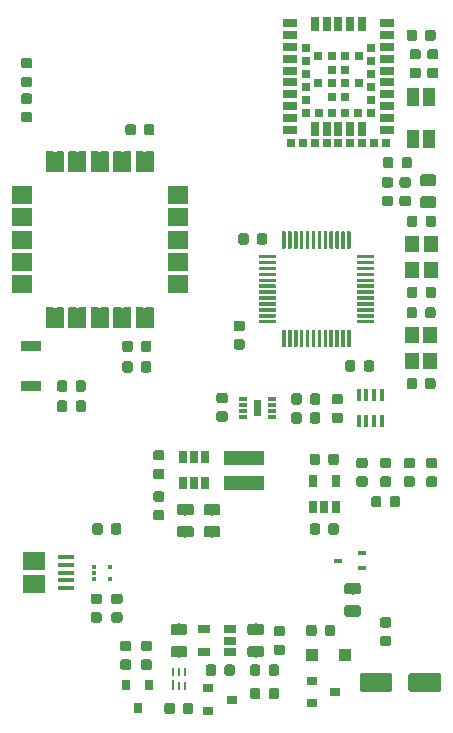
<source format=gtp>
G04 #@! TF.GenerationSoftware,KiCad,Pcbnew,(5.0.1-3-g963ef8bb5)*
G04 #@! TF.CreationDate,2019-10-31T19:13:48+01:00*
G04 #@! TF.ProjectId,oibus-mini-CCC,6F696275732D6D696E692D4343432E6B,rev?*
G04 #@! TF.SameCoordinates,Original*
G04 #@! TF.FileFunction,Paste,Top*
G04 #@! TF.FilePolarity,Positive*
%FSLAX46Y46*%
G04 Gerber Fmt 4.6, Leading zero omitted, Abs format (unit mm)*
G04 Created by KiCad (PCBNEW (5.0.1-3-g963ef8bb5)) date 2019 October 31, Thursday 19:13:48*
%MOMM*%
%LPD*%
G01*
G04 APERTURE LIST*
%ADD10C,0.149860*%
%ADD11C,0.300000*%
%ADD12C,0.875000*%
%ADD13C,0.975000*%
%ADD14R,0.700000X0.450000*%
%ADD15C,1.600000*%
%ADD16R,0.400000X1.060000*%
%ADD17R,1.200000X1.400000*%
%ADD18R,1.500000X1.800000*%
%ADD19R,1.800000X1.500000*%
%ADD20R,0.800000X0.300000*%
%ADD21R,0.200000X1.000000*%
%ADD22R,1.700000X0.900000*%
%ADD23R,1.150000X0.700000*%
%ADD24R,0.700000X1.150000*%
%ADD25R,0.700000X0.700000*%
%ADD26R,3.400000X1.300000*%
%ADD27R,0.900000X0.800000*%
%ADD28R,0.650000X1.060000*%
%ADD29R,1.060000X0.650000*%
%ADD30R,1.900000X1.500000*%
%ADD31R,1.350000X0.400000*%
%ADD32R,1.000000X1.500000*%
%ADD33R,0.800000X0.900000*%
%ADD34R,0.280000X0.850000*%
%ADD35R,0.280000X0.750000*%
%ADD36R,0.450000X0.300000*%
%ADD37R,1.100000X1.100000*%
G04 APERTURE END LIST*
D10*
G04 #@! TO.C,U2*
G36*
X14260000Y45220000D02*
X14260000Y44640000D01*
X13540000Y44640000D01*
X13540000Y45220000D01*
X14260000Y45220000D01*
G37*
G36*
X15260000Y45220000D02*
X15260000Y44640000D01*
X14540000Y44640000D01*
X14540000Y45220000D01*
X15260000Y45220000D01*
G37*
G36*
X14260000Y44360000D02*
X14260000Y43780000D01*
X13540000Y43780000D01*
X13540000Y44360000D01*
X14260000Y44360000D01*
G37*
G36*
X15260000Y44360000D02*
X15260000Y43780000D01*
X14540000Y43780000D01*
X14540000Y44360000D01*
X15260000Y44360000D01*
G37*
G36*
X14260000Y43320000D02*
X14260000Y42740000D01*
X13540000Y42740000D01*
X13540000Y43320000D01*
X14260000Y43320000D01*
G37*
G36*
X15260000Y43320000D02*
X15260000Y42740000D01*
X14540000Y42740000D01*
X14540000Y43320000D01*
X15260000Y43320000D01*
G37*
G36*
X14260000Y42460000D02*
X14260000Y41880000D01*
X13540000Y41880000D01*
X13540000Y42460000D01*
X14260000Y42460000D01*
G37*
G36*
X15260000Y42460000D02*
X15260000Y41880000D01*
X14540000Y41880000D01*
X14540000Y42460000D01*
X15260000Y42460000D01*
G37*
G36*
X14260000Y41420000D02*
X14260000Y40840000D01*
X13540000Y40840000D01*
X13540000Y41420000D01*
X14260000Y41420000D01*
G37*
G36*
X15260000Y41420000D02*
X15260000Y40840000D01*
X14540000Y40840000D01*
X14540000Y41420000D01*
X15260000Y41420000D01*
G37*
G36*
X14260000Y40560000D02*
X14260000Y39980000D01*
X13540000Y39980000D01*
X13540000Y40560000D01*
X14260000Y40560000D01*
G37*
G36*
X15260000Y40560000D02*
X15260000Y39980000D01*
X14540000Y39980000D01*
X14540000Y40560000D01*
X15260000Y40560000D01*
G37*
G36*
X14260000Y39520000D02*
X14260000Y38940000D01*
X13540000Y38940000D01*
X13540000Y39520000D01*
X14260000Y39520000D01*
G37*
G36*
X15260000Y39520000D02*
X15260000Y38940000D01*
X14540000Y38940000D01*
X14540000Y39520000D01*
X15260000Y39520000D01*
G37*
G36*
X14260000Y38660000D02*
X14260000Y38080000D01*
X13540000Y38080000D01*
X13540000Y38660000D01*
X14260000Y38660000D01*
G37*
G36*
X15260000Y38660000D02*
X15260000Y38080000D01*
X14540000Y38080000D01*
X14540000Y38660000D01*
X15260000Y38660000D01*
G37*
G36*
X14260000Y37620000D02*
X14260000Y37040000D01*
X13540000Y37040000D01*
X13540000Y37620000D01*
X14260000Y37620000D01*
G37*
G36*
X15260000Y37620000D02*
X15260000Y37040000D01*
X14540000Y37040000D01*
X14540000Y37620000D01*
X15260000Y37620000D01*
G37*
G36*
X14260000Y36760000D02*
X14260000Y36180000D01*
X13540000Y36180000D01*
X13540000Y36760000D01*
X14260000Y36760000D01*
G37*
G36*
X15260000Y36760000D02*
X15260000Y36180000D01*
X14540000Y36180000D01*
X14540000Y36760000D01*
X15260000Y36760000D01*
G37*
G36*
X1060000Y45220000D02*
X1060000Y44640000D01*
X340000Y44640000D01*
X340000Y45220000D01*
X1060000Y45220000D01*
G37*
G36*
X2060000Y45220000D02*
X2060000Y44640000D01*
X1340000Y44640000D01*
X1340000Y45220000D01*
X2060000Y45220000D01*
G37*
G36*
X1060000Y44360000D02*
X1060000Y43780000D01*
X340000Y43780000D01*
X340000Y44360000D01*
X1060000Y44360000D01*
G37*
G36*
X2060000Y44360000D02*
X2060000Y43780000D01*
X1340000Y43780000D01*
X1340000Y44360000D01*
X2060000Y44360000D01*
G37*
G36*
X1060000Y43320000D02*
X1060000Y42740000D01*
X340000Y42740000D01*
X340000Y43320000D01*
X1060000Y43320000D01*
G37*
G36*
X2060000Y43320000D02*
X2060000Y42740000D01*
X1340000Y42740000D01*
X1340000Y43320000D01*
X2060000Y43320000D01*
G37*
G36*
X1060000Y42460000D02*
X1060000Y41880000D01*
X340000Y41880000D01*
X340000Y42460000D01*
X1060000Y42460000D01*
G37*
G36*
X2060000Y42460000D02*
X2060000Y41880000D01*
X1340000Y41880000D01*
X1340000Y42460000D01*
X2060000Y42460000D01*
G37*
G36*
X1060000Y41420000D02*
X1060000Y40840000D01*
X340000Y40840000D01*
X340000Y41420000D01*
X1060000Y41420000D01*
G37*
G36*
X2060000Y41420000D02*
X2060000Y40840000D01*
X1340000Y40840000D01*
X1340000Y41420000D01*
X2060000Y41420000D01*
G37*
G36*
X1060000Y40560000D02*
X1060000Y39980000D01*
X340000Y39980000D01*
X340000Y40560000D01*
X1060000Y40560000D01*
G37*
G36*
X2060000Y40560000D02*
X2060000Y39980000D01*
X1340000Y39980000D01*
X1340000Y40560000D01*
X2060000Y40560000D01*
G37*
G36*
X1060000Y39520000D02*
X1060000Y38940000D01*
X340000Y38940000D01*
X340000Y39520000D01*
X1060000Y39520000D01*
G37*
G36*
X2060000Y39520000D02*
X2060000Y38940000D01*
X1340000Y38940000D01*
X1340000Y39520000D01*
X2060000Y39520000D01*
G37*
G36*
X1060000Y38660000D02*
X1060000Y38080000D01*
X340000Y38080000D01*
X340000Y38660000D01*
X1060000Y38660000D01*
G37*
G36*
X2060000Y38660000D02*
X2060000Y38080000D01*
X1340000Y38080000D01*
X1340000Y38660000D01*
X2060000Y38660000D01*
G37*
G36*
X1060000Y37620000D02*
X1060000Y37040000D01*
X340000Y37040000D01*
X340000Y37620000D01*
X1060000Y37620000D01*
G37*
G36*
X2060000Y37620000D02*
X2060000Y37040000D01*
X1340000Y37040000D01*
X1340000Y37620000D01*
X2060000Y37620000D01*
G37*
G36*
X1060000Y36760000D02*
X1060000Y36180000D01*
X340000Y36180000D01*
X340000Y36760000D01*
X1060000Y36760000D01*
G37*
G36*
X2060000Y36760000D02*
X2060000Y36180000D01*
X1340000Y36180000D01*
X1340000Y36760000D01*
X2060000Y36760000D01*
G37*
G36*
X3280000Y47160000D02*
X3860000Y47160000D01*
X3860000Y46440000D01*
X3280000Y46440000D01*
X3280000Y47160000D01*
G37*
G36*
X3280000Y48160000D02*
X3860000Y48160000D01*
X3860000Y47440000D01*
X3280000Y47440000D01*
X3280000Y48160000D01*
G37*
G36*
X4140000Y47160000D02*
X4720000Y47160000D01*
X4720000Y46440000D01*
X4140000Y46440000D01*
X4140000Y47160000D01*
G37*
G36*
X4140000Y48160000D02*
X4720000Y48160000D01*
X4720000Y47440000D01*
X4140000Y47440000D01*
X4140000Y48160000D01*
G37*
G36*
X5180000Y47160000D02*
X5760000Y47160000D01*
X5760000Y46440000D01*
X5180000Y46440000D01*
X5180000Y47160000D01*
G37*
G36*
X5180000Y48160000D02*
X5760000Y48160000D01*
X5760000Y47440000D01*
X5180000Y47440000D01*
X5180000Y48160000D01*
G37*
G36*
X6040000Y47160000D02*
X6620000Y47160000D01*
X6620000Y46440000D01*
X6040000Y46440000D01*
X6040000Y47160000D01*
G37*
G36*
X6040000Y48160000D02*
X6620000Y48160000D01*
X6620000Y47440000D01*
X6040000Y47440000D01*
X6040000Y48160000D01*
G37*
G36*
X10880000Y47160000D02*
X11460000Y47160000D01*
X11460000Y46440000D01*
X10880000Y46440000D01*
X10880000Y47160000D01*
G37*
G36*
X10880000Y48160000D02*
X11460000Y48160000D01*
X11460000Y47440000D01*
X10880000Y47440000D01*
X10880000Y48160000D01*
G37*
G36*
X11740000Y47160000D02*
X12320000Y47160000D01*
X12320000Y46440000D01*
X11740000Y46440000D01*
X11740000Y47160000D01*
G37*
G36*
X11740000Y48160000D02*
X12320000Y48160000D01*
X12320000Y47440000D01*
X11740000Y47440000D01*
X11740000Y48160000D01*
G37*
G36*
X8980000Y47160000D02*
X9560000Y47160000D01*
X9560000Y46440000D01*
X8980000Y46440000D01*
X8980000Y47160000D01*
G37*
G36*
X8980000Y48160000D02*
X9560000Y48160000D01*
X9560000Y47440000D01*
X8980000Y47440000D01*
X8980000Y48160000D01*
G37*
G36*
X9840000Y47160000D02*
X10420000Y47160000D01*
X10420000Y46440000D01*
X9840000Y46440000D01*
X9840000Y47160000D01*
G37*
G36*
X9840000Y48160000D02*
X10420000Y48160000D01*
X10420000Y47440000D01*
X9840000Y47440000D01*
X9840000Y48160000D01*
G37*
G36*
X7080000Y47160000D02*
X7660000Y47160000D01*
X7660000Y46440000D01*
X7080000Y46440000D01*
X7080000Y47160000D01*
G37*
G36*
X7080000Y48160000D02*
X7660000Y48160000D01*
X7660000Y47440000D01*
X7080000Y47440000D01*
X7080000Y48160000D01*
G37*
G36*
X7940000Y47160000D02*
X8520000Y47160000D01*
X8520000Y46440000D01*
X7940000Y46440000D01*
X7940000Y47160000D01*
G37*
G36*
X7940000Y48160000D02*
X8520000Y48160000D01*
X8520000Y47440000D01*
X7940000Y47440000D01*
X7940000Y48160000D01*
G37*
G36*
X10880000Y33960000D02*
X11460000Y33960000D01*
X11460000Y33240000D01*
X10880000Y33240000D01*
X10880000Y33960000D01*
G37*
G36*
X10880000Y34960000D02*
X11460000Y34960000D01*
X11460000Y34240000D01*
X10880000Y34240000D01*
X10880000Y34960000D01*
G37*
G36*
X11740000Y33960000D02*
X12320000Y33960000D01*
X12320000Y33240000D01*
X11740000Y33240000D01*
X11740000Y33960000D01*
G37*
G36*
X11740000Y34960000D02*
X12320000Y34960000D01*
X12320000Y34240000D01*
X11740000Y34240000D01*
X11740000Y34960000D01*
G37*
G36*
X8980000Y33960000D02*
X9560000Y33960000D01*
X9560000Y33240000D01*
X8980000Y33240000D01*
X8980000Y33960000D01*
G37*
G36*
X8980000Y34960000D02*
X9560000Y34960000D01*
X9560000Y34240000D01*
X8980000Y34240000D01*
X8980000Y34960000D01*
G37*
G36*
X9840000Y33960000D02*
X10420000Y33960000D01*
X10420000Y33240000D01*
X9840000Y33240000D01*
X9840000Y33960000D01*
G37*
G36*
X9840000Y34960000D02*
X10420000Y34960000D01*
X10420000Y34240000D01*
X9840000Y34240000D01*
X9840000Y34960000D01*
G37*
G36*
X7080000Y33960000D02*
X7660000Y33960000D01*
X7660000Y33240000D01*
X7080000Y33240000D01*
X7080000Y33960000D01*
G37*
G36*
X7080000Y34960000D02*
X7660000Y34960000D01*
X7660000Y34240000D01*
X7080000Y34240000D01*
X7080000Y34960000D01*
G37*
G36*
X7940000Y33960000D02*
X8520000Y33960000D01*
X8520000Y33240000D01*
X7940000Y33240000D01*
X7940000Y33960000D01*
G37*
G36*
X7940000Y34960000D02*
X8520000Y34960000D01*
X8520000Y34240000D01*
X7940000Y34240000D01*
X7940000Y34960000D01*
G37*
G36*
X5180000Y33960000D02*
X5760000Y33960000D01*
X5760000Y33240000D01*
X5180000Y33240000D01*
X5180000Y33960000D01*
G37*
G36*
X5180000Y34960000D02*
X5760000Y34960000D01*
X5760000Y34240000D01*
X5180000Y34240000D01*
X5180000Y34960000D01*
G37*
G36*
X6040000Y33960000D02*
X6620000Y33960000D01*
X6620000Y33240000D01*
X6040000Y33240000D01*
X6040000Y33960000D01*
G37*
G36*
X6040000Y34960000D02*
X6620000Y34960000D01*
X6620000Y34240000D01*
X6040000Y34240000D01*
X6040000Y34960000D01*
G37*
G36*
X3280000Y33960000D02*
X3860000Y33960000D01*
X3860000Y33240000D01*
X3280000Y33240000D01*
X3280000Y33960000D01*
G37*
G36*
X3280000Y34960000D02*
X3860000Y34960000D01*
X3860000Y34240000D01*
X3280000Y34240000D01*
X3280000Y34960000D01*
G37*
G36*
X4140000Y33960000D02*
X4720000Y33960000D01*
X4720000Y33240000D01*
X4140000Y33240000D01*
X4140000Y33960000D01*
G37*
G36*
X4140000Y34960000D02*
X4720000Y34960000D01*
X4720000Y34240000D01*
X4140000Y34240000D01*
X4140000Y34960000D01*
G37*
G04 #@! TO.C,U6*
G36*
X21485284Y25765000D02*
X20815000Y25765000D01*
X20815000Y27135580D01*
X21485284Y27135580D01*
X21485284Y25765000D01*
G37*
G04 #@! TD*
G04 #@! TO.C,U8*
G36*
X28973975Y33074639D02*
X28981256Y33073559D01*
X28988395Y33071771D01*
X28995325Y33069291D01*
X29001979Y33066144D01*
X29008292Y33062360D01*
X29014203Y33057976D01*
X29019657Y33053033D01*
X29024600Y33047579D01*
X29028984Y33041668D01*
X29032768Y33035355D01*
X29035915Y33028701D01*
X29038395Y33021771D01*
X29040183Y33014632D01*
X29041263Y33007351D01*
X29041624Y33000000D01*
X29041624Y31675000D01*
X29041263Y31667649D01*
X29040183Y31660368D01*
X29038395Y31653229D01*
X29035915Y31646299D01*
X29032768Y31639645D01*
X29028984Y31633332D01*
X29024600Y31627421D01*
X29019657Y31621967D01*
X29014203Y31617024D01*
X29008292Y31612640D01*
X29001979Y31608856D01*
X28995325Y31605709D01*
X28988395Y31603229D01*
X28981256Y31601441D01*
X28973975Y31600361D01*
X28966624Y31600000D01*
X28816624Y31600000D01*
X28809273Y31600361D01*
X28801992Y31601441D01*
X28794853Y31603229D01*
X28787923Y31605709D01*
X28781269Y31608856D01*
X28774956Y31612640D01*
X28769045Y31617024D01*
X28763591Y31621967D01*
X28758648Y31627421D01*
X28754264Y31633332D01*
X28750480Y31639645D01*
X28747333Y31646299D01*
X28744853Y31653229D01*
X28743065Y31660368D01*
X28741985Y31667649D01*
X28741624Y31675000D01*
X28741624Y33000000D01*
X28741985Y33007351D01*
X28743065Y33014632D01*
X28744853Y33021771D01*
X28747333Y33028701D01*
X28750480Y33035355D01*
X28754264Y33041668D01*
X28758648Y33047579D01*
X28763591Y33053033D01*
X28769045Y33057976D01*
X28774956Y33062360D01*
X28781269Y33066144D01*
X28787923Y33069291D01*
X28794853Y33071771D01*
X28801992Y33073559D01*
X28809273Y33074639D01*
X28816624Y33075000D01*
X28966624Y33075000D01*
X28973975Y33074639D01*
X28973975Y33074639D01*
G37*
D11*
X28891624Y32337500D03*
D10*
G36*
X28473975Y33074639D02*
X28481256Y33073559D01*
X28488395Y33071771D01*
X28495325Y33069291D01*
X28501979Y33066144D01*
X28508292Y33062360D01*
X28514203Y33057976D01*
X28519657Y33053033D01*
X28524600Y33047579D01*
X28528984Y33041668D01*
X28532768Y33035355D01*
X28535915Y33028701D01*
X28538395Y33021771D01*
X28540183Y33014632D01*
X28541263Y33007351D01*
X28541624Y33000000D01*
X28541624Y31675000D01*
X28541263Y31667649D01*
X28540183Y31660368D01*
X28538395Y31653229D01*
X28535915Y31646299D01*
X28532768Y31639645D01*
X28528984Y31633332D01*
X28524600Y31627421D01*
X28519657Y31621967D01*
X28514203Y31617024D01*
X28508292Y31612640D01*
X28501979Y31608856D01*
X28495325Y31605709D01*
X28488395Y31603229D01*
X28481256Y31601441D01*
X28473975Y31600361D01*
X28466624Y31600000D01*
X28316624Y31600000D01*
X28309273Y31600361D01*
X28301992Y31601441D01*
X28294853Y31603229D01*
X28287923Y31605709D01*
X28281269Y31608856D01*
X28274956Y31612640D01*
X28269045Y31617024D01*
X28263591Y31621967D01*
X28258648Y31627421D01*
X28254264Y31633332D01*
X28250480Y31639645D01*
X28247333Y31646299D01*
X28244853Y31653229D01*
X28243065Y31660368D01*
X28241985Y31667649D01*
X28241624Y31675000D01*
X28241624Y33000000D01*
X28241985Y33007351D01*
X28243065Y33014632D01*
X28244853Y33021771D01*
X28247333Y33028701D01*
X28250480Y33035355D01*
X28254264Y33041668D01*
X28258648Y33047579D01*
X28263591Y33053033D01*
X28269045Y33057976D01*
X28274956Y33062360D01*
X28281269Y33066144D01*
X28287923Y33069291D01*
X28294853Y33071771D01*
X28301992Y33073559D01*
X28309273Y33074639D01*
X28316624Y33075000D01*
X28466624Y33075000D01*
X28473975Y33074639D01*
X28473975Y33074639D01*
G37*
D11*
X28391624Y32337500D03*
D10*
G36*
X27973975Y33074639D02*
X27981256Y33073559D01*
X27988395Y33071771D01*
X27995325Y33069291D01*
X28001979Y33066144D01*
X28008292Y33062360D01*
X28014203Y33057976D01*
X28019657Y33053033D01*
X28024600Y33047579D01*
X28028984Y33041668D01*
X28032768Y33035355D01*
X28035915Y33028701D01*
X28038395Y33021771D01*
X28040183Y33014632D01*
X28041263Y33007351D01*
X28041624Y33000000D01*
X28041624Y31675000D01*
X28041263Y31667649D01*
X28040183Y31660368D01*
X28038395Y31653229D01*
X28035915Y31646299D01*
X28032768Y31639645D01*
X28028984Y31633332D01*
X28024600Y31627421D01*
X28019657Y31621967D01*
X28014203Y31617024D01*
X28008292Y31612640D01*
X28001979Y31608856D01*
X27995325Y31605709D01*
X27988395Y31603229D01*
X27981256Y31601441D01*
X27973975Y31600361D01*
X27966624Y31600000D01*
X27816624Y31600000D01*
X27809273Y31600361D01*
X27801992Y31601441D01*
X27794853Y31603229D01*
X27787923Y31605709D01*
X27781269Y31608856D01*
X27774956Y31612640D01*
X27769045Y31617024D01*
X27763591Y31621967D01*
X27758648Y31627421D01*
X27754264Y31633332D01*
X27750480Y31639645D01*
X27747333Y31646299D01*
X27744853Y31653229D01*
X27743065Y31660368D01*
X27741985Y31667649D01*
X27741624Y31675000D01*
X27741624Y33000000D01*
X27741985Y33007351D01*
X27743065Y33014632D01*
X27744853Y33021771D01*
X27747333Y33028701D01*
X27750480Y33035355D01*
X27754264Y33041668D01*
X27758648Y33047579D01*
X27763591Y33053033D01*
X27769045Y33057976D01*
X27774956Y33062360D01*
X27781269Y33066144D01*
X27787923Y33069291D01*
X27794853Y33071771D01*
X27801992Y33073559D01*
X27809273Y33074639D01*
X27816624Y33075000D01*
X27966624Y33075000D01*
X27973975Y33074639D01*
X27973975Y33074639D01*
G37*
D11*
X27891624Y32337500D03*
D10*
G36*
X27473975Y33074639D02*
X27481256Y33073559D01*
X27488395Y33071771D01*
X27495325Y33069291D01*
X27501979Y33066144D01*
X27508292Y33062360D01*
X27514203Y33057976D01*
X27519657Y33053033D01*
X27524600Y33047579D01*
X27528984Y33041668D01*
X27532768Y33035355D01*
X27535915Y33028701D01*
X27538395Y33021771D01*
X27540183Y33014632D01*
X27541263Y33007351D01*
X27541624Y33000000D01*
X27541624Y31675000D01*
X27541263Y31667649D01*
X27540183Y31660368D01*
X27538395Y31653229D01*
X27535915Y31646299D01*
X27532768Y31639645D01*
X27528984Y31633332D01*
X27524600Y31627421D01*
X27519657Y31621967D01*
X27514203Y31617024D01*
X27508292Y31612640D01*
X27501979Y31608856D01*
X27495325Y31605709D01*
X27488395Y31603229D01*
X27481256Y31601441D01*
X27473975Y31600361D01*
X27466624Y31600000D01*
X27316624Y31600000D01*
X27309273Y31600361D01*
X27301992Y31601441D01*
X27294853Y31603229D01*
X27287923Y31605709D01*
X27281269Y31608856D01*
X27274956Y31612640D01*
X27269045Y31617024D01*
X27263591Y31621967D01*
X27258648Y31627421D01*
X27254264Y31633332D01*
X27250480Y31639645D01*
X27247333Y31646299D01*
X27244853Y31653229D01*
X27243065Y31660368D01*
X27241985Y31667649D01*
X27241624Y31675000D01*
X27241624Y33000000D01*
X27241985Y33007351D01*
X27243065Y33014632D01*
X27244853Y33021771D01*
X27247333Y33028701D01*
X27250480Y33035355D01*
X27254264Y33041668D01*
X27258648Y33047579D01*
X27263591Y33053033D01*
X27269045Y33057976D01*
X27274956Y33062360D01*
X27281269Y33066144D01*
X27287923Y33069291D01*
X27294853Y33071771D01*
X27301992Y33073559D01*
X27309273Y33074639D01*
X27316624Y33075000D01*
X27466624Y33075000D01*
X27473975Y33074639D01*
X27473975Y33074639D01*
G37*
D11*
X27391624Y32337500D03*
D10*
G36*
X26973975Y33074639D02*
X26981256Y33073559D01*
X26988395Y33071771D01*
X26995325Y33069291D01*
X27001979Y33066144D01*
X27008292Y33062360D01*
X27014203Y33057976D01*
X27019657Y33053033D01*
X27024600Y33047579D01*
X27028984Y33041668D01*
X27032768Y33035355D01*
X27035915Y33028701D01*
X27038395Y33021771D01*
X27040183Y33014632D01*
X27041263Y33007351D01*
X27041624Y33000000D01*
X27041624Y31675000D01*
X27041263Y31667649D01*
X27040183Y31660368D01*
X27038395Y31653229D01*
X27035915Y31646299D01*
X27032768Y31639645D01*
X27028984Y31633332D01*
X27024600Y31627421D01*
X27019657Y31621967D01*
X27014203Y31617024D01*
X27008292Y31612640D01*
X27001979Y31608856D01*
X26995325Y31605709D01*
X26988395Y31603229D01*
X26981256Y31601441D01*
X26973975Y31600361D01*
X26966624Y31600000D01*
X26816624Y31600000D01*
X26809273Y31600361D01*
X26801992Y31601441D01*
X26794853Y31603229D01*
X26787923Y31605709D01*
X26781269Y31608856D01*
X26774956Y31612640D01*
X26769045Y31617024D01*
X26763591Y31621967D01*
X26758648Y31627421D01*
X26754264Y31633332D01*
X26750480Y31639645D01*
X26747333Y31646299D01*
X26744853Y31653229D01*
X26743065Y31660368D01*
X26741985Y31667649D01*
X26741624Y31675000D01*
X26741624Y33000000D01*
X26741985Y33007351D01*
X26743065Y33014632D01*
X26744853Y33021771D01*
X26747333Y33028701D01*
X26750480Y33035355D01*
X26754264Y33041668D01*
X26758648Y33047579D01*
X26763591Y33053033D01*
X26769045Y33057976D01*
X26774956Y33062360D01*
X26781269Y33066144D01*
X26787923Y33069291D01*
X26794853Y33071771D01*
X26801992Y33073559D01*
X26809273Y33074639D01*
X26816624Y33075000D01*
X26966624Y33075000D01*
X26973975Y33074639D01*
X26973975Y33074639D01*
G37*
D11*
X26891624Y32337500D03*
D10*
G36*
X26473975Y33074639D02*
X26481256Y33073559D01*
X26488395Y33071771D01*
X26495325Y33069291D01*
X26501979Y33066144D01*
X26508292Y33062360D01*
X26514203Y33057976D01*
X26519657Y33053033D01*
X26524600Y33047579D01*
X26528984Y33041668D01*
X26532768Y33035355D01*
X26535915Y33028701D01*
X26538395Y33021771D01*
X26540183Y33014632D01*
X26541263Y33007351D01*
X26541624Y33000000D01*
X26541624Y31675000D01*
X26541263Y31667649D01*
X26540183Y31660368D01*
X26538395Y31653229D01*
X26535915Y31646299D01*
X26532768Y31639645D01*
X26528984Y31633332D01*
X26524600Y31627421D01*
X26519657Y31621967D01*
X26514203Y31617024D01*
X26508292Y31612640D01*
X26501979Y31608856D01*
X26495325Y31605709D01*
X26488395Y31603229D01*
X26481256Y31601441D01*
X26473975Y31600361D01*
X26466624Y31600000D01*
X26316624Y31600000D01*
X26309273Y31600361D01*
X26301992Y31601441D01*
X26294853Y31603229D01*
X26287923Y31605709D01*
X26281269Y31608856D01*
X26274956Y31612640D01*
X26269045Y31617024D01*
X26263591Y31621967D01*
X26258648Y31627421D01*
X26254264Y31633332D01*
X26250480Y31639645D01*
X26247333Y31646299D01*
X26244853Y31653229D01*
X26243065Y31660368D01*
X26241985Y31667649D01*
X26241624Y31675000D01*
X26241624Y33000000D01*
X26241985Y33007351D01*
X26243065Y33014632D01*
X26244853Y33021771D01*
X26247333Y33028701D01*
X26250480Y33035355D01*
X26254264Y33041668D01*
X26258648Y33047579D01*
X26263591Y33053033D01*
X26269045Y33057976D01*
X26274956Y33062360D01*
X26281269Y33066144D01*
X26287923Y33069291D01*
X26294853Y33071771D01*
X26301992Y33073559D01*
X26309273Y33074639D01*
X26316624Y33075000D01*
X26466624Y33075000D01*
X26473975Y33074639D01*
X26473975Y33074639D01*
G37*
D11*
X26391624Y32337500D03*
D10*
G36*
X25973975Y33074639D02*
X25981256Y33073559D01*
X25988395Y33071771D01*
X25995325Y33069291D01*
X26001979Y33066144D01*
X26008292Y33062360D01*
X26014203Y33057976D01*
X26019657Y33053033D01*
X26024600Y33047579D01*
X26028984Y33041668D01*
X26032768Y33035355D01*
X26035915Y33028701D01*
X26038395Y33021771D01*
X26040183Y33014632D01*
X26041263Y33007351D01*
X26041624Y33000000D01*
X26041624Y31675000D01*
X26041263Y31667649D01*
X26040183Y31660368D01*
X26038395Y31653229D01*
X26035915Y31646299D01*
X26032768Y31639645D01*
X26028984Y31633332D01*
X26024600Y31627421D01*
X26019657Y31621967D01*
X26014203Y31617024D01*
X26008292Y31612640D01*
X26001979Y31608856D01*
X25995325Y31605709D01*
X25988395Y31603229D01*
X25981256Y31601441D01*
X25973975Y31600361D01*
X25966624Y31600000D01*
X25816624Y31600000D01*
X25809273Y31600361D01*
X25801992Y31601441D01*
X25794853Y31603229D01*
X25787923Y31605709D01*
X25781269Y31608856D01*
X25774956Y31612640D01*
X25769045Y31617024D01*
X25763591Y31621967D01*
X25758648Y31627421D01*
X25754264Y31633332D01*
X25750480Y31639645D01*
X25747333Y31646299D01*
X25744853Y31653229D01*
X25743065Y31660368D01*
X25741985Y31667649D01*
X25741624Y31675000D01*
X25741624Y33000000D01*
X25741985Y33007351D01*
X25743065Y33014632D01*
X25744853Y33021771D01*
X25747333Y33028701D01*
X25750480Y33035355D01*
X25754264Y33041668D01*
X25758648Y33047579D01*
X25763591Y33053033D01*
X25769045Y33057976D01*
X25774956Y33062360D01*
X25781269Y33066144D01*
X25787923Y33069291D01*
X25794853Y33071771D01*
X25801992Y33073559D01*
X25809273Y33074639D01*
X25816624Y33075000D01*
X25966624Y33075000D01*
X25973975Y33074639D01*
X25973975Y33074639D01*
G37*
D11*
X25891624Y32337500D03*
D10*
G36*
X25473975Y33074639D02*
X25481256Y33073559D01*
X25488395Y33071771D01*
X25495325Y33069291D01*
X25501979Y33066144D01*
X25508292Y33062360D01*
X25514203Y33057976D01*
X25519657Y33053033D01*
X25524600Y33047579D01*
X25528984Y33041668D01*
X25532768Y33035355D01*
X25535915Y33028701D01*
X25538395Y33021771D01*
X25540183Y33014632D01*
X25541263Y33007351D01*
X25541624Y33000000D01*
X25541624Y31675000D01*
X25541263Y31667649D01*
X25540183Y31660368D01*
X25538395Y31653229D01*
X25535915Y31646299D01*
X25532768Y31639645D01*
X25528984Y31633332D01*
X25524600Y31627421D01*
X25519657Y31621967D01*
X25514203Y31617024D01*
X25508292Y31612640D01*
X25501979Y31608856D01*
X25495325Y31605709D01*
X25488395Y31603229D01*
X25481256Y31601441D01*
X25473975Y31600361D01*
X25466624Y31600000D01*
X25316624Y31600000D01*
X25309273Y31600361D01*
X25301992Y31601441D01*
X25294853Y31603229D01*
X25287923Y31605709D01*
X25281269Y31608856D01*
X25274956Y31612640D01*
X25269045Y31617024D01*
X25263591Y31621967D01*
X25258648Y31627421D01*
X25254264Y31633332D01*
X25250480Y31639645D01*
X25247333Y31646299D01*
X25244853Y31653229D01*
X25243065Y31660368D01*
X25241985Y31667649D01*
X25241624Y31675000D01*
X25241624Y33000000D01*
X25241985Y33007351D01*
X25243065Y33014632D01*
X25244853Y33021771D01*
X25247333Y33028701D01*
X25250480Y33035355D01*
X25254264Y33041668D01*
X25258648Y33047579D01*
X25263591Y33053033D01*
X25269045Y33057976D01*
X25274956Y33062360D01*
X25281269Y33066144D01*
X25287923Y33069291D01*
X25294853Y33071771D01*
X25301992Y33073559D01*
X25309273Y33074639D01*
X25316624Y33075000D01*
X25466624Y33075000D01*
X25473975Y33074639D01*
X25473975Y33074639D01*
G37*
D11*
X25391624Y32337500D03*
D10*
G36*
X24973975Y33074639D02*
X24981256Y33073559D01*
X24988395Y33071771D01*
X24995325Y33069291D01*
X25001979Y33066144D01*
X25008292Y33062360D01*
X25014203Y33057976D01*
X25019657Y33053033D01*
X25024600Y33047579D01*
X25028984Y33041668D01*
X25032768Y33035355D01*
X25035915Y33028701D01*
X25038395Y33021771D01*
X25040183Y33014632D01*
X25041263Y33007351D01*
X25041624Y33000000D01*
X25041624Y31675000D01*
X25041263Y31667649D01*
X25040183Y31660368D01*
X25038395Y31653229D01*
X25035915Y31646299D01*
X25032768Y31639645D01*
X25028984Y31633332D01*
X25024600Y31627421D01*
X25019657Y31621967D01*
X25014203Y31617024D01*
X25008292Y31612640D01*
X25001979Y31608856D01*
X24995325Y31605709D01*
X24988395Y31603229D01*
X24981256Y31601441D01*
X24973975Y31600361D01*
X24966624Y31600000D01*
X24816624Y31600000D01*
X24809273Y31600361D01*
X24801992Y31601441D01*
X24794853Y31603229D01*
X24787923Y31605709D01*
X24781269Y31608856D01*
X24774956Y31612640D01*
X24769045Y31617024D01*
X24763591Y31621967D01*
X24758648Y31627421D01*
X24754264Y31633332D01*
X24750480Y31639645D01*
X24747333Y31646299D01*
X24744853Y31653229D01*
X24743065Y31660368D01*
X24741985Y31667649D01*
X24741624Y31675000D01*
X24741624Y33000000D01*
X24741985Y33007351D01*
X24743065Y33014632D01*
X24744853Y33021771D01*
X24747333Y33028701D01*
X24750480Y33035355D01*
X24754264Y33041668D01*
X24758648Y33047579D01*
X24763591Y33053033D01*
X24769045Y33057976D01*
X24774956Y33062360D01*
X24781269Y33066144D01*
X24787923Y33069291D01*
X24794853Y33071771D01*
X24801992Y33073559D01*
X24809273Y33074639D01*
X24816624Y33075000D01*
X24966624Y33075000D01*
X24973975Y33074639D01*
X24973975Y33074639D01*
G37*
D11*
X24891624Y32337500D03*
D10*
G36*
X24473975Y33074639D02*
X24481256Y33073559D01*
X24488395Y33071771D01*
X24495325Y33069291D01*
X24501979Y33066144D01*
X24508292Y33062360D01*
X24514203Y33057976D01*
X24519657Y33053033D01*
X24524600Y33047579D01*
X24528984Y33041668D01*
X24532768Y33035355D01*
X24535915Y33028701D01*
X24538395Y33021771D01*
X24540183Y33014632D01*
X24541263Y33007351D01*
X24541624Y33000000D01*
X24541624Y31675000D01*
X24541263Y31667649D01*
X24540183Y31660368D01*
X24538395Y31653229D01*
X24535915Y31646299D01*
X24532768Y31639645D01*
X24528984Y31633332D01*
X24524600Y31627421D01*
X24519657Y31621967D01*
X24514203Y31617024D01*
X24508292Y31612640D01*
X24501979Y31608856D01*
X24495325Y31605709D01*
X24488395Y31603229D01*
X24481256Y31601441D01*
X24473975Y31600361D01*
X24466624Y31600000D01*
X24316624Y31600000D01*
X24309273Y31600361D01*
X24301992Y31601441D01*
X24294853Y31603229D01*
X24287923Y31605709D01*
X24281269Y31608856D01*
X24274956Y31612640D01*
X24269045Y31617024D01*
X24263591Y31621967D01*
X24258648Y31627421D01*
X24254264Y31633332D01*
X24250480Y31639645D01*
X24247333Y31646299D01*
X24244853Y31653229D01*
X24243065Y31660368D01*
X24241985Y31667649D01*
X24241624Y31675000D01*
X24241624Y33000000D01*
X24241985Y33007351D01*
X24243065Y33014632D01*
X24244853Y33021771D01*
X24247333Y33028701D01*
X24250480Y33035355D01*
X24254264Y33041668D01*
X24258648Y33047579D01*
X24263591Y33053033D01*
X24269045Y33057976D01*
X24274956Y33062360D01*
X24281269Y33066144D01*
X24287923Y33069291D01*
X24294853Y33071771D01*
X24301992Y33073559D01*
X24309273Y33074639D01*
X24316624Y33075000D01*
X24466624Y33075000D01*
X24473975Y33074639D01*
X24473975Y33074639D01*
G37*
D11*
X24391624Y32337500D03*
D10*
G36*
X23973975Y33074639D02*
X23981256Y33073559D01*
X23988395Y33071771D01*
X23995325Y33069291D01*
X24001979Y33066144D01*
X24008292Y33062360D01*
X24014203Y33057976D01*
X24019657Y33053033D01*
X24024600Y33047579D01*
X24028984Y33041668D01*
X24032768Y33035355D01*
X24035915Y33028701D01*
X24038395Y33021771D01*
X24040183Y33014632D01*
X24041263Y33007351D01*
X24041624Y33000000D01*
X24041624Y31675000D01*
X24041263Y31667649D01*
X24040183Y31660368D01*
X24038395Y31653229D01*
X24035915Y31646299D01*
X24032768Y31639645D01*
X24028984Y31633332D01*
X24024600Y31627421D01*
X24019657Y31621967D01*
X24014203Y31617024D01*
X24008292Y31612640D01*
X24001979Y31608856D01*
X23995325Y31605709D01*
X23988395Y31603229D01*
X23981256Y31601441D01*
X23973975Y31600361D01*
X23966624Y31600000D01*
X23816624Y31600000D01*
X23809273Y31600361D01*
X23801992Y31601441D01*
X23794853Y31603229D01*
X23787923Y31605709D01*
X23781269Y31608856D01*
X23774956Y31612640D01*
X23769045Y31617024D01*
X23763591Y31621967D01*
X23758648Y31627421D01*
X23754264Y31633332D01*
X23750480Y31639645D01*
X23747333Y31646299D01*
X23744853Y31653229D01*
X23743065Y31660368D01*
X23741985Y31667649D01*
X23741624Y31675000D01*
X23741624Y33000000D01*
X23741985Y33007351D01*
X23743065Y33014632D01*
X23744853Y33021771D01*
X23747333Y33028701D01*
X23750480Y33035355D01*
X23754264Y33041668D01*
X23758648Y33047579D01*
X23763591Y33053033D01*
X23769045Y33057976D01*
X23774956Y33062360D01*
X23781269Y33066144D01*
X23787923Y33069291D01*
X23794853Y33071771D01*
X23801992Y33073559D01*
X23809273Y33074639D01*
X23816624Y33075000D01*
X23966624Y33075000D01*
X23973975Y33074639D01*
X23973975Y33074639D01*
G37*
D11*
X23891624Y32337500D03*
D10*
G36*
X23473975Y33074639D02*
X23481256Y33073559D01*
X23488395Y33071771D01*
X23495325Y33069291D01*
X23501979Y33066144D01*
X23508292Y33062360D01*
X23514203Y33057976D01*
X23519657Y33053033D01*
X23524600Y33047579D01*
X23528984Y33041668D01*
X23532768Y33035355D01*
X23535915Y33028701D01*
X23538395Y33021771D01*
X23540183Y33014632D01*
X23541263Y33007351D01*
X23541624Y33000000D01*
X23541624Y31675000D01*
X23541263Y31667649D01*
X23540183Y31660368D01*
X23538395Y31653229D01*
X23535915Y31646299D01*
X23532768Y31639645D01*
X23528984Y31633332D01*
X23524600Y31627421D01*
X23519657Y31621967D01*
X23514203Y31617024D01*
X23508292Y31612640D01*
X23501979Y31608856D01*
X23495325Y31605709D01*
X23488395Y31603229D01*
X23481256Y31601441D01*
X23473975Y31600361D01*
X23466624Y31600000D01*
X23316624Y31600000D01*
X23309273Y31600361D01*
X23301992Y31601441D01*
X23294853Y31603229D01*
X23287923Y31605709D01*
X23281269Y31608856D01*
X23274956Y31612640D01*
X23269045Y31617024D01*
X23263591Y31621967D01*
X23258648Y31627421D01*
X23254264Y31633332D01*
X23250480Y31639645D01*
X23247333Y31646299D01*
X23244853Y31653229D01*
X23243065Y31660368D01*
X23241985Y31667649D01*
X23241624Y31675000D01*
X23241624Y33000000D01*
X23241985Y33007351D01*
X23243065Y33014632D01*
X23244853Y33021771D01*
X23247333Y33028701D01*
X23250480Y33035355D01*
X23254264Y33041668D01*
X23258648Y33047579D01*
X23263591Y33053033D01*
X23269045Y33057976D01*
X23274956Y33062360D01*
X23281269Y33066144D01*
X23287923Y33069291D01*
X23294853Y33071771D01*
X23301992Y33073559D01*
X23309273Y33074639D01*
X23316624Y33075000D01*
X23466624Y33075000D01*
X23473975Y33074639D01*
X23473975Y33074639D01*
G37*
D11*
X23391624Y32337500D03*
D10*
G36*
X22648975Y33899639D02*
X22656256Y33898559D01*
X22663395Y33896771D01*
X22670325Y33894291D01*
X22676979Y33891144D01*
X22683292Y33887360D01*
X22689203Y33882976D01*
X22694657Y33878033D01*
X22699600Y33872579D01*
X22703984Y33866668D01*
X22707768Y33860355D01*
X22710915Y33853701D01*
X22713395Y33846771D01*
X22715183Y33839632D01*
X22716263Y33832351D01*
X22716624Y33825000D01*
X22716624Y33675000D01*
X22716263Y33667649D01*
X22715183Y33660368D01*
X22713395Y33653229D01*
X22710915Y33646299D01*
X22707768Y33639645D01*
X22703984Y33633332D01*
X22699600Y33627421D01*
X22694657Y33621967D01*
X22689203Y33617024D01*
X22683292Y33612640D01*
X22676979Y33608856D01*
X22670325Y33605709D01*
X22663395Y33603229D01*
X22656256Y33601441D01*
X22648975Y33600361D01*
X22641624Y33600000D01*
X21316624Y33600000D01*
X21309273Y33600361D01*
X21301992Y33601441D01*
X21294853Y33603229D01*
X21287923Y33605709D01*
X21281269Y33608856D01*
X21274956Y33612640D01*
X21269045Y33617024D01*
X21263591Y33621967D01*
X21258648Y33627421D01*
X21254264Y33633332D01*
X21250480Y33639645D01*
X21247333Y33646299D01*
X21244853Y33653229D01*
X21243065Y33660368D01*
X21241985Y33667649D01*
X21241624Y33675000D01*
X21241624Y33825000D01*
X21241985Y33832351D01*
X21243065Y33839632D01*
X21244853Y33846771D01*
X21247333Y33853701D01*
X21250480Y33860355D01*
X21254264Y33866668D01*
X21258648Y33872579D01*
X21263591Y33878033D01*
X21269045Y33882976D01*
X21274956Y33887360D01*
X21281269Y33891144D01*
X21287923Y33894291D01*
X21294853Y33896771D01*
X21301992Y33898559D01*
X21309273Y33899639D01*
X21316624Y33900000D01*
X22641624Y33900000D01*
X22648975Y33899639D01*
X22648975Y33899639D01*
G37*
D11*
X21979124Y33750000D03*
D10*
G36*
X22648975Y34399639D02*
X22656256Y34398559D01*
X22663395Y34396771D01*
X22670325Y34394291D01*
X22676979Y34391144D01*
X22683292Y34387360D01*
X22689203Y34382976D01*
X22694657Y34378033D01*
X22699600Y34372579D01*
X22703984Y34366668D01*
X22707768Y34360355D01*
X22710915Y34353701D01*
X22713395Y34346771D01*
X22715183Y34339632D01*
X22716263Y34332351D01*
X22716624Y34325000D01*
X22716624Y34175000D01*
X22716263Y34167649D01*
X22715183Y34160368D01*
X22713395Y34153229D01*
X22710915Y34146299D01*
X22707768Y34139645D01*
X22703984Y34133332D01*
X22699600Y34127421D01*
X22694657Y34121967D01*
X22689203Y34117024D01*
X22683292Y34112640D01*
X22676979Y34108856D01*
X22670325Y34105709D01*
X22663395Y34103229D01*
X22656256Y34101441D01*
X22648975Y34100361D01*
X22641624Y34100000D01*
X21316624Y34100000D01*
X21309273Y34100361D01*
X21301992Y34101441D01*
X21294853Y34103229D01*
X21287923Y34105709D01*
X21281269Y34108856D01*
X21274956Y34112640D01*
X21269045Y34117024D01*
X21263591Y34121967D01*
X21258648Y34127421D01*
X21254264Y34133332D01*
X21250480Y34139645D01*
X21247333Y34146299D01*
X21244853Y34153229D01*
X21243065Y34160368D01*
X21241985Y34167649D01*
X21241624Y34175000D01*
X21241624Y34325000D01*
X21241985Y34332351D01*
X21243065Y34339632D01*
X21244853Y34346771D01*
X21247333Y34353701D01*
X21250480Y34360355D01*
X21254264Y34366668D01*
X21258648Y34372579D01*
X21263591Y34378033D01*
X21269045Y34382976D01*
X21274956Y34387360D01*
X21281269Y34391144D01*
X21287923Y34394291D01*
X21294853Y34396771D01*
X21301992Y34398559D01*
X21309273Y34399639D01*
X21316624Y34400000D01*
X22641624Y34400000D01*
X22648975Y34399639D01*
X22648975Y34399639D01*
G37*
D11*
X21979124Y34250000D03*
D10*
G36*
X22648975Y34899639D02*
X22656256Y34898559D01*
X22663395Y34896771D01*
X22670325Y34894291D01*
X22676979Y34891144D01*
X22683292Y34887360D01*
X22689203Y34882976D01*
X22694657Y34878033D01*
X22699600Y34872579D01*
X22703984Y34866668D01*
X22707768Y34860355D01*
X22710915Y34853701D01*
X22713395Y34846771D01*
X22715183Y34839632D01*
X22716263Y34832351D01*
X22716624Y34825000D01*
X22716624Y34675000D01*
X22716263Y34667649D01*
X22715183Y34660368D01*
X22713395Y34653229D01*
X22710915Y34646299D01*
X22707768Y34639645D01*
X22703984Y34633332D01*
X22699600Y34627421D01*
X22694657Y34621967D01*
X22689203Y34617024D01*
X22683292Y34612640D01*
X22676979Y34608856D01*
X22670325Y34605709D01*
X22663395Y34603229D01*
X22656256Y34601441D01*
X22648975Y34600361D01*
X22641624Y34600000D01*
X21316624Y34600000D01*
X21309273Y34600361D01*
X21301992Y34601441D01*
X21294853Y34603229D01*
X21287923Y34605709D01*
X21281269Y34608856D01*
X21274956Y34612640D01*
X21269045Y34617024D01*
X21263591Y34621967D01*
X21258648Y34627421D01*
X21254264Y34633332D01*
X21250480Y34639645D01*
X21247333Y34646299D01*
X21244853Y34653229D01*
X21243065Y34660368D01*
X21241985Y34667649D01*
X21241624Y34675000D01*
X21241624Y34825000D01*
X21241985Y34832351D01*
X21243065Y34839632D01*
X21244853Y34846771D01*
X21247333Y34853701D01*
X21250480Y34860355D01*
X21254264Y34866668D01*
X21258648Y34872579D01*
X21263591Y34878033D01*
X21269045Y34882976D01*
X21274956Y34887360D01*
X21281269Y34891144D01*
X21287923Y34894291D01*
X21294853Y34896771D01*
X21301992Y34898559D01*
X21309273Y34899639D01*
X21316624Y34900000D01*
X22641624Y34900000D01*
X22648975Y34899639D01*
X22648975Y34899639D01*
G37*
D11*
X21979124Y34750000D03*
D10*
G36*
X22648975Y35399639D02*
X22656256Y35398559D01*
X22663395Y35396771D01*
X22670325Y35394291D01*
X22676979Y35391144D01*
X22683292Y35387360D01*
X22689203Y35382976D01*
X22694657Y35378033D01*
X22699600Y35372579D01*
X22703984Y35366668D01*
X22707768Y35360355D01*
X22710915Y35353701D01*
X22713395Y35346771D01*
X22715183Y35339632D01*
X22716263Y35332351D01*
X22716624Y35325000D01*
X22716624Y35175000D01*
X22716263Y35167649D01*
X22715183Y35160368D01*
X22713395Y35153229D01*
X22710915Y35146299D01*
X22707768Y35139645D01*
X22703984Y35133332D01*
X22699600Y35127421D01*
X22694657Y35121967D01*
X22689203Y35117024D01*
X22683292Y35112640D01*
X22676979Y35108856D01*
X22670325Y35105709D01*
X22663395Y35103229D01*
X22656256Y35101441D01*
X22648975Y35100361D01*
X22641624Y35100000D01*
X21316624Y35100000D01*
X21309273Y35100361D01*
X21301992Y35101441D01*
X21294853Y35103229D01*
X21287923Y35105709D01*
X21281269Y35108856D01*
X21274956Y35112640D01*
X21269045Y35117024D01*
X21263591Y35121967D01*
X21258648Y35127421D01*
X21254264Y35133332D01*
X21250480Y35139645D01*
X21247333Y35146299D01*
X21244853Y35153229D01*
X21243065Y35160368D01*
X21241985Y35167649D01*
X21241624Y35175000D01*
X21241624Y35325000D01*
X21241985Y35332351D01*
X21243065Y35339632D01*
X21244853Y35346771D01*
X21247333Y35353701D01*
X21250480Y35360355D01*
X21254264Y35366668D01*
X21258648Y35372579D01*
X21263591Y35378033D01*
X21269045Y35382976D01*
X21274956Y35387360D01*
X21281269Y35391144D01*
X21287923Y35394291D01*
X21294853Y35396771D01*
X21301992Y35398559D01*
X21309273Y35399639D01*
X21316624Y35400000D01*
X22641624Y35400000D01*
X22648975Y35399639D01*
X22648975Y35399639D01*
G37*
D11*
X21979124Y35250000D03*
D10*
G36*
X22648975Y35899639D02*
X22656256Y35898559D01*
X22663395Y35896771D01*
X22670325Y35894291D01*
X22676979Y35891144D01*
X22683292Y35887360D01*
X22689203Y35882976D01*
X22694657Y35878033D01*
X22699600Y35872579D01*
X22703984Y35866668D01*
X22707768Y35860355D01*
X22710915Y35853701D01*
X22713395Y35846771D01*
X22715183Y35839632D01*
X22716263Y35832351D01*
X22716624Y35825000D01*
X22716624Y35675000D01*
X22716263Y35667649D01*
X22715183Y35660368D01*
X22713395Y35653229D01*
X22710915Y35646299D01*
X22707768Y35639645D01*
X22703984Y35633332D01*
X22699600Y35627421D01*
X22694657Y35621967D01*
X22689203Y35617024D01*
X22683292Y35612640D01*
X22676979Y35608856D01*
X22670325Y35605709D01*
X22663395Y35603229D01*
X22656256Y35601441D01*
X22648975Y35600361D01*
X22641624Y35600000D01*
X21316624Y35600000D01*
X21309273Y35600361D01*
X21301992Y35601441D01*
X21294853Y35603229D01*
X21287923Y35605709D01*
X21281269Y35608856D01*
X21274956Y35612640D01*
X21269045Y35617024D01*
X21263591Y35621967D01*
X21258648Y35627421D01*
X21254264Y35633332D01*
X21250480Y35639645D01*
X21247333Y35646299D01*
X21244853Y35653229D01*
X21243065Y35660368D01*
X21241985Y35667649D01*
X21241624Y35675000D01*
X21241624Y35825000D01*
X21241985Y35832351D01*
X21243065Y35839632D01*
X21244853Y35846771D01*
X21247333Y35853701D01*
X21250480Y35860355D01*
X21254264Y35866668D01*
X21258648Y35872579D01*
X21263591Y35878033D01*
X21269045Y35882976D01*
X21274956Y35887360D01*
X21281269Y35891144D01*
X21287923Y35894291D01*
X21294853Y35896771D01*
X21301992Y35898559D01*
X21309273Y35899639D01*
X21316624Y35900000D01*
X22641624Y35900000D01*
X22648975Y35899639D01*
X22648975Y35899639D01*
G37*
D11*
X21979124Y35750000D03*
D10*
G36*
X22648975Y36399639D02*
X22656256Y36398559D01*
X22663395Y36396771D01*
X22670325Y36394291D01*
X22676979Y36391144D01*
X22683292Y36387360D01*
X22689203Y36382976D01*
X22694657Y36378033D01*
X22699600Y36372579D01*
X22703984Y36366668D01*
X22707768Y36360355D01*
X22710915Y36353701D01*
X22713395Y36346771D01*
X22715183Y36339632D01*
X22716263Y36332351D01*
X22716624Y36325000D01*
X22716624Y36175000D01*
X22716263Y36167649D01*
X22715183Y36160368D01*
X22713395Y36153229D01*
X22710915Y36146299D01*
X22707768Y36139645D01*
X22703984Y36133332D01*
X22699600Y36127421D01*
X22694657Y36121967D01*
X22689203Y36117024D01*
X22683292Y36112640D01*
X22676979Y36108856D01*
X22670325Y36105709D01*
X22663395Y36103229D01*
X22656256Y36101441D01*
X22648975Y36100361D01*
X22641624Y36100000D01*
X21316624Y36100000D01*
X21309273Y36100361D01*
X21301992Y36101441D01*
X21294853Y36103229D01*
X21287923Y36105709D01*
X21281269Y36108856D01*
X21274956Y36112640D01*
X21269045Y36117024D01*
X21263591Y36121967D01*
X21258648Y36127421D01*
X21254264Y36133332D01*
X21250480Y36139645D01*
X21247333Y36146299D01*
X21244853Y36153229D01*
X21243065Y36160368D01*
X21241985Y36167649D01*
X21241624Y36175000D01*
X21241624Y36325000D01*
X21241985Y36332351D01*
X21243065Y36339632D01*
X21244853Y36346771D01*
X21247333Y36353701D01*
X21250480Y36360355D01*
X21254264Y36366668D01*
X21258648Y36372579D01*
X21263591Y36378033D01*
X21269045Y36382976D01*
X21274956Y36387360D01*
X21281269Y36391144D01*
X21287923Y36394291D01*
X21294853Y36396771D01*
X21301992Y36398559D01*
X21309273Y36399639D01*
X21316624Y36400000D01*
X22641624Y36400000D01*
X22648975Y36399639D01*
X22648975Y36399639D01*
G37*
D11*
X21979124Y36250000D03*
D10*
G36*
X22648975Y36899639D02*
X22656256Y36898559D01*
X22663395Y36896771D01*
X22670325Y36894291D01*
X22676979Y36891144D01*
X22683292Y36887360D01*
X22689203Y36882976D01*
X22694657Y36878033D01*
X22699600Y36872579D01*
X22703984Y36866668D01*
X22707768Y36860355D01*
X22710915Y36853701D01*
X22713395Y36846771D01*
X22715183Y36839632D01*
X22716263Y36832351D01*
X22716624Y36825000D01*
X22716624Y36675000D01*
X22716263Y36667649D01*
X22715183Y36660368D01*
X22713395Y36653229D01*
X22710915Y36646299D01*
X22707768Y36639645D01*
X22703984Y36633332D01*
X22699600Y36627421D01*
X22694657Y36621967D01*
X22689203Y36617024D01*
X22683292Y36612640D01*
X22676979Y36608856D01*
X22670325Y36605709D01*
X22663395Y36603229D01*
X22656256Y36601441D01*
X22648975Y36600361D01*
X22641624Y36600000D01*
X21316624Y36600000D01*
X21309273Y36600361D01*
X21301992Y36601441D01*
X21294853Y36603229D01*
X21287923Y36605709D01*
X21281269Y36608856D01*
X21274956Y36612640D01*
X21269045Y36617024D01*
X21263591Y36621967D01*
X21258648Y36627421D01*
X21254264Y36633332D01*
X21250480Y36639645D01*
X21247333Y36646299D01*
X21244853Y36653229D01*
X21243065Y36660368D01*
X21241985Y36667649D01*
X21241624Y36675000D01*
X21241624Y36825000D01*
X21241985Y36832351D01*
X21243065Y36839632D01*
X21244853Y36846771D01*
X21247333Y36853701D01*
X21250480Y36860355D01*
X21254264Y36866668D01*
X21258648Y36872579D01*
X21263591Y36878033D01*
X21269045Y36882976D01*
X21274956Y36887360D01*
X21281269Y36891144D01*
X21287923Y36894291D01*
X21294853Y36896771D01*
X21301992Y36898559D01*
X21309273Y36899639D01*
X21316624Y36900000D01*
X22641624Y36900000D01*
X22648975Y36899639D01*
X22648975Y36899639D01*
G37*
D11*
X21979124Y36750000D03*
D10*
G36*
X22648975Y37399639D02*
X22656256Y37398559D01*
X22663395Y37396771D01*
X22670325Y37394291D01*
X22676979Y37391144D01*
X22683292Y37387360D01*
X22689203Y37382976D01*
X22694657Y37378033D01*
X22699600Y37372579D01*
X22703984Y37366668D01*
X22707768Y37360355D01*
X22710915Y37353701D01*
X22713395Y37346771D01*
X22715183Y37339632D01*
X22716263Y37332351D01*
X22716624Y37325000D01*
X22716624Y37175000D01*
X22716263Y37167649D01*
X22715183Y37160368D01*
X22713395Y37153229D01*
X22710915Y37146299D01*
X22707768Y37139645D01*
X22703984Y37133332D01*
X22699600Y37127421D01*
X22694657Y37121967D01*
X22689203Y37117024D01*
X22683292Y37112640D01*
X22676979Y37108856D01*
X22670325Y37105709D01*
X22663395Y37103229D01*
X22656256Y37101441D01*
X22648975Y37100361D01*
X22641624Y37100000D01*
X21316624Y37100000D01*
X21309273Y37100361D01*
X21301992Y37101441D01*
X21294853Y37103229D01*
X21287923Y37105709D01*
X21281269Y37108856D01*
X21274956Y37112640D01*
X21269045Y37117024D01*
X21263591Y37121967D01*
X21258648Y37127421D01*
X21254264Y37133332D01*
X21250480Y37139645D01*
X21247333Y37146299D01*
X21244853Y37153229D01*
X21243065Y37160368D01*
X21241985Y37167649D01*
X21241624Y37175000D01*
X21241624Y37325000D01*
X21241985Y37332351D01*
X21243065Y37339632D01*
X21244853Y37346771D01*
X21247333Y37353701D01*
X21250480Y37360355D01*
X21254264Y37366668D01*
X21258648Y37372579D01*
X21263591Y37378033D01*
X21269045Y37382976D01*
X21274956Y37387360D01*
X21281269Y37391144D01*
X21287923Y37394291D01*
X21294853Y37396771D01*
X21301992Y37398559D01*
X21309273Y37399639D01*
X21316624Y37400000D01*
X22641624Y37400000D01*
X22648975Y37399639D01*
X22648975Y37399639D01*
G37*
D11*
X21979124Y37250000D03*
D10*
G36*
X22648975Y37899639D02*
X22656256Y37898559D01*
X22663395Y37896771D01*
X22670325Y37894291D01*
X22676979Y37891144D01*
X22683292Y37887360D01*
X22689203Y37882976D01*
X22694657Y37878033D01*
X22699600Y37872579D01*
X22703984Y37866668D01*
X22707768Y37860355D01*
X22710915Y37853701D01*
X22713395Y37846771D01*
X22715183Y37839632D01*
X22716263Y37832351D01*
X22716624Y37825000D01*
X22716624Y37675000D01*
X22716263Y37667649D01*
X22715183Y37660368D01*
X22713395Y37653229D01*
X22710915Y37646299D01*
X22707768Y37639645D01*
X22703984Y37633332D01*
X22699600Y37627421D01*
X22694657Y37621967D01*
X22689203Y37617024D01*
X22683292Y37612640D01*
X22676979Y37608856D01*
X22670325Y37605709D01*
X22663395Y37603229D01*
X22656256Y37601441D01*
X22648975Y37600361D01*
X22641624Y37600000D01*
X21316624Y37600000D01*
X21309273Y37600361D01*
X21301992Y37601441D01*
X21294853Y37603229D01*
X21287923Y37605709D01*
X21281269Y37608856D01*
X21274956Y37612640D01*
X21269045Y37617024D01*
X21263591Y37621967D01*
X21258648Y37627421D01*
X21254264Y37633332D01*
X21250480Y37639645D01*
X21247333Y37646299D01*
X21244853Y37653229D01*
X21243065Y37660368D01*
X21241985Y37667649D01*
X21241624Y37675000D01*
X21241624Y37825000D01*
X21241985Y37832351D01*
X21243065Y37839632D01*
X21244853Y37846771D01*
X21247333Y37853701D01*
X21250480Y37860355D01*
X21254264Y37866668D01*
X21258648Y37872579D01*
X21263591Y37878033D01*
X21269045Y37882976D01*
X21274956Y37887360D01*
X21281269Y37891144D01*
X21287923Y37894291D01*
X21294853Y37896771D01*
X21301992Y37898559D01*
X21309273Y37899639D01*
X21316624Y37900000D01*
X22641624Y37900000D01*
X22648975Y37899639D01*
X22648975Y37899639D01*
G37*
D11*
X21979124Y37750000D03*
D10*
G36*
X22648975Y38399639D02*
X22656256Y38398559D01*
X22663395Y38396771D01*
X22670325Y38394291D01*
X22676979Y38391144D01*
X22683292Y38387360D01*
X22689203Y38382976D01*
X22694657Y38378033D01*
X22699600Y38372579D01*
X22703984Y38366668D01*
X22707768Y38360355D01*
X22710915Y38353701D01*
X22713395Y38346771D01*
X22715183Y38339632D01*
X22716263Y38332351D01*
X22716624Y38325000D01*
X22716624Y38175000D01*
X22716263Y38167649D01*
X22715183Y38160368D01*
X22713395Y38153229D01*
X22710915Y38146299D01*
X22707768Y38139645D01*
X22703984Y38133332D01*
X22699600Y38127421D01*
X22694657Y38121967D01*
X22689203Y38117024D01*
X22683292Y38112640D01*
X22676979Y38108856D01*
X22670325Y38105709D01*
X22663395Y38103229D01*
X22656256Y38101441D01*
X22648975Y38100361D01*
X22641624Y38100000D01*
X21316624Y38100000D01*
X21309273Y38100361D01*
X21301992Y38101441D01*
X21294853Y38103229D01*
X21287923Y38105709D01*
X21281269Y38108856D01*
X21274956Y38112640D01*
X21269045Y38117024D01*
X21263591Y38121967D01*
X21258648Y38127421D01*
X21254264Y38133332D01*
X21250480Y38139645D01*
X21247333Y38146299D01*
X21244853Y38153229D01*
X21243065Y38160368D01*
X21241985Y38167649D01*
X21241624Y38175000D01*
X21241624Y38325000D01*
X21241985Y38332351D01*
X21243065Y38339632D01*
X21244853Y38346771D01*
X21247333Y38353701D01*
X21250480Y38360355D01*
X21254264Y38366668D01*
X21258648Y38372579D01*
X21263591Y38378033D01*
X21269045Y38382976D01*
X21274956Y38387360D01*
X21281269Y38391144D01*
X21287923Y38394291D01*
X21294853Y38396771D01*
X21301992Y38398559D01*
X21309273Y38399639D01*
X21316624Y38400000D01*
X22641624Y38400000D01*
X22648975Y38399639D01*
X22648975Y38399639D01*
G37*
D11*
X21979124Y38250000D03*
D10*
G36*
X22648975Y38899639D02*
X22656256Y38898559D01*
X22663395Y38896771D01*
X22670325Y38894291D01*
X22676979Y38891144D01*
X22683292Y38887360D01*
X22689203Y38882976D01*
X22694657Y38878033D01*
X22699600Y38872579D01*
X22703984Y38866668D01*
X22707768Y38860355D01*
X22710915Y38853701D01*
X22713395Y38846771D01*
X22715183Y38839632D01*
X22716263Y38832351D01*
X22716624Y38825000D01*
X22716624Y38675000D01*
X22716263Y38667649D01*
X22715183Y38660368D01*
X22713395Y38653229D01*
X22710915Y38646299D01*
X22707768Y38639645D01*
X22703984Y38633332D01*
X22699600Y38627421D01*
X22694657Y38621967D01*
X22689203Y38617024D01*
X22683292Y38612640D01*
X22676979Y38608856D01*
X22670325Y38605709D01*
X22663395Y38603229D01*
X22656256Y38601441D01*
X22648975Y38600361D01*
X22641624Y38600000D01*
X21316624Y38600000D01*
X21309273Y38600361D01*
X21301992Y38601441D01*
X21294853Y38603229D01*
X21287923Y38605709D01*
X21281269Y38608856D01*
X21274956Y38612640D01*
X21269045Y38617024D01*
X21263591Y38621967D01*
X21258648Y38627421D01*
X21254264Y38633332D01*
X21250480Y38639645D01*
X21247333Y38646299D01*
X21244853Y38653229D01*
X21243065Y38660368D01*
X21241985Y38667649D01*
X21241624Y38675000D01*
X21241624Y38825000D01*
X21241985Y38832351D01*
X21243065Y38839632D01*
X21244853Y38846771D01*
X21247333Y38853701D01*
X21250480Y38860355D01*
X21254264Y38866668D01*
X21258648Y38872579D01*
X21263591Y38878033D01*
X21269045Y38882976D01*
X21274956Y38887360D01*
X21281269Y38891144D01*
X21287923Y38894291D01*
X21294853Y38896771D01*
X21301992Y38898559D01*
X21309273Y38899639D01*
X21316624Y38900000D01*
X22641624Y38900000D01*
X22648975Y38899639D01*
X22648975Y38899639D01*
G37*
D11*
X21979124Y38750000D03*
D10*
G36*
X22648975Y39399639D02*
X22656256Y39398559D01*
X22663395Y39396771D01*
X22670325Y39394291D01*
X22676979Y39391144D01*
X22683292Y39387360D01*
X22689203Y39382976D01*
X22694657Y39378033D01*
X22699600Y39372579D01*
X22703984Y39366668D01*
X22707768Y39360355D01*
X22710915Y39353701D01*
X22713395Y39346771D01*
X22715183Y39339632D01*
X22716263Y39332351D01*
X22716624Y39325000D01*
X22716624Y39175000D01*
X22716263Y39167649D01*
X22715183Y39160368D01*
X22713395Y39153229D01*
X22710915Y39146299D01*
X22707768Y39139645D01*
X22703984Y39133332D01*
X22699600Y39127421D01*
X22694657Y39121967D01*
X22689203Y39117024D01*
X22683292Y39112640D01*
X22676979Y39108856D01*
X22670325Y39105709D01*
X22663395Y39103229D01*
X22656256Y39101441D01*
X22648975Y39100361D01*
X22641624Y39100000D01*
X21316624Y39100000D01*
X21309273Y39100361D01*
X21301992Y39101441D01*
X21294853Y39103229D01*
X21287923Y39105709D01*
X21281269Y39108856D01*
X21274956Y39112640D01*
X21269045Y39117024D01*
X21263591Y39121967D01*
X21258648Y39127421D01*
X21254264Y39133332D01*
X21250480Y39139645D01*
X21247333Y39146299D01*
X21244853Y39153229D01*
X21243065Y39160368D01*
X21241985Y39167649D01*
X21241624Y39175000D01*
X21241624Y39325000D01*
X21241985Y39332351D01*
X21243065Y39339632D01*
X21244853Y39346771D01*
X21247333Y39353701D01*
X21250480Y39360355D01*
X21254264Y39366668D01*
X21258648Y39372579D01*
X21263591Y39378033D01*
X21269045Y39382976D01*
X21274956Y39387360D01*
X21281269Y39391144D01*
X21287923Y39394291D01*
X21294853Y39396771D01*
X21301992Y39398559D01*
X21309273Y39399639D01*
X21316624Y39400000D01*
X22641624Y39400000D01*
X22648975Y39399639D01*
X22648975Y39399639D01*
G37*
D11*
X21979124Y39250000D03*
D10*
G36*
X23473975Y41399639D02*
X23481256Y41398559D01*
X23488395Y41396771D01*
X23495325Y41394291D01*
X23501979Y41391144D01*
X23508292Y41387360D01*
X23514203Y41382976D01*
X23519657Y41378033D01*
X23524600Y41372579D01*
X23528984Y41366668D01*
X23532768Y41360355D01*
X23535915Y41353701D01*
X23538395Y41346771D01*
X23540183Y41339632D01*
X23541263Y41332351D01*
X23541624Y41325000D01*
X23541624Y40000000D01*
X23541263Y39992649D01*
X23540183Y39985368D01*
X23538395Y39978229D01*
X23535915Y39971299D01*
X23532768Y39964645D01*
X23528984Y39958332D01*
X23524600Y39952421D01*
X23519657Y39946967D01*
X23514203Y39942024D01*
X23508292Y39937640D01*
X23501979Y39933856D01*
X23495325Y39930709D01*
X23488395Y39928229D01*
X23481256Y39926441D01*
X23473975Y39925361D01*
X23466624Y39925000D01*
X23316624Y39925000D01*
X23309273Y39925361D01*
X23301992Y39926441D01*
X23294853Y39928229D01*
X23287923Y39930709D01*
X23281269Y39933856D01*
X23274956Y39937640D01*
X23269045Y39942024D01*
X23263591Y39946967D01*
X23258648Y39952421D01*
X23254264Y39958332D01*
X23250480Y39964645D01*
X23247333Y39971299D01*
X23244853Y39978229D01*
X23243065Y39985368D01*
X23241985Y39992649D01*
X23241624Y40000000D01*
X23241624Y41325000D01*
X23241985Y41332351D01*
X23243065Y41339632D01*
X23244853Y41346771D01*
X23247333Y41353701D01*
X23250480Y41360355D01*
X23254264Y41366668D01*
X23258648Y41372579D01*
X23263591Y41378033D01*
X23269045Y41382976D01*
X23274956Y41387360D01*
X23281269Y41391144D01*
X23287923Y41394291D01*
X23294853Y41396771D01*
X23301992Y41398559D01*
X23309273Y41399639D01*
X23316624Y41400000D01*
X23466624Y41400000D01*
X23473975Y41399639D01*
X23473975Y41399639D01*
G37*
D11*
X23391624Y40662500D03*
D10*
G36*
X23973975Y41399639D02*
X23981256Y41398559D01*
X23988395Y41396771D01*
X23995325Y41394291D01*
X24001979Y41391144D01*
X24008292Y41387360D01*
X24014203Y41382976D01*
X24019657Y41378033D01*
X24024600Y41372579D01*
X24028984Y41366668D01*
X24032768Y41360355D01*
X24035915Y41353701D01*
X24038395Y41346771D01*
X24040183Y41339632D01*
X24041263Y41332351D01*
X24041624Y41325000D01*
X24041624Y40000000D01*
X24041263Y39992649D01*
X24040183Y39985368D01*
X24038395Y39978229D01*
X24035915Y39971299D01*
X24032768Y39964645D01*
X24028984Y39958332D01*
X24024600Y39952421D01*
X24019657Y39946967D01*
X24014203Y39942024D01*
X24008292Y39937640D01*
X24001979Y39933856D01*
X23995325Y39930709D01*
X23988395Y39928229D01*
X23981256Y39926441D01*
X23973975Y39925361D01*
X23966624Y39925000D01*
X23816624Y39925000D01*
X23809273Y39925361D01*
X23801992Y39926441D01*
X23794853Y39928229D01*
X23787923Y39930709D01*
X23781269Y39933856D01*
X23774956Y39937640D01*
X23769045Y39942024D01*
X23763591Y39946967D01*
X23758648Y39952421D01*
X23754264Y39958332D01*
X23750480Y39964645D01*
X23747333Y39971299D01*
X23744853Y39978229D01*
X23743065Y39985368D01*
X23741985Y39992649D01*
X23741624Y40000000D01*
X23741624Y41325000D01*
X23741985Y41332351D01*
X23743065Y41339632D01*
X23744853Y41346771D01*
X23747333Y41353701D01*
X23750480Y41360355D01*
X23754264Y41366668D01*
X23758648Y41372579D01*
X23763591Y41378033D01*
X23769045Y41382976D01*
X23774956Y41387360D01*
X23781269Y41391144D01*
X23787923Y41394291D01*
X23794853Y41396771D01*
X23801992Y41398559D01*
X23809273Y41399639D01*
X23816624Y41400000D01*
X23966624Y41400000D01*
X23973975Y41399639D01*
X23973975Y41399639D01*
G37*
D11*
X23891624Y40662500D03*
D10*
G36*
X24473975Y41399639D02*
X24481256Y41398559D01*
X24488395Y41396771D01*
X24495325Y41394291D01*
X24501979Y41391144D01*
X24508292Y41387360D01*
X24514203Y41382976D01*
X24519657Y41378033D01*
X24524600Y41372579D01*
X24528984Y41366668D01*
X24532768Y41360355D01*
X24535915Y41353701D01*
X24538395Y41346771D01*
X24540183Y41339632D01*
X24541263Y41332351D01*
X24541624Y41325000D01*
X24541624Y40000000D01*
X24541263Y39992649D01*
X24540183Y39985368D01*
X24538395Y39978229D01*
X24535915Y39971299D01*
X24532768Y39964645D01*
X24528984Y39958332D01*
X24524600Y39952421D01*
X24519657Y39946967D01*
X24514203Y39942024D01*
X24508292Y39937640D01*
X24501979Y39933856D01*
X24495325Y39930709D01*
X24488395Y39928229D01*
X24481256Y39926441D01*
X24473975Y39925361D01*
X24466624Y39925000D01*
X24316624Y39925000D01*
X24309273Y39925361D01*
X24301992Y39926441D01*
X24294853Y39928229D01*
X24287923Y39930709D01*
X24281269Y39933856D01*
X24274956Y39937640D01*
X24269045Y39942024D01*
X24263591Y39946967D01*
X24258648Y39952421D01*
X24254264Y39958332D01*
X24250480Y39964645D01*
X24247333Y39971299D01*
X24244853Y39978229D01*
X24243065Y39985368D01*
X24241985Y39992649D01*
X24241624Y40000000D01*
X24241624Y41325000D01*
X24241985Y41332351D01*
X24243065Y41339632D01*
X24244853Y41346771D01*
X24247333Y41353701D01*
X24250480Y41360355D01*
X24254264Y41366668D01*
X24258648Y41372579D01*
X24263591Y41378033D01*
X24269045Y41382976D01*
X24274956Y41387360D01*
X24281269Y41391144D01*
X24287923Y41394291D01*
X24294853Y41396771D01*
X24301992Y41398559D01*
X24309273Y41399639D01*
X24316624Y41400000D01*
X24466624Y41400000D01*
X24473975Y41399639D01*
X24473975Y41399639D01*
G37*
D11*
X24391624Y40662500D03*
D10*
G36*
X24973975Y41399639D02*
X24981256Y41398559D01*
X24988395Y41396771D01*
X24995325Y41394291D01*
X25001979Y41391144D01*
X25008292Y41387360D01*
X25014203Y41382976D01*
X25019657Y41378033D01*
X25024600Y41372579D01*
X25028984Y41366668D01*
X25032768Y41360355D01*
X25035915Y41353701D01*
X25038395Y41346771D01*
X25040183Y41339632D01*
X25041263Y41332351D01*
X25041624Y41325000D01*
X25041624Y40000000D01*
X25041263Y39992649D01*
X25040183Y39985368D01*
X25038395Y39978229D01*
X25035915Y39971299D01*
X25032768Y39964645D01*
X25028984Y39958332D01*
X25024600Y39952421D01*
X25019657Y39946967D01*
X25014203Y39942024D01*
X25008292Y39937640D01*
X25001979Y39933856D01*
X24995325Y39930709D01*
X24988395Y39928229D01*
X24981256Y39926441D01*
X24973975Y39925361D01*
X24966624Y39925000D01*
X24816624Y39925000D01*
X24809273Y39925361D01*
X24801992Y39926441D01*
X24794853Y39928229D01*
X24787923Y39930709D01*
X24781269Y39933856D01*
X24774956Y39937640D01*
X24769045Y39942024D01*
X24763591Y39946967D01*
X24758648Y39952421D01*
X24754264Y39958332D01*
X24750480Y39964645D01*
X24747333Y39971299D01*
X24744853Y39978229D01*
X24743065Y39985368D01*
X24741985Y39992649D01*
X24741624Y40000000D01*
X24741624Y41325000D01*
X24741985Y41332351D01*
X24743065Y41339632D01*
X24744853Y41346771D01*
X24747333Y41353701D01*
X24750480Y41360355D01*
X24754264Y41366668D01*
X24758648Y41372579D01*
X24763591Y41378033D01*
X24769045Y41382976D01*
X24774956Y41387360D01*
X24781269Y41391144D01*
X24787923Y41394291D01*
X24794853Y41396771D01*
X24801992Y41398559D01*
X24809273Y41399639D01*
X24816624Y41400000D01*
X24966624Y41400000D01*
X24973975Y41399639D01*
X24973975Y41399639D01*
G37*
D11*
X24891624Y40662500D03*
D10*
G36*
X25473975Y41399639D02*
X25481256Y41398559D01*
X25488395Y41396771D01*
X25495325Y41394291D01*
X25501979Y41391144D01*
X25508292Y41387360D01*
X25514203Y41382976D01*
X25519657Y41378033D01*
X25524600Y41372579D01*
X25528984Y41366668D01*
X25532768Y41360355D01*
X25535915Y41353701D01*
X25538395Y41346771D01*
X25540183Y41339632D01*
X25541263Y41332351D01*
X25541624Y41325000D01*
X25541624Y40000000D01*
X25541263Y39992649D01*
X25540183Y39985368D01*
X25538395Y39978229D01*
X25535915Y39971299D01*
X25532768Y39964645D01*
X25528984Y39958332D01*
X25524600Y39952421D01*
X25519657Y39946967D01*
X25514203Y39942024D01*
X25508292Y39937640D01*
X25501979Y39933856D01*
X25495325Y39930709D01*
X25488395Y39928229D01*
X25481256Y39926441D01*
X25473975Y39925361D01*
X25466624Y39925000D01*
X25316624Y39925000D01*
X25309273Y39925361D01*
X25301992Y39926441D01*
X25294853Y39928229D01*
X25287923Y39930709D01*
X25281269Y39933856D01*
X25274956Y39937640D01*
X25269045Y39942024D01*
X25263591Y39946967D01*
X25258648Y39952421D01*
X25254264Y39958332D01*
X25250480Y39964645D01*
X25247333Y39971299D01*
X25244853Y39978229D01*
X25243065Y39985368D01*
X25241985Y39992649D01*
X25241624Y40000000D01*
X25241624Y41325000D01*
X25241985Y41332351D01*
X25243065Y41339632D01*
X25244853Y41346771D01*
X25247333Y41353701D01*
X25250480Y41360355D01*
X25254264Y41366668D01*
X25258648Y41372579D01*
X25263591Y41378033D01*
X25269045Y41382976D01*
X25274956Y41387360D01*
X25281269Y41391144D01*
X25287923Y41394291D01*
X25294853Y41396771D01*
X25301992Y41398559D01*
X25309273Y41399639D01*
X25316624Y41400000D01*
X25466624Y41400000D01*
X25473975Y41399639D01*
X25473975Y41399639D01*
G37*
D11*
X25391624Y40662500D03*
D10*
G36*
X25973975Y41399639D02*
X25981256Y41398559D01*
X25988395Y41396771D01*
X25995325Y41394291D01*
X26001979Y41391144D01*
X26008292Y41387360D01*
X26014203Y41382976D01*
X26019657Y41378033D01*
X26024600Y41372579D01*
X26028984Y41366668D01*
X26032768Y41360355D01*
X26035915Y41353701D01*
X26038395Y41346771D01*
X26040183Y41339632D01*
X26041263Y41332351D01*
X26041624Y41325000D01*
X26041624Y40000000D01*
X26041263Y39992649D01*
X26040183Y39985368D01*
X26038395Y39978229D01*
X26035915Y39971299D01*
X26032768Y39964645D01*
X26028984Y39958332D01*
X26024600Y39952421D01*
X26019657Y39946967D01*
X26014203Y39942024D01*
X26008292Y39937640D01*
X26001979Y39933856D01*
X25995325Y39930709D01*
X25988395Y39928229D01*
X25981256Y39926441D01*
X25973975Y39925361D01*
X25966624Y39925000D01*
X25816624Y39925000D01*
X25809273Y39925361D01*
X25801992Y39926441D01*
X25794853Y39928229D01*
X25787923Y39930709D01*
X25781269Y39933856D01*
X25774956Y39937640D01*
X25769045Y39942024D01*
X25763591Y39946967D01*
X25758648Y39952421D01*
X25754264Y39958332D01*
X25750480Y39964645D01*
X25747333Y39971299D01*
X25744853Y39978229D01*
X25743065Y39985368D01*
X25741985Y39992649D01*
X25741624Y40000000D01*
X25741624Y41325000D01*
X25741985Y41332351D01*
X25743065Y41339632D01*
X25744853Y41346771D01*
X25747333Y41353701D01*
X25750480Y41360355D01*
X25754264Y41366668D01*
X25758648Y41372579D01*
X25763591Y41378033D01*
X25769045Y41382976D01*
X25774956Y41387360D01*
X25781269Y41391144D01*
X25787923Y41394291D01*
X25794853Y41396771D01*
X25801992Y41398559D01*
X25809273Y41399639D01*
X25816624Y41400000D01*
X25966624Y41400000D01*
X25973975Y41399639D01*
X25973975Y41399639D01*
G37*
D11*
X25891624Y40662500D03*
D10*
G36*
X26473975Y41399639D02*
X26481256Y41398559D01*
X26488395Y41396771D01*
X26495325Y41394291D01*
X26501979Y41391144D01*
X26508292Y41387360D01*
X26514203Y41382976D01*
X26519657Y41378033D01*
X26524600Y41372579D01*
X26528984Y41366668D01*
X26532768Y41360355D01*
X26535915Y41353701D01*
X26538395Y41346771D01*
X26540183Y41339632D01*
X26541263Y41332351D01*
X26541624Y41325000D01*
X26541624Y40000000D01*
X26541263Y39992649D01*
X26540183Y39985368D01*
X26538395Y39978229D01*
X26535915Y39971299D01*
X26532768Y39964645D01*
X26528984Y39958332D01*
X26524600Y39952421D01*
X26519657Y39946967D01*
X26514203Y39942024D01*
X26508292Y39937640D01*
X26501979Y39933856D01*
X26495325Y39930709D01*
X26488395Y39928229D01*
X26481256Y39926441D01*
X26473975Y39925361D01*
X26466624Y39925000D01*
X26316624Y39925000D01*
X26309273Y39925361D01*
X26301992Y39926441D01*
X26294853Y39928229D01*
X26287923Y39930709D01*
X26281269Y39933856D01*
X26274956Y39937640D01*
X26269045Y39942024D01*
X26263591Y39946967D01*
X26258648Y39952421D01*
X26254264Y39958332D01*
X26250480Y39964645D01*
X26247333Y39971299D01*
X26244853Y39978229D01*
X26243065Y39985368D01*
X26241985Y39992649D01*
X26241624Y40000000D01*
X26241624Y41325000D01*
X26241985Y41332351D01*
X26243065Y41339632D01*
X26244853Y41346771D01*
X26247333Y41353701D01*
X26250480Y41360355D01*
X26254264Y41366668D01*
X26258648Y41372579D01*
X26263591Y41378033D01*
X26269045Y41382976D01*
X26274956Y41387360D01*
X26281269Y41391144D01*
X26287923Y41394291D01*
X26294853Y41396771D01*
X26301992Y41398559D01*
X26309273Y41399639D01*
X26316624Y41400000D01*
X26466624Y41400000D01*
X26473975Y41399639D01*
X26473975Y41399639D01*
G37*
D11*
X26391624Y40662500D03*
D10*
G36*
X26973975Y41399639D02*
X26981256Y41398559D01*
X26988395Y41396771D01*
X26995325Y41394291D01*
X27001979Y41391144D01*
X27008292Y41387360D01*
X27014203Y41382976D01*
X27019657Y41378033D01*
X27024600Y41372579D01*
X27028984Y41366668D01*
X27032768Y41360355D01*
X27035915Y41353701D01*
X27038395Y41346771D01*
X27040183Y41339632D01*
X27041263Y41332351D01*
X27041624Y41325000D01*
X27041624Y40000000D01*
X27041263Y39992649D01*
X27040183Y39985368D01*
X27038395Y39978229D01*
X27035915Y39971299D01*
X27032768Y39964645D01*
X27028984Y39958332D01*
X27024600Y39952421D01*
X27019657Y39946967D01*
X27014203Y39942024D01*
X27008292Y39937640D01*
X27001979Y39933856D01*
X26995325Y39930709D01*
X26988395Y39928229D01*
X26981256Y39926441D01*
X26973975Y39925361D01*
X26966624Y39925000D01*
X26816624Y39925000D01*
X26809273Y39925361D01*
X26801992Y39926441D01*
X26794853Y39928229D01*
X26787923Y39930709D01*
X26781269Y39933856D01*
X26774956Y39937640D01*
X26769045Y39942024D01*
X26763591Y39946967D01*
X26758648Y39952421D01*
X26754264Y39958332D01*
X26750480Y39964645D01*
X26747333Y39971299D01*
X26744853Y39978229D01*
X26743065Y39985368D01*
X26741985Y39992649D01*
X26741624Y40000000D01*
X26741624Y41325000D01*
X26741985Y41332351D01*
X26743065Y41339632D01*
X26744853Y41346771D01*
X26747333Y41353701D01*
X26750480Y41360355D01*
X26754264Y41366668D01*
X26758648Y41372579D01*
X26763591Y41378033D01*
X26769045Y41382976D01*
X26774956Y41387360D01*
X26781269Y41391144D01*
X26787923Y41394291D01*
X26794853Y41396771D01*
X26801992Y41398559D01*
X26809273Y41399639D01*
X26816624Y41400000D01*
X26966624Y41400000D01*
X26973975Y41399639D01*
X26973975Y41399639D01*
G37*
D11*
X26891624Y40662500D03*
D10*
G36*
X27473975Y41399639D02*
X27481256Y41398559D01*
X27488395Y41396771D01*
X27495325Y41394291D01*
X27501979Y41391144D01*
X27508292Y41387360D01*
X27514203Y41382976D01*
X27519657Y41378033D01*
X27524600Y41372579D01*
X27528984Y41366668D01*
X27532768Y41360355D01*
X27535915Y41353701D01*
X27538395Y41346771D01*
X27540183Y41339632D01*
X27541263Y41332351D01*
X27541624Y41325000D01*
X27541624Y40000000D01*
X27541263Y39992649D01*
X27540183Y39985368D01*
X27538395Y39978229D01*
X27535915Y39971299D01*
X27532768Y39964645D01*
X27528984Y39958332D01*
X27524600Y39952421D01*
X27519657Y39946967D01*
X27514203Y39942024D01*
X27508292Y39937640D01*
X27501979Y39933856D01*
X27495325Y39930709D01*
X27488395Y39928229D01*
X27481256Y39926441D01*
X27473975Y39925361D01*
X27466624Y39925000D01*
X27316624Y39925000D01*
X27309273Y39925361D01*
X27301992Y39926441D01*
X27294853Y39928229D01*
X27287923Y39930709D01*
X27281269Y39933856D01*
X27274956Y39937640D01*
X27269045Y39942024D01*
X27263591Y39946967D01*
X27258648Y39952421D01*
X27254264Y39958332D01*
X27250480Y39964645D01*
X27247333Y39971299D01*
X27244853Y39978229D01*
X27243065Y39985368D01*
X27241985Y39992649D01*
X27241624Y40000000D01*
X27241624Y41325000D01*
X27241985Y41332351D01*
X27243065Y41339632D01*
X27244853Y41346771D01*
X27247333Y41353701D01*
X27250480Y41360355D01*
X27254264Y41366668D01*
X27258648Y41372579D01*
X27263591Y41378033D01*
X27269045Y41382976D01*
X27274956Y41387360D01*
X27281269Y41391144D01*
X27287923Y41394291D01*
X27294853Y41396771D01*
X27301992Y41398559D01*
X27309273Y41399639D01*
X27316624Y41400000D01*
X27466624Y41400000D01*
X27473975Y41399639D01*
X27473975Y41399639D01*
G37*
D11*
X27391624Y40662500D03*
D10*
G36*
X27973975Y41399639D02*
X27981256Y41398559D01*
X27988395Y41396771D01*
X27995325Y41394291D01*
X28001979Y41391144D01*
X28008292Y41387360D01*
X28014203Y41382976D01*
X28019657Y41378033D01*
X28024600Y41372579D01*
X28028984Y41366668D01*
X28032768Y41360355D01*
X28035915Y41353701D01*
X28038395Y41346771D01*
X28040183Y41339632D01*
X28041263Y41332351D01*
X28041624Y41325000D01*
X28041624Y40000000D01*
X28041263Y39992649D01*
X28040183Y39985368D01*
X28038395Y39978229D01*
X28035915Y39971299D01*
X28032768Y39964645D01*
X28028984Y39958332D01*
X28024600Y39952421D01*
X28019657Y39946967D01*
X28014203Y39942024D01*
X28008292Y39937640D01*
X28001979Y39933856D01*
X27995325Y39930709D01*
X27988395Y39928229D01*
X27981256Y39926441D01*
X27973975Y39925361D01*
X27966624Y39925000D01*
X27816624Y39925000D01*
X27809273Y39925361D01*
X27801992Y39926441D01*
X27794853Y39928229D01*
X27787923Y39930709D01*
X27781269Y39933856D01*
X27774956Y39937640D01*
X27769045Y39942024D01*
X27763591Y39946967D01*
X27758648Y39952421D01*
X27754264Y39958332D01*
X27750480Y39964645D01*
X27747333Y39971299D01*
X27744853Y39978229D01*
X27743065Y39985368D01*
X27741985Y39992649D01*
X27741624Y40000000D01*
X27741624Y41325000D01*
X27741985Y41332351D01*
X27743065Y41339632D01*
X27744853Y41346771D01*
X27747333Y41353701D01*
X27750480Y41360355D01*
X27754264Y41366668D01*
X27758648Y41372579D01*
X27763591Y41378033D01*
X27769045Y41382976D01*
X27774956Y41387360D01*
X27781269Y41391144D01*
X27787923Y41394291D01*
X27794853Y41396771D01*
X27801992Y41398559D01*
X27809273Y41399639D01*
X27816624Y41400000D01*
X27966624Y41400000D01*
X27973975Y41399639D01*
X27973975Y41399639D01*
G37*
D11*
X27891624Y40662500D03*
D10*
G36*
X28473975Y41399639D02*
X28481256Y41398559D01*
X28488395Y41396771D01*
X28495325Y41394291D01*
X28501979Y41391144D01*
X28508292Y41387360D01*
X28514203Y41382976D01*
X28519657Y41378033D01*
X28524600Y41372579D01*
X28528984Y41366668D01*
X28532768Y41360355D01*
X28535915Y41353701D01*
X28538395Y41346771D01*
X28540183Y41339632D01*
X28541263Y41332351D01*
X28541624Y41325000D01*
X28541624Y40000000D01*
X28541263Y39992649D01*
X28540183Y39985368D01*
X28538395Y39978229D01*
X28535915Y39971299D01*
X28532768Y39964645D01*
X28528984Y39958332D01*
X28524600Y39952421D01*
X28519657Y39946967D01*
X28514203Y39942024D01*
X28508292Y39937640D01*
X28501979Y39933856D01*
X28495325Y39930709D01*
X28488395Y39928229D01*
X28481256Y39926441D01*
X28473975Y39925361D01*
X28466624Y39925000D01*
X28316624Y39925000D01*
X28309273Y39925361D01*
X28301992Y39926441D01*
X28294853Y39928229D01*
X28287923Y39930709D01*
X28281269Y39933856D01*
X28274956Y39937640D01*
X28269045Y39942024D01*
X28263591Y39946967D01*
X28258648Y39952421D01*
X28254264Y39958332D01*
X28250480Y39964645D01*
X28247333Y39971299D01*
X28244853Y39978229D01*
X28243065Y39985368D01*
X28241985Y39992649D01*
X28241624Y40000000D01*
X28241624Y41325000D01*
X28241985Y41332351D01*
X28243065Y41339632D01*
X28244853Y41346771D01*
X28247333Y41353701D01*
X28250480Y41360355D01*
X28254264Y41366668D01*
X28258648Y41372579D01*
X28263591Y41378033D01*
X28269045Y41382976D01*
X28274956Y41387360D01*
X28281269Y41391144D01*
X28287923Y41394291D01*
X28294853Y41396771D01*
X28301992Y41398559D01*
X28309273Y41399639D01*
X28316624Y41400000D01*
X28466624Y41400000D01*
X28473975Y41399639D01*
X28473975Y41399639D01*
G37*
D11*
X28391624Y40662500D03*
D10*
G36*
X28973975Y41399639D02*
X28981256Y41398559D01*
X28988395Y41396771D01*
X28995325Y41394291D01*
X29001979Y41391144D01*
X29008292Y41387360D01*
X29014203Y41382976D01*
X29019657Y41378033D01*
X29024600Y41372579D01*
X29028984Y41366668D01*
X29032768Y41360355D01*
X29035915Y41353701D01*
X29038395Y41346771D01*
X29040183Y41339632D01*
X29041263Y41332351D01*
X29041624Y41325000D01*
X29041624Y40000000D01*
X29041263Y39992649D01*
X29040183Y39985368D01*
X29038395Y39978229D01*
X29035915Y39971299D01*
X29032768Y39964645D01*
X29028984Y39958332D01*
X29024600Y39952421D01*
X29019657Y39946967D01*
X29014203Y39942024D01*
X29008292Y39937640D01*
X29001979Y39933856D01*
X28995325Y39930709D01*
X28988395Y39928229D01*
X28981256Y39926441D01*
X28973975Y39925361D01*
X28966624Y39925000D01*
X28816624Y39925000D01*
X28809273Y39925361D01*
X28801992Y39926441D01*
X28794853Y39928229D01*
X28787923Y39930709D01*
X28781269Y39933856D01*
X28774956Y39937640D01*
X28769045Y39942024D01*
X28763591Y39946967D01*
X28758648Y39952421D01*
X28754264Y39958332D01*
X28750480Y39964645D01*
X28747333Y39971299D01*
X28744853Y39978229D01*
X28743065Y39985368D01*
X28741985Y39992649D01*
X28741624Y40000000D01*
X28741624Y41325000D01*
X28741985Y41332351D01*
X28743065Y41339632D01*
X28744853Y41346771D01*
X28747333Y41353701D01*
X28750480Y41360355D01*
X28754264Y41366668D01*
X28758648Y41372579D01*
X28763591Y41378033D01*
X28769045Y41382976D01*
X28774956Y41387360D01*
X28781269Y41391144D01*
X28787923Y41394291D01*
X28794853Y41396771D01*
X28801992Y41398559D01*
X28809273Y41399639D01*
X28816624Y41400000D01*
X28966624Y41400000D01*
X28973975Y41399639D01*
X28973975Y41399639D01*
G37*
D11*
X28891624Y40662500D03*
D10*
G36*
X30973975Y39399639D02*
X30981256Y39398559D01*
X30988395Y39396771D01*
X30995325Y39394291D01*
X31001979Y39391144D01*
X31008292Y39387360D01*
X31014203Y39382976D01*
X31019657Y39378033D01*
X31024600Y39372579D01*
X31028984Y39366668D01*
X31032768Y39360355D01*
X31035915Y39353701D01*
X31038395Y39346771D01*
X31040183Y39339632D01*
X31041263Y39332351D01*
X31041624Y39325000D01*
X31041624Y39175000D01*
X31041263Y39167649D01*
X31040183Y39160368D01*
X31038395Y39153229D01*
X31035915Y39146299D01*
X31032768Y39139645D01*
X31028984Y39133332D01*
X31024600Y39127421D01*
X31019657Y39121967D01*
X31014203Y39117024D01*
X31008292Y39112640D01*
X31001979Y39108856D01*
X30995325Y39105709D01*
X30988395Y39103229D01*
X30981256Y39101441D01*
X30973975Y39100361D01*
X30966624Y39100000D01*
X29641624Y39100000D01*
X29634273Y39100361D01*
X29626992Y39101441D01*
X29619853Y39103229D01*
X29612923Y39105709D01*
X29606269Y39108856D01*
X29599956Y39112640D01*
X29594045Y39117024D01*
X29588591Y39121967D01*
X29583648Y39127421D01*
X29579264Y39133332D01*
X29575480Y39139645D01*
X29572333Y39146299D01*
X29569853Y39153229D01*
X29568065Y39160368D01*
X29566985Y39167649D01*
X29566624Y39175000D01*
X29566624Y39325000D01*
X29566985Y39332351D01*
X29568065Y39339632D01*
X29569853Y39346771D01*
X29572333Y39353701D01*
X29575480Y39360355D01*
X29579264Y39366668D01*
X29583648Y39372579D01*
X29588591Y39378033D01*
X29594045Y39382976D01*
X29599956Y39387360D01*
X29606269Y39391144D01*
X29612923Y39394291D01*
X29619853Y39396771D01*
X29626992Y39398559D01*
X29634273Y39399639D01*
X29641624Y39400000D01*
X30966624Y39400000D01*
X30973975Y39399639D01*
X30973975Y39399639D01*
G37*
D11*
X30304124Y39250000D03*
D10*
G36*
X30973975Y38899639D02*
X30981256Y38898559D01*
X30988395Y38896771D01*
X30995325Y38894291D01*
X31001979Y38891144D01*
X31008292Y38887360D01*
X31014203Y38882976D01*
X31019657Y38878033D01*
X31024600Y38872579D01*
X31028984Y38866668D01*
X31032768Y38860355D01*
X31035915Y38853701D01*
X31038395Y38846771D01*
X31040183Y38839632D01*
X31041263Y38832351D01*
X31041624Y38825000D01*
X31041624Y38675000D01*
X31041263Y38667649D01*
X31040183Y38660368D01*
X31038395Y38653229D01*
X31035915Y38646299D01*
X31032768Y38639645D01*
X31028984Y38633332D01*
X31024600Y38627421D01*
X31019657Y38621967D01*
X31014203Y38617024D01*
X31008292Y38612640D01*
X31001979Y38608856D01*
X30995325Y38605709D01*
X30988395Y38603229D01*
X30981256Y38601441D01*
X30973975Y38600361D01*
X30966624Y38600000D01*
X29641624Y38600000D01*
X29634273Y38600361D01*
X29626992Y38601441D01*
X29619853Y38603229D01*
X29612923Y38605709D01*
X29606269Y38608856D01*
X29599956Y38612640D01*
X29594045Y38617024D01*
X29588591Y38621967D01*
X29583648Y38627421D01*
X29579264Y38633332D01*
X29575480Y38639645D01*
X29572333Y38646299D01*
X29569853Y38653229D01*
X29568065Y38660368D01*
X29566985Y38667649D01*
X29566624Y38675000D01*
X29566624Y38825000D01*
X29566985Y38832351D01*
X29568065Y38839632D01*
X29569853Y38846771D01*
X29572333Y38853701D01*
X29575480Y38860355D01*
X29579264Y38866668D01*
X29583648Y38872579D01*
X29588591Y38878033D01*
X29594045Y38882976D01*
X29599956Y38887360D01*
X29606269Y38891144D01*
X29612923Y38894291D01*
X29619853Y38896771D01*
X29626992Y38898559D01*
X29634273Y38899639D01*
X29641624Y38900000D01*
X30966624Y38900000D01*
X30973975Y38899639D01*
X30973975Y38899639D01*
G37*
D11*
X30304124Y38750000D03*
D10*
G36*
X30973975Y38399639D02*
X30981256Y38398559D01*
X30988395Y38396771D01*
X30995325Y38394291D01*
X31001979Y38391144D01*
X31008292Y38387360D01*
X31014203Y38382976D01*
X31019657Y38378033D01*
X31024600Y38372579D01*
X31028984Y38366668D01*
X31032768Y38360355D01*
X31035915Y38353701D01*
X31038395Y38346771D01*
X31040183Y38339632D01*
X31041263Y38332351D01*
X31041624Y38325000D01*
X31041624Y38175000D01*
X31041263Y38167649D01*
X31040183Y38160368D01*
X31038395Y38153229D01*
X31035915Y38146299D01*
X31032768Y38139645D01*
X31028984Y38133332D01*
X31024600Y38127421D01*
X31019657Y38121967D01*
X31014203Y38117024D01*
X31008292Y38112640D01*
X31001979Y38108856D01*
X30995325Y38105709D01*
X30988395Y38103229D01*
X30981256Y38101441D01*
X30973975Y38100361D01*
X30966624Y38100000D01*
X29641624Y38100000D01*
X29634273Y38100361D01*
X29626992Y38101441D01*
X29619853Y38103229D01*
X29612923Y38105709D01*
X29606269Y38108856D01*
X29599956Y38112640D01*
X29594045Y38117024D01*
X29588591Y38121967D01*
X29583648Y38127421D01*
X29579264Y38133332D01*
X29575480Y38139645D01*
X29572333Y38146299D01*
X29569853Y38153229D01*
X29568065Y38160368D01*
X29566985Y38167649D01*
X29566624Y38175000D01*
X29566624Y38325000D01*
X29566985Y38332351D01*
X29568065Y38339632D01*
X29569853Y38346771D01*
X29572333Y38353701D01*
X29575480Y38360355D01*
X29579264Y38366668D01*
X29583648Y38372579D01*
X29588591Y38378033D01*
X29594045Y38382976D01*
X29599956Y38387360D01*
X29606269Y38391144D01*
X29612923Y38394291D01*
X29619853Y38396771D01*
X29626992Y38398559D01*
X29634273Y38399639D01*
X29641624Y38400000D01*
X30966624Y38400000D01*
X30973975Y38399639D01*
X30973975Y38399639D01*
G37*
D11*
X30304124Y38250000D03*
D10*
G36*
X30973975Y37899639D02*
X30981256Y37898559D01*
X30988395Y37896771D01*
X30995325Y37894291D01*
X31001979Y37891144D01*
X31008292Y37887360D01*
X31014203Y37882976D01*
X31019657Y37878033D01*
X31024600Y37872579D01*
X31028984Y37866668D01*
X31032768Y37860355D01*
X31035915Y37853701D01*
X31038395Y37846771D01*
X31040183Y37839632D01*
X31041263Y37832351D01*
X31041624Y37825000D01*
X31041624Y37675000D01*
X31041263Y37667649D01*
X31040183Y37660368D01*
X31038395Y37653229D01*
X31035915Y37646299D01*
X31032768Y37639645D01*
X31028984Y37633332D01*
X31024600Y37627421D01*
X31019657Y37621967D01*
X31014203Y37617024D01*
X31008292Y37612640D01*
X31001979Y37608856D01*
X30995325Y37605709D01*
X30988395Y37603229D01*
X30981256Y37601441D01*
X30973975Y37600361D01*
X30966624Y37600000D01*
X29641624Y37600000D01*
X29634273Y37600361D01*
X29626992Y37601441D01*
X29619853Y37603229D01*
X29612923Y37605709D01*
X29606269Y37608856D01*
X29599956Y37612640D01*
X29594045Y37617024D01*
X29588591Y37621967D01*
X29583648Y37627421D01*
X29579264Y37633332D01*
X29575480Y37639645D01*
X29572333Y37646299D01*
X29569853Y37653229D01*
X29568065Y37660368D01*
X29566985Y37667649D01*
X29566624Y37675000D01*
X29566624Y37825000D01*
X29566985Y37832351D01*
X29568065Y37839632D01*
X29569853Y37846771D01*
X29572333Y37853701D01*
X29575480Y37860355D01*
X29579264Y37866668D01*
X29583648Y37872579D01*
X29588591Y37878033D01*
X29594045Y37882976D01*
X29599956Y37887360D01*
X29606269Y37891144D01*
X29612923Y37894291D01*
X29619853Y37896771D01*
X29626992Y37898559D01*
X29634273Y37899639D01*
X29641624Y37900000D01*
X30966624Y37900000D01*
X30973975Y37899639D01*
X30973975Y37899639D01*
G37*
D11*
X30304124Y37750000D03*
D10*
G36*
X30973975Y37399639D02*
X30981256Y37398559D01*
X30988395Y37396771D01*
X30995325Y37394291D01*
X31001979Y37391144D01*
X31008292Y37387360D01*
X31014203Y37382976D01*
X31019657Y37378033D01*
X31024600Y37372579D01*
X31028984Y37366668D01*
X31032768Y37360355D01*
X31035915Y37353701D01*
X31038395Y37346771D01*
X31040183Y37339632D01*
X31041263Y37332351D01*
X31041624Y37325000D01*
X31041624Y37175000D01*
X31041263Y37167649D01*
X31040183Y37160368D01*
X31038395Y37153229D01*
X31035915Y37146299D01*
X31032768Y37139645D01*
X31028984Y37133332D01*
X31024600Y37127421D01*
X31019657Y37121967D01*
X31014203Y37117024D01*
X31008292Y37112640D01*
X31001979Y37108856D01*
X30995325Y37105709D01*
X30988395Y37103229D01*
X30981256Y37101441D01*
X30973975Y37100361D01*
X30966624Y37100000D01*
X29641624Y37100000D01*
X29634273Y37100361D01*
X29626992Y37101441D01*
X29619853Y37103229D01*
X29612923Y37105709D01*
X29606269Y37108856D01*
X29599956Y37112640D01*
X29594045Y37117024D01*
X29588591Y37121967D01*
X29583648Y37127421D01*
X29579264Y37133332D01*
X29575480Y37139645D01*
X29572333Y37146299D01*
X29569853Y37153229D01*
X29568065Y37160368D01*
X29566985Y37167649D01*
X29566624Y37175000D01*
X29566624Y37325000D01*
X29566985Y37332351D01*
X29568065Y37339632D01*
X29569853Y37346771D01*
X29572333Y37353701D01*
X29575480Y37360355D01*
X29579264Y37366668D01*
X29583648Y37372579D01*
X29588591Y37378033D01*
X29594045Y37382976D01*
X29599956Y37387360D01*
X29606269Y37391144D01*
X29612923Y37394291D01*
X29619853Y37396771D01*
X29626992Y37398559D01*
X29634273Y37399639D01*
X29641624Y37400000D01*
X30966624Y37400000D01*
X30973975Y37399639D01*
X30973975Y37399639D01*
G37*
D11*
X30304124Y37250000D03*
D10*
G36*
X30973975Y36899639D02*
X30981256Y36898559D01*
X30988395Y36896771D01*
X30995325Y36894291D01*
X31001979Y36891144D01*
X31008292Y36887360D01*
X31014203Y36882976D01*
X31019657Y36878033D01*
X31024600Y36872579D01*
X31028984Y36866668D01*
X31032768Y36860355D01*
X31035915Y36853701D01*
X31038395Y36846771D01*
X31040183Y36839632D01*
X31041263Y36832351D01*
X31041624Y36825000D01*
X31041624Y36675000D01*
X31041263Y36667649D01*
X31040183Y36660368D01*
X31038395Y36653229D01*
X31035915Y36646299D01*
X31032768Y36639645D01*
X31028984Y36633332D01*
X31024600Y36627421D01*
X31019657Y36621967D01*
X31014203Y36617024D01*
X31008292Y36612640D01*
X31001979Y36608856D01*
X30995325Y36605709D01*
X30988395Y36603229D01*
X30981256Y36601441D01*
X30973975Y36600361D01*
X30966624Y36600000D01*
X29641624Y36600000D01*
X29634273Y36600361D01*
X29626992Y36601441D01*
X29619853Y36603229D01*
X29612923Y36605709D01*
X29606269Y36608856D01*
X29599956Y36612640D01*
X29594045Y36617024D01*
X29588591Y36621967D01*
X29583648Y36627421D01*
X29579264Y36633332D01*
X29575480Y36639645D01*
X29572333Y36646299D01*
X29569853Y36653229D01*
X29568065Y36660368D01*
X29566985Y36667649D01*
X29566624Y36675000D01*
X29566624Y36825000D01*
X29566985Y36832351D01*
X29568065Y36839632D01*
X29569853Y36846771D01*
X29572333Y36853701D01*
X29575480Y36860355D01*
X29579264Y36866668D01*
X29583648Y36872579D01*
X29588591Y36878033D01*
X29594045Y36882976D01*
X29599956Y36887360D01*
X29606269Y36891144D01*
X29612923Y36894291D01*
X29619853Y36896771D01*
X29626992Y36898559D01*
X29634273Y36899639D01*
X29641624Y36900000D01*
X30966624Y36900000D01*
X30973975Y36899639D01*
X30973975Y36899639D01*
G37*
D11*
X30304124Y36750000D03*
D10*
G36*
X30973975Y36399639D02*
X30981256Y36398559D01*
X30988395Y36396771D01*
X30995325Y36394291D01*
X31001979Y36391144D01*
X31008292Y36387360D01*
X31014203Y36382976D01*
X31019657Y36378033D01*
X31024600Y36372579D01*
X31028984Y36366668D01*
X31032768Y36360355D01*
X31035915Y36353701D01*
X31038395Y36346771D01*
X31040183Y36339632D01*
X31041263Y36332351D01*
X31041624Y36325000D01*
X31041624Y36175000D01*
X31041263Y36167649D01*
X31040183Y36160368D01*
X31038395Y36153229D01*
X31035915Y36146299D01*
X31032768Y36139645D01*
X31028984Y36133332D01*
X31024600Y36127421D01*
X31019657Y36121967D01*
X31014203Y36117024D01*
X31008292Y36112640D01*
X31001979Y36108856D01*
X30995325Y36105709D01*
X30988395Y36103229D01*
X30981256Y36101441D01*
X30973975Y36100361D01*
X30966624Y36100000D01*
X29641624Y36100000D01*
X29634273Y36100361D01*
X29626992Y36101441D01*
X29619853Y36103229D01*
X29612923Y36105709D01*
X29606269Y36108856D01*
X29599956Y36112640D01*
X29594045Y36117024D01*
X29588591Y36121967D01*
X29583648Y36127421D01*
X29579264Y36133332D01*
X29575480Y36139645D01*
X29572333Y36146299D01*
X29569853Y36153229D01*
X29568065Y36160368D01*
X29566985Y36167649D01*
X29566624Y36175000D01*
X29566624Y36325000D01*
X29566985Y36332351D01*
X29568065Y36339632D01*
X29569853Y36346771D01*
X29572333Y36353701D01*
X29575480Y36360355D01*
X29579264Y36366668D01*
X29583648Y36372579D01*
X29588591Y36378033D01*
X29594045Y36382976D01*
X29599956Y36387360D01*
X29606269Y36391144D01*
X29612923Y36394291D01*
X29619853Y36396771D01*
X29626992Y36398559D01*
X29634273Y36399639D01*
X29641624Y36400000D01*
X30966624Y36400000D01*
X30973975Y36399639D01*
X30973975Y36399639D01*
G37*
D11*
X30304124Y36250000D03*
D10*
G36*
X30973975Y35899639D02*
X30981256Y35898559D01*
X30988395Y35896771D01*
X30995325Y35894291D01*
X31001979Y35891144D01*
X31008292Y35887360D01*
X31014203Y35882976D01*
X31019657Y35878033D01*
X31024600Y35872579D01*
X31028984Y35866668D01*
X31032768Y35860355D01*
X31035915Y35853701D01*
X31038395Y35846771D01*
X31040183Y35839632D01*
X31041263Y35832351D01*
X31041624Y35825000D01*
X31041624Y35675000D01*
X31041263Y35667649D01*
X31040183Y35660368D01*
X31038395Y35653229D01*
X31035915Y35646299D01*
X31032768Y35639645D01*
X31028984Y35633332D01*
X31024600Y35627421D01*
X31019657Y35621967D01*
X31014203Y35617024D01*
X31008292Y35612640D01*
X31001979Y35608856D01*
X30995325Y35605709D01*
X30988395Y35603229D01*
X30981256Y35601441D01*
X30973975Y35600361D01*
X30966624Y35600000D01*
X29641624Y35600000D01*
X29634273Y35600361D01*
X29626992Y35601441D01*
X29619853Y35603229D01*
X29612923Y35605709D01*
X29606269Y35608856D01*
X29599956Y35612640D01*
X29594045Y35617024D01*
X29588591Y35621967D01*
X29583648Y35627421D01*
X29579264Y35633332D01*
X29575480Y35639645D01*
X29572333Y35646299D01*
X29569853Y35653229D01*
X29568065Y35660368D01*
X29566985Y35667649D01*
X29566624Y35675000D01*
X29566624Y35825000D01*
X29566985Y35832351D01*
X29568065Y35839632D01*
X29569853Y35846771D01*
X29572333Y35853701D01*
X29575480Y35860355D01*
X29579264Y35866668D01*
X29583648Y35872579D01*
X29588591Y35878033D01*
X29594045Y35882976D01*
X29599956Y35887360D01*
X29606269Y35891144D01*
X29612923Y35894291D01*
X29619853Y35896771D01*
X29626992Y35898559D01*
X29634273Y35899639D01*
X29641624Y35900000D01*
X30966624Y35900000D01*
X30973975Y35899639D01*
X30973975Y35899639D01*
G37*
D11*
X30304124Y35750000D03*
D10*
G36*
X30973975Y35399639D02*
X30981256Y35398559D01*
X30988395Y35396771D01*
X30995325Y35394291D01*
X31001979Y35391144D01*
X31008292Y35387360D01*
X31014203Y35382976D01*
X31019657Y35378033D01*
X31024600Y35372579D01*
X31028984Y35366668D01*
X31032768Y35360355D01*
X31035915Y35353701D01*
X31038395Y35346771D01*
X31040183Y35339632D01*
X31041263Y35332351D01*
X31041624Y35325000D01*
X31041624Y35175000D01*
X31041263Y35167649D01*
X31040183Y35160368D01*
X31038395Y35153229D01*
X31035915Y35146299D01*
X31032768Y35139645D01*
X31028984Y35133332D01*
X31024600Y35127421D01*
X31019657Y35121967D01*
X31014203Y35117024D01*
X31008292Y35112640D01*
X31001979Y35108856D01*
X30995325Y35105709D01*
X30988395Y35103229D01*
X30981256Y35101441D01*
X30973975Y35100361D01*
X30966624Y35100000D01*
X29641624Y35100000D01*
X29634273Y35100361D01*
X29626992Y35101441D01*
X29619853Y35103229D01*
X29612923Y35105709D01*
X29606269Y35108856D01*
X29599956Y35112640D01*
X29594045Y35117024D01*
X29588591Y35121967D01*
X29583648Y35127421D01*
X29579264Y35133332D01*
X29575480Y35139645D01*
X29572333Y35146299D01*
X29569853Y35153229D01*
X29568065Y35160368D01*
X29566985Y35167649D01*
X29566624Y35175000D01*
X29566624Y35325000D01*
X29566985Y35332351D01*
X29568065Y35339632D01*
X29569853Y35346771D01*
X29572333Y35353701D01*
X29575480Y35360355D01*
X29579264Y35366668D01*
X29583648Y35372579D01*
X29588591Y35378033D01*
X29594045Y35382976D01*
X29599956Y35387360D01*
X29606269Y35391144D01*
X29612923Y35394291D01*
X29619853Y35396771D01*
X29626992Y35398559D01*
X29634273Y35399639D01*
X29641624Y35400000D01*
X30966624Y35400000D01*
X30973975Y35399639D01*
X30973975Y35399639D01*
G37*
D11*
X30304124Y35250000D03*
D10*
G36*
X30973975Y34899639D02*
X30981256Y34898559D01*
X30988395Y34896771D01*
X30995325Y34894291D01*
X31001979Y34891144D01*
X31008292Y34887360D01*
X31014203Y34882976D01*
X31019657Y34878033D01*
X31024600Y34872579D01*
X31028984Y34866668D01*
X31032768Y34860355D01*
X31035915Y34853701D01*
X31038395Y34846771D01*
X31040183Y34839632D01*
X31041263Y34832351D01*
X31041624Y34825000D01*
X31041624Y34675000D01*
X31041263Y34667649D01*
X31040183Y34660368D01*
X31038395Y34653229D01*
X31035915Y34646299D01*
X31032768Y34639645D01*
X31028984Y34633332D01*
X31024600Y34627421D01*
X31019657Y34621967D01*
X31014203Y34617024D01*
X31008292Y34612640D01*
X31001979Y34608856D01*
X30995325Y34605709D01*
X30988395Y34603229D01*
X30981256Y34601441D01*
X30973975Y34600361D01*
X30966624Y34600000D01*
X29641624Y34600000D01*
X29634273Y34600361D01*
X29626992Y34601441D01*
X29619853Y34603229D01*
X29612923Y34605709D01*
X29606269Y34608856D01*
X29599956Y34612640D01*
X29594045Y34617024D01*
X29588591Y34621967D01*
X29583648Y34627421D01*
X29579264Y34633332D01*
X29575480Y34639645D01*
X29572333Y34646299D01*
X29569853Y34653229D01*
X29568065Y34660368D01*
X29566985Y34667649D01*
X29566624Y34675000D01*
X29566624Y34825000D01*
X29566985Y34832351D01*
X29568065Y34839632D01*
X29569853Y34846771D01*
X29572333Y34853701D01*
X29575480Y34860355D01*
X29579264Y34866668D01*
X29583648Y34872579D01*
X29588591Y34878033D01*
X29594045Y34882976D01*
X29599956Y34887360D01*
X29606269Y34891144D01*
X29612923Y34894291D01*
X29619853Y34896771D01*
X29626992Y34898559D01*
X29634273Y34899639D01*
X29641624Y34900000D01*
X30966624Y34900000D01*
X30973975Y34899639D01*
X30973975Y34899639D01*
G37*
D11*
X30304124Y34750000D03*
D10*
G36*
X30973975Y34399639D02*
X30981256Y34398559D01*
X30988395Y34396771D01*
X30995325Y34394291D01*
X31001979Y34391144D01*
X31008292Y34387360D01*
X31014203Y34382976D01*
X31019657Y34378033D01*
X31024600Y34372579D01*
X31028984Y34366668D01*
X31032768Y34360355D01*
X31035915Y34353701D01*
X31038395Y34346771D01*
X31040183Y34339632D01*
X31041263Y34332351D01*
X31041624Y34325000D01*
X31041624Y34175000D01*
X31041263Y34167649D01*
X31040183Y34160368D01*
X31038395Y34153229D01*
X31035915Y34146299D01*
X31032768Y34139645D01*
X31028984Y34133332D01*
X31024600Y34127421D01*
X31019657Y34121967D01*
X31014203Y34117024D01*
X31008292Y34112640D01*
X31001979Y34108856D01*
X30995325Y34105709D01*
X30988395Y34103229D01*
X30981256Y34101441D01*
X30973975Y34100361D01*
X30966624Y34100000D01*
X29641624Y34100000D01*
X29634273Y34100361D01*
X29626992Y34101441D01*
X29619853Y34103229D01*
X29612923Y34105709D01*
X29606269Y34108856D01*
X29599956Y34112640D01*
X29594045Y34117024D01*
X29588591Y34121967D01*
X29583648Y34127421D01*
X29579264Y34133332D01*
X29575480Y34139645D01*
X29572333Y34146299D01*
X29569853Y34153229D01*
X29568065Y34160368D01*
X29566985Y34167649D01*
X29566624Y34175000D01*
X29566624Y34325000D01*
X29566985Y34332351D01*
X29568065Y34339632D01*
X29569853Y34346771D01*
X29572333Y34353701D01*
X29575480Y34360355D01*
X29579264Y34366668D01*
X29583648Y34372579D01*
X29588591Y34378033D01*
X29594045Y34382976D01*
X29599956Y34387360D01*
X29606269Y34391144D01*
X29612923Y34394291D01*
X29619853Y34396771D01*
X29626992Y34398559D01*
X29634273Y34399639D01*
X29641624Y34400000D01*
X30966624Y34400000D01*
X30973975Y34399639D01*
X30973975Y34399639D01*
G37*
D11*
X30304124Y34250000D03*
D10*
G36*
X30973975Y33899639D02*
X30981256Y33898559D01*
X30988395Y33896771D01*
X30995325Y33894291D01*
X31001979Y33891144D01*
X31008292Y33887360D01*
X31014203Y33882976D01*
X31019657Y33878033D01*
X31024600Y33872579D01*
X31028984Y33866668D01*
X31032768Y33860355D01*
X31035915Y33853701D01*
X31038395Y33846771D01*
X31040183Y33839632D01*
X31041263Y33832351D01*
X31041624Y33825000D01*
X31041624Y33675000D01*
X31041263Y33667649D01*
X31040183Y33660368D01*
X31038395Y33653229D01*
X31035915Y33646299D01*
X31032768Y33639645D01*
X31028984Y33633332D01*
X31024600Y33627421D01*
X31019657Y33621967D01*
X31014203Y33617024D01*
X31008292Y33612640D01*
X31001979Y33608856D01*
X30995325Y33605709D01*
X30988395Y33603229D01*
X30981256Y33601441D01*
X30973975Y33600361D01*
X30966624Y33600000D01*
X29641624Y33600000D01*
X29634273Y33600361D01*
X29626992Y33601441D01*
X29619853Y33603229D01*
X29612923Y33605709D01*
X29606269Y33608856D01*
X29599956Y33612640D01*
X29594045Y33617024D01*
X29588591Y33621967D01*
X29583648Y33627421D01*
X29579264Y33633332D01*
X29575480Y33639645D01*
X29572333Y33646299D01*
X29569853Y33653229D01*
X29568065Y33660368D01*
X29566985Y33667649D01*
X29566624Y33675000D01*
X29566624Y33825000D01*
X29566985Y33832351D01*
X29568065Y33839632D01*
X29569853Y33846771D01*
X29572333Y33853701D01*
X29575480Y33860355D01*
X29579264Y33866668D01*
X29583648Y33872579D01*
X29588591Y33878033D01*
X29594045Y33882976D01*
X29599956Y33887360D01*
X29606269Y33891144D01*
X29612923Y33894291D01*
X29619853Y33896771D01*
X29626992Y33898559D01*
X29634273Y33899639D01*
X29641624Y33900000D01*
X30966624Y33900000D01*
X30973975Y33899639D01*
X30973975Y33899639D01*
G37*
D11*
X30304124Y33750000D03*
G04 #@! TD*
D10*
G04 #@! TO.C,R3*
G36*
X9527691Y9148947D02*
X9548926Y9145797D01*
X9569750Y9140581D01*
X9589962Y9133349D01*
X9609368Y9124170D01*
X9627781Y9113134D01*
X9645024Y9100346D01*
X9660930Y9085930D01*
X9675346Y9070024D01*
X9688134Y9052781D01*
X9699170Y9034368D01*
X9708349Y9014962D01*
X9715581Y8994750D01*
X9720797Y8973926D01*
X9723947Y8952691D01*
X9725000Y8931250D01*
X9725000Y8493750D01*
X9723947Y8472309D01*
X9720797Y8451074D01*
X9715581Y8430250D01*
X9708349Y8410038D01*
X9699170Y8390632D01*
X9688134Y8372219D01*
X9675346Y8354976D01*
X9660930Y8339070D01*
X9645024Y8324654D01*
X9627781Y8311866D01*
X9609368Y8300830D01*
X9589962Y8291651D01*
X9569750Y8284419D01*
X9548926Y8279203D01*
X9527691Y8276053D01*
X9506250Y8275000D01*
X8993750Y8275000D01*
X8972309Y8276053D01*
X8951074Y8279203D01*
X8930250Y8284419D01*
X8910038Y8291651D01*
X8890632Y8300830D01*
X8872219Y8311866D01*
X8854976Y8324654D01*
X8839070Y8339070D01*
X8824654Y8354976D01*
X8811866Y8372219D01*
X8800830Y8390632D01*
X8791651Y8410038D01*
X8784419Y8430250D01*
X8779203Y8451074D01*
X8776053Y8472309D01*
X8775000Y8493750D01*
X8775000Y8931250D01*
X8776053Y8952691D01*
X8779203Y8973926D01*
X8784419Y8994750D01*
X8791651Y9014962D01*
X8800830Y9034368D01*
X8811866Y9052781D01*
X8824654Y9070024D01*
X8839070Y9085930D01*
X8854976Y9100346D01*
X8872219Y9113134D01*
X8890632Y9124170D01*
X8910038Y9133349D01*
X8930250Y9140581D01*
X8951074Y9145797D01*
X8972309Y9148947D01*
X8993750Y9150000D01*
X9506250Y9150000D01*
X9527691Y9148947D01*
X9527691Y9148947D01*
G37*
D12*
X9250000Y8712500D03*
D10*
G36*
X9527691Y10723947D02*
X9548926Y10720797D01*
X9569750Y10715581D01*
X9589962Y10708349D01*
X9609368Y10699170D01*
X9627781Y10688134D01*
X9645024Y10675346D01*
X9660930Y10660930D01*
X9675346Y10645024D01*
X9688134Y10627781D01*
X9699170Y10609368D01*
X9708349Y10589962D01*
X9715581Y10569750D01*
X9720797Y10548926D01*
X9723947Y10527691D01*
X9725000Y10506250D01*
X9725000Y10068750D01*
X9723947Y10047309D01*
X9720797Y10026074D01*
X9715581Y10005250D01*
X9708349Y9985038D01*
X9699170Y9965632D01*
X9688134Y9947219D01*
X9675346Y9929976D01*
X9660930Y9914070D01*
X9645024Y9899654D01*
X9627781Y9886866D01*
X9609368Y9875830D01*
X9589962Y9866651D01*
X9569750Y9859419D01*
X9548926Y9854203D01*
X9527691Y9851053D01*
X9506250Y9850000D01*
X8993750Y9850000D01*
X8972309Y9851053D01*
X8951074Y9854203D01*
X8930250Y9859419D01*
X8910038Y9866651D01*
X8890632Y9875830D01*
X8872219Y9886866D01*
X8854976Y9899654D01*
X8839070Y9914070D01*
X8824654Y9929976D01*
X8811866Y9947219D01*
X8800830Y9965632D01*
X8791651Y9985038D01*
X8784419Y10005250D01*
X8779203Y10026074D01*
X8776053Y10047309D01*
X8775000Y10068750D01*
X8775000Y10506250D01*
X8776053Y10527691D01*
X8779203Y10548926D01*
X8784419Y10569750D01*
X8791651Y10589962D01*
X8800830Y10609368D01*
X8811866Y10627781D01*
X8824654Y10645024D01*
X8839070Y10660930D01*
X8854976Y10675346D01*
X8872219Y10688134D01*
X8890632Y10699170D01*
X8910038Y10708349D01*
X8930250Y10715581D01*
X8951074Y10720797D01*
X8972309Y10723947D01*
X8993750Y10725000D01*
X9506250Y10725000D01*
X9527691Y10723947D01*
X9527691Y10723947D01*
G37*
D12*
X9250000Y10287500D03*
G04 #@! TD*
D10*
G04 #@! TO.C,C15*
G36*
X28177691Y27623947D02*
X28198926Y27620797D01*
X28219750Y27615581D01*
X28239962Y27608349D01*
X28259368Y27599170D01*
X28277781Y27588134D01*
X28295024Y27575346D01*
X28310930Y27560930D01*
X28325346Y27545024D01*
X28338134Y27527781D01*
X28349170Y27509368D01*
X28358349Y27489962D01*
X28365581Y27469750D01*
X28370797Y27448926D01*
X28373947Y27427691D01*
X28375000Y27406250D01*
X28375000Y26968750D01*
X28373947Y26947309D01*
X28370797Y26926074D01*
X28365581Y26905250D01*
X28358349Y26885038D01*
X28349170Y26865632D01*
X28338134Y26847219D01*
X28325346Y26829976D01*
X28310930Y26814070D01*
X28295024Y26799654D01*
X28277781Y26786866D01*
X28259368Y26775830D01*
X28239962Y26766651D01*
X28219750Y26759419D01*
X28198926Y26754203D01*
X28177691Y26751053D01*
X28156250Y26750000D01*
X27643750Y26750000D01*
X27622309Y26751053D01*
X27601074Y26754203D01*
X27580250Y26759419D01*
X27560038Y26766651D01*
X27540632Y26775830D01*
X27522219Y26786866D01*
X27504976Y26799654D01*
X27489070Y26814070D01*
X27474654Y26829976D01*
X27461866Y26847219D01*
X27450830Y26865632D01*
X27441651Y26885038D01*
X27434419Y26905250D01*
X27429203Y26926074D01*
X27426053Y26947309D01*
X27425000Y26968750D01*
X27425000Y27406250D01*
X27426053Y27427691D01*
X27429203Y27448926D01*
X27434419Y27469750D01*
X27441651Y27489962D01*
X27450830Y27509368D01*
X27461866Y27527781D01*
X27474654Y27545024D01*
X27489070Y27560930D01*
X27504976Y27575346D01*
X27522219Y27588134D01*
X27540632Y27599170D01*
X27560038Y27608349D01*
X27580250Y27615581D01*
X27601074Y27620797D01*
X27622309Y27623947D01*
X27643750Y27625000D01*
X28156250Y27625000D01*
X28177691Y27623947D01*
X28177691Y27623947D01*
G37*
D12*
X27900000Y27187500D03*
D10*
G36*
X28177691Y26048947D02*
X28198926Y26045797D01*
X28219750Y26040581D01*
X28239962Y26033349D01*
X28259368Y26024170D01*
X28277781Y26013134D01*
X28295024Y26000346D01*
X28310930Y25985930D01*
X28325346Y25970024D01*
X28338134Y25952781D01*
X28349170Y25934368D01*
X28358349Y25914962D01*
X28365581Y25894750D01*
X28370797Y25873926D01*
X28373947Y25852691D01*
X28375000Y25831250D01*
X28375000Y25393750D01*
X28373947Y25372309D01*
X28370797Y25351074D01*
X28365581Y25330250D01*
X28358349Y25310038D01*
X28349170Y25290632D01*
X28338134Y25272219D01*
X28325346Y25254976D01*
X28310930Y25239070D01*
X28295024Y25224654D01*
X28277781Y25211866D01*
X28259368Y25200830D01*
X28239962Y25191651D01*
X28219750Y25184419D01*
X28198926Y25179203D01*
X28177691Y25176053D01*
X28156250Y25175000D01*
X27643750Y25175000D01*
X27622309Y25176053D01*
X27601074Y25179203D01*
X27580250Y25184419D01*
X27560038Y25191651D01*
X27540632Y25200830D01*
X27522219Y25211866D01*
X27504976Y25224654D01*
X27489070Y25239070D01*
X27474654Y25254976D01*
X27461866Y25272219D01*
X27450830Y25290632D01*
X27441651Y25310038D01*
X27434419Y25330250D01*
X27429203Y25351074D01*
X27426053Y25372309D01*
X27425000Y25393750D01*
X27425000Y25831250D01*
X27426053Y25852691D01*
X27429203Y25873926D01*
X27434419Y25894750D01*
X27441651Y25914962D01*
X27450830Y25934368D01*
X27461866Y25952781D01*
X27474654Y25970024D01*
X27489070Y25985930D01*
X27504976Y26000346D01*
X27522219Y26013134D01*
X27540632Y26024170D01*
X27560038Y26033349D01*
X27580250Y26040581D01*
X27601074Y26045797D01*
X27622309Y26048947D01*
X27643750Y26050000D01*
X28156250Y26050000D01*
X28177691Y26048947D01*
X28177691Y26048947D01*
G37*
D12*
X27900000Y25612500D03*
G04 #@! TD*
D10*
G04 #@! TO.C,C16*
G36*
X34487901Y36723947D02*
X34509136Y36720797D01*
X34529960Y36715581D01*
X34550172Y36708349D01*
X34569578Y36699170D01*
X34587991Y36688134D01*
X34605234Y36675346D01*
X34621140Y36660930D01*
X34635556Y36645024D01*
X34648344Y36627781D01*
X34659380Y36609368D01*
X34668559Y36589962D01*
X34675791Y36569750D01*
X34681007Y36548926D01*
X34684157Y36527691D01*
X34685210Y36506250D01*
X34685210Y35993750D01*
X34684157Y35972309D01*
X34681007Y35951074D01*
X34675791Y35930250D01*
X34668559Y35910038D01*
X34659380Y35890632D01*
X34648344Y35872219D01*
X34635556Y35854976D01*
X34621140Y35839070D01*
X34605234Y35824654D01*
X34587991Y35811866D01*
X34569578Y35800830D01*
X34550172Y35791651D01*
X34529960Y35784419D01*
X34509136Y35779203D01*
X34487901Y35776053D01*
X34466460Y35775000D01*
X34028960Y35775000D01*
X34007519Y35776053D01*
X33986284Y35779203D01*
X33965460Y35784419D01*
X33945248Y35791651D01*
X33925842Y35800830D01*
X33907429Y35811866D01*
X33890186Y35824654D01*
X33874280Y35839070D01*
X33859864Y35854976D01*
X33847076Y35872219D01*
X33836040Y35890632D01*
X33826861Y35910038D01*
X33819629Y35930250D01*
X33814413Y35951074D01*
X33811263Y35972309D01*
X33810210Y35993750D01*
X33810210Y36506250D01*
X33811263Y36527691D01*
X33814413Y36548926D01*
X33819629Y36569750D01*
X33826861Y36589962D01*
X33836040Y36609368D01*
X33847076Y36627781D01*
X33859864Y36645024D01*
X33874280Y36660930D01*
X33890186Y36675346D01*
X33907429Y36688134D01*
X33925842Y36699170D01*
X33945248Y36708349D01*
X33965460Y36715581D01*
X33986284Y36720797D01*
X34007519Y36723947D01*
X34028960Y36725000D01*
X34466460Y36725000D01*
X34487901Y36723947D01*
X34487901Y36723947D01*
G37*
D12*
X34247710Y36250000D03*
D10*
G36*
X36062901Y36723947D02*
X36084136Y36720797D01*
X36104960Y36715581D01*
X36125172Y36708349D01*
X36144578Y36699170D01*
X36162991Y36688134D01*
X36180234Y36675346D01*
X36196140Y36660930D01*
X36210556Y36645024D01*
X36223344Y36627781D01*
X36234380Y36609368D01*
X36243559Y36589962D01*
X36250791Y36569750D01*
X36256007Y36548926D01*
X36259157Y36527691D01*
X36260210Y36506250D01*
X36260210Y35993750D01*
X36259157Y35972309D01*
X36256007Y35951074D01*
X36250791Y35930250D01*
X36243559Y35910038D01*
X36234380Y35890632D01*
X36223344Y35872219D01*
X36210556Y35854976D01*
X36196140Y35839070D01*
X36180234Y35824654D01*
X36162991Y35811866D01*
X36144578Y35800830D01*
X36125172Y35791651D01*
X36104960Y35784419D01*
X36084136Y35779203D01*
X36062901Y35776053D01*
X36041460Y35775000D01*
X35603960Y35775000D01*
X35582519Y35776053D01*
X35561284Y35779203D01*
X35540460Y35784419D01*
X35520248Y35791651D01*
X35500842Y35800830D01*
X35482429Y35811866D01*
X35465186Y35824654D01*
X35449280Y35839070D01*
X35434864Y35854976D01*
X35422076Y35872219D01*
X35411040Y35890632D01*
X35401861Y35910038D01*
X35394629Y35930250D01*
X35389413Y35951074D01*
X35386263Y35972309D01*
X35385210Y35993750D01*
X35385210Y36506250D01*
X35386263Y36527691D01*
X35389413Y36548926D01*
X35394629Y36569750D01*
X35401861Y36589962D01*
X35411040Y36609368D01*
X35422076Y36627781D01*
X35434864Y36645024D01*
X35449280Y36660930D01*
X35465186Y36675346D01*
X35482429Y36688134D01*
X35500842Y36699170D01*
X35520248Y36708349D01*
X35540460Y36715581D01*
X35561284Y36720797D01*
X35582519Y36723947D01*
X35603960Y36725000D01*
X36041460Y36725000D01*
X36062901Y36723947D01*
X36062901Y36723947D01*
G37*
D12*
X35822710Y36250000D03*
G04 #@! TD*
D10*
G04 #@! TO.C,C17*
G36*
X34487901Y42723947D02*
X34509136Y42720797D01*
X34529960Y42715581D01*
X34550172Y42708349D01*
X34569578Y42699170D01*
X34587991Y42688134D01*
X34605234Y42675346D01*
X34621140Y42660930D01*
X34635556Y42645024D01*
X34648344Y42627781D01*
X34659380Y42609368D01*
X34668559Y42589962D01*
X34675791Y42569750D01*
X34681007Y42548926D01*
X34684157Y42527691D01*
X34685210Y42506250D01*
X34685210Y41993750D01*
X34684157Y41972309D01*
X34681007Y41951074D01*
X34675791Y41930250D01*
X34668559Y41910038D01*
X34659380Y41890632D01*
X34648344Y41872219D01*
X34635556Y41854976D01*
X34621140Y41839070D01*
X34605234Y41824654D01*
X34587991Y41811866D01*
X34569578Y41800830D01*
X34550172Y41791651D01*
X34529960Y41784419D01*
X34509136Y41779203D01*
X34487901Y41776053D01*
X34466460Y41775000D01*
X34028960Y41775000D01*
X34007519Y41776053D01*
X33986284Y41779203D01*
X33965460Y41784419D01*
X33945248Y41791651D01*
X33925842Y41800830D01*
X33907429Y41811866D01*
X33890186Y41824654D01*
X33874280Y41839070D01*
X33859864Y41854976D01*
X33847076Y41872219D01*
X33836040Y41890632D01*
X33826861Y41910038D01*
X33819629Y41930250D01*
X33814413Y41951074D01*
X33811263Y41972309D01*
X33810210Y41993750D01*
X33810210Y42506250D01*
X33811263Y42527691D01*
X33814413Y42548926D01*
X33819629Y42569750D01*
X33826861Y42589962D01*
X33836040Y42609368D01*
X33847076Y42627781D01*
X33859864Y42645024D01*
X33874280Y42660930D01*
X33890186Y42675346D01*
X33907429Y42688134D01*
X33925842Y42699170D01*
X33945248Y42708349D01*
X33965460Y42715581D01*
X33986284Y42720797D01*
X34007519Y42723947D01*
X34028960Y42725000D01*
X34466460Y42725000D01*
X34487901Y42723947D01*
X34487901Y42723947D01*
G37*
D12*
X34247710Y42250000D03*
D10*
G36*
X36062901Y42723947D02*
X36084136Y42720797D01*
X36104960Y42715581D01*
X36125172Y42708349D01*
X36144578Y42699170D01*
X36162991Y42688134D01*
X36180234Y42675346D01*
X36196140Y42660930D01*
X36210556Y42645024D01*
X36223344Y42627781D01*
X36234380Y42609368D01*
X36243559Y42589962D01*
X36250791Y42569750D01*
X36256007Y42548926D01*
X36259157Y42527691D01*
X36260210Y42506250D01*
X36260210Y41993750D01*
X36259157Y41972309D01*
X36256007Y41951074D01*
X36250791Y41930250D01*
X36243559Y41910038D01*
X36234380Y41890632D01*
X36223344Y41872219D01*
X36210556Y41854976D01*
X36196140Y41839070D01*
X36180234Y41824654D01*
X36162991Y41811866D01*
X36144578Y41800830D01*
X36125172Y41791651D01*
X36104960Y41784419D01*
X36084136Y41779203D01*
X36062901Y41776053D01*
X36041460Y41775000D01*
X35603960Y41775000D01*
X35582519Y41776053D01*
X35561284Y41779203D01*
X35540460Y41784419D01*
X35520248Y41791651D01*
X35500842Y41800830D01*
X35482429Y41811866D01*
X35465186Y41824654D01*
X35449280Y41839070D01*
X35434864Y41854976D01*
X35422076Y41872219D01*
X35411040Y41890632D01*
X35401861Y41910038D01*
X35394629Y41930250D01*
X35389413Y41951074D01*
X35386263Y41972309D01*
X35385210Y41993750D01*
X35385210Y42506250D01*
X35386263Y42527691D01*
X35389413Y42548926D01*
X35394629Y42569750D01*
X35401861Y42589962D01*
X35411040Y42609368D01*
X35422076Y42627781D01*
X35434864Y42645024D01*
X35449280Y42660930D01*
X35465186Y42675346D01*
X35482429Y42688134D01*
X35500842Y42699170D01*
X35520248Y42708349D01*
X35540460Y42715581D01*
X35561284Y42720797D01*
X35582519Y42723947D01*
X35603960Y42725000D01*
X36041460Y42725000D01*
X36062901Y42723947D01*
X36062901Y42723947D01*
G37*
D12*
X35822710Y42250000D03*
G04 #@! TD*
D10*
G04 #@! TO.C,C18*
G36*
X6427691Y27073947D02*
X6448926Y27070797D01*
X6469750Y27065581D01*
X6489962Y27058349D01*
X6509368Y27049170D01*
X6527781Y27038134D01*
X6545024Y27025346D01*
X6560930Y27010930D01*
X6575346Y26995024D01*
X6588134Y26977781D01*
X6599170Y26959368D01*
X6608349Y26939962D01*
X6615581Y26919750D01*
X6620797Y26898926D01*
X6623947Y26877691D01*
X6625000Y26856250D01*
X6625000Y26343750D01*
X6623947Y26322309D01*
X6620797Y26301074D01*
X6615581Y26280250D01*
X6608349Y26260038D01*
X6599170Y26240632D01*
X6588134Y26222219D01*
X6575346Y26204976D01*
X6560930Y26189070D01*
X6545024Y26174654D01*
X6527781Y26161866D01*
X6509368Y26150830D01*
X6489962Y26141651D01*
X6469750Y26134419D01*
X6448926Y26129203D01*
X6427691Y26126053D01*
X6406250Y26125000D01*
X5968750Y26125000D01*
X5947309Y26126053D01*
X5926074Y26129203D01*
X5905250Y26134419D01*
X5885038Y26141651D01*
X5865632Y26150830D01*
X5847219Y26161866D01*
X5829976Y26174654D01*
X5814070Y26189070D01*
X5799654Y26204976D01*
X5786866Y26222219D01*
X5775830Y26240632D01*
X5766651Y26260038D01*
X5759419Y26280250D01*
X5754203Y26301074D01*
X5751053Y26322309D01*
X5750000Y26343750D01*
X5750000Y26856250D01*
X5751053Y26877691D01*
X5754203Y26898926D01*
X5759419Y26919750D01*
X5766651Y26939962D01*
X5775830Y26959368D01*
X5786866Y26977781D01*
X5799654Y26995024D01*
X5814070Y27010930D01*
X5829976Y27025346D01*
X5847219Y27038134D01*
X5865632Y27049170D01*
X5885038Y27058349D01*
X5905250Y27065581D01*
X5926074Y27070797D01*
X5947309Y27073947D01*
X5968750Y27075000D01*
X6406250Y27075000D01*
X6427691Y27073947D01*
X6427691Y27073947D01*
G37*
D12*
X6187500Y26600000D03*
D10*
G36*
X4852691Y27073947D02*
X4873926Y27070797D01*
X4894750Y27065581D01*
X4914962Y27058349D01*
X4934368Y27049170D01*
X4952781Y27038134D01*
X4970024Y27025346D01*
X4985930Y27010930D01*
X5000346Y26995024D01*
X5013134Y26977781D01*
X5024170Y26959368D01*
X5033349Y26939962D01*
X5040581Y26919750D01*
X5045797Y26898926D01*
X5048947Y26877691D01*
X5050000Y26856250D01*
X5050000Y26343750D01*
X5048947Y26322309D01*
X5045797Y26301074D01*
X5040581Y26280250D01*
X5033349Y26260038D01*
X5024170Y26240632D01*
X5013134Y26222219D01*
X5000346Y26204976D01*
X4985930Y26189070D01*
X4970024Y26174654D01*
X4952781Y26161866D01*
X4934368Y26150830D01*
X4914962Y26141651D01*
X4894750Y26134419D01*
X4873926Y26129203D01*
X4852691Y26126053D01*
X4831250Y26125000D01*
X4393750Y26125000D01*
X4372309Y26126053D01*
X4351074Y26129203D01*
X4330250Y26134419D01*
X4310038Y26141651D01*
X4290632Y26150830D01*
X4272219Y26161866D01*
X4254976Y26174654D01*
X4239070Y26189070D01*
X4224654Y26204976D01*
X4211866Y26222219D01*
X4200830Y26240632D01*
X4191651Y26260038D01*
X4184419Y26280250D01*
X4179203Y26301074D01*
X4176053Y26322309D01*
X4175000Y26343750D01*
X4175000Y26856250D01*
X4176053Y26877691D01*
X4179203Y26898926D01*
X4184419Y26919750D01*
X4191651Y26939962D01*
X4200830Y26959368D01*
X4211866Y26977781D01*
X4224654Y26995024D01*
X4239070Y27010930D01*
X4254976Y27025346D01*
X4272219Y27038134D01*
X4290632Y27049170D01*
X4310038Y27058349D01*
X4330250Y27065581D01*
X4351074Y27070797D01*
X4372309Y27073947D01*
X4393750Y27075000D01*
X4831250Y27075000D01*
X4852691Y27073947D01*
X4852691Y27073947D01*
G37*
D12*
X4612500Y26600000D03*
G04 #@! TD*
D10*
G04 #@! TO.C,C19*
G36*
X19877691Y32261447D02*
X19898926Y32258297D01*
X19919750Y32253081D01*
X19939962Y32245849D01*
X19959368Y32236670D01*
X19977781Y32225634D01*
X19995024Y32212846D01*
X20010930Y32198430D01*
X20025346Y32182524D01*
X20038134Y32165281D01*
X20049170Y32146868D01*
X20058349Y32127462D01*
X20065581Y32107250D01*
X20070797Y32086426D01*
X20073947Y32065191D01*
X20075000Y32043750D01*
X20075000Y31606250D01*
X20073947Y31584809D01*
X20070797Y31563574D01*
X20065581Y31542750D01*
X20058349Y31522538D01*
X20049170Y31503132D01*
X20038134Y31484719D01*
X20025346Y31467476D01*
X20010930Y31451570D01*
X19995024Y31437154D01*
X19977781Y31424366D01*
X19959368Y31413330D01*
X19939962Y31404151D01*
X19919750Y31396919D01*
X19898926Y31391703D01*
X19877691Y31388553D01*
X19856250Y31387500D01*
X19343750Y31387500D01*
X19322309Y31388553D01*
X19301074Y31391703D01*
X19280250Y31396919D01*
X19260038Y31404151D01*
X19240632Y31413330D01*
X19222219Y31424366D01*
X19204976Y31437154D01*
X19189070Y31451570D01*
X19174654Y31467476D01*
X19161866Y31484719D01*
X19150830Y31503132D01*
X19141651Y31522538D01*
X19134419Y31542750D01*
X19129203Y31563574D01*
X19126053Y31584809D01*
X19125000Y31606250D01*
X19125000Y32043750D01*
X19126053Y32065191D01*
X19129203Y32086426D01*
X19134419Y32107250D01*
X19141651Y32127462D01*
X19150830Y32146868D01*
X19161866Y32165281D01*
X19174654Y32182524D01*
X19189070Y32198430D01*
X19204976Y32212846D01*
X19222219Y32225634D01*
X19240632Y32236670D01*
X19260038Y32245849D01*
X19280250Y32253081D01*
X19301074Y32258297D01*
X19322309Y32261447D01*
X19343750Y32262500D01*
X19856250Y32262500D01*
X19877691Y32261447D01*
X19877691Y32261447D01*
G37*
D12*
X19600000Y31825000D03*
D10*
G36*
X19877691Y33836447D02*
X19898926Y33833297D01*
X19919750Y33828081D01*
X19939962Y33820849D01*
X19959368Y33811670D01*
X19977781Y33800634D01*
X19995024Y33787846D01*
X20010930Y33773430D01*
X20025346Y33757524D01*
X20038134Y33740281D01*
X20049170Y33721868D01*
X20058349Y33702462D01*
X20065581Y33682250D01*
X20070797Y33661426D01*
X20073947Y33640191D01*
X20075000Y33618750D01*
X20075000Y33181250D01*
X20073947Y33159809D01*
X20070797Y33138574D01*
X20065581Y33117750D01*
X20058349Y33097538D01*
X20049170Y33078132D01*
X20038134Y33059719D01*
X20025346Y33042476D01*
X20010930Y33026570D01*
X19995024Y33012154D01*
X19977781Y32999366D01*
X19959368Y32988330D01*
X19939962Y32979151D01*
X19919750Y32971919D01*
X19898926Y32966703D01*
X19877691Y32963553D01*
X19856250Y32962500D01*
X19343750Y32962500D01*
X19322309Y32963553D01*
X19301074Y32966703D01*
X19280250Y32971919D01*
X19260038Y32979151D01*
X19240632Y32988330D01*
X19222219Y32999366D01*
X19204976Y33012154D01*
X19189070Y33026570D01*
X19174654Y33042476D01*
X19161866Y33059719D01*
X19150830Y33078132D01*
X19141651Y33097538D01*
X19134419Y33117750D01*
X19129203Y33138574D01*
X19126053Y33159809D01*
X19125000Y33181250D01*
X19125000Y33618750D01*
X19126053Y33640191D01*
X19129203Y33661426D01*
X19134419Y33682250D01*
X19141651Y33702462D01*
X19150830Y33721868D01*
X19161866Y33740281D01*
X19174654Y33757524D01*
X19189070Y33773430D01*
X19204976Y33787846D01*
X19222219Y33800634D01*
X19240632Y33811670D01*
X19260038Y33820849D01*
X19280250Y33828081D01*
X19301074Y33833297D01*
X19322309Y33836447D01*
X19343750Y33837500D01*
X19856250Y33837500D01*
X19877691Y33836447D01*
X19877691Y33836447D01*
G37*
D12*
X19600000Y33400000D03*
G04 #@! TD*
D10*
G04 #@! TO.C,C20*
G36*
X21777691Y41223947D02*
X21798926Y41220797D01*
X21819750Y41215581D01*
X21839962Y41208349D01*
X21859368Y41199170D01*
X21877781Y41188134D01*
X21895024Y41175346D01*
X21910930Y41160930D01*
X21925346Y41145024D01*
X21938134Y41127781D01*
X21949170Y41109368D01*
X21958349Y41089962D01*
X21965581Y41069750D01*
X21970797Y41048926D01*
X21973947Y41027691D01*
X21975000Y41006250D01*
X21975000Y40493750D01*
X21973947Y40472309D01*
X21970797Y40451074D01*
X21965581Y40430250D01*
X21958349Y40410038D01*
X21949170Y40390632D01*
X21938134Y40372219D01*
X21925346Y40354976D01*
X21910930Y40339070D01*
X21895024Y40324654D01*
X21877781Y40311866D01*
X21859368Y40300830D01*
X21839962Y40291651D01*
X21819750Y40284419D01*
X21798926Y40279203D01*
X21777691Y40276053D01*
X21756250Y40275000D01*
X21318750Y40275000D01*
X21297309Y40276053D01*
X21276074Y40279203D01*
X21255250Y40284419D01*
X21235038Y40291651D01*
X21215632Y40300830D01*
X21197219Y40311866D01*
X21179976Y40324654D01*
X21164070Y40339070D01*
X21149654Y40354976D01*
X21136866Y40372219D01*
X21125830Y40390632D01*
X21116651Y40410038D01*
X21109419Y40430250D01*
X21104203Y40451074D01*
X21101053Y40472309D01*
X21100000Y40493750D01*
X21100000Y41006250D01*
X21101053Y41027691D01*
X21104203Y41048926D01*
X21109419Y41069750D01*
X21116651Y41089962D01*
X21125830Y41109368D01*
X21136866Y41127781D01*
X21149654Y41145024D01*
X21164070Y41160930D01*
X21179976Y41175346D01*
X21197219Y41188134D01*
X21215632Y41199170D01*
X21235038Y41208349D01*
X21255250Y41215581D01*
X21276074Y41220797D01*
X21297309Y41223947D01*
X21318750Y41225000D01*
X21756250Y41225000D01*
X21777691Y41223947D01*
X21777691Y41223947D01*
G37*
D12*
X21537500Y40750000D03*
D10*
G36*
X20202691Y41223947D02*
X20223926Y41220797D01*
X20244750Y41215581D01*
X20264962Y41208349D01*
X20284368Y41199170D01*
X20302781Y41188134D01*
X20320024Y41175346D01*
X20335930Y41160930D01*
X20350346Y41145024D01*
X20363134Y41127781D01*
X20374170Y41109368D01*
X20383349Y41089962D01*
X20390581Y41069750D01*
X20395797Y41048926D01*
X20398947Y41027691D01*
X20400000Y41006250D01*
X20400000Y40493750D01*
X20398947Y40472309D01*
X20395797Y40451074D01*
X20390581Y40430250D01*
X20383349Y40410038D01*
X20374170Y40390632D01*
X20363134Y40372219D01*
X20350346Y40354976D01*
X20335930Y40339070D01*
X20320024Y40324654D01*
X20302781Y40311866D01*
X20284368Y40300830D01*
X20264962Y40291651D01*
X20244750Y40284419D01*
X20223926Y40279203D01*
X20202691Y40276053D01*
X20181250Y40275000D01*
X19743750Y40275000D01*
X19722309Y40276053D01*
X19701074Y40279203D01*
X19680250Y40284419D01*
X19660038Y40291651D01*
X19640632Y40300830D01*
X19622219Y40311866D01*
X19604976Y40324654D01*
X19589070Y40339070D01*
X19574654Y40354976D01*
X19561866Y40372219D01*
X19550830Y40390632D01*
X19541651Y40410038D01*
X19534419Y40430250D01*
X19529203Y40451074D01*
X19526053Y40472309D01*
X19525000Y40493750D01*
X19525000Y41006250D01*
X19526053Y41027691D01*
X19529203Y41048926D01*
X19534419Y41069750D01*
X19541651Y41089962D01*
X19550830Y41109368D01*
X19561866Y41127781D01*
X19574654Y41145024D01*
X19589070Y41160930D01*
X19604976Y41175346D01*
X19622219Y41188134D01*
X19640632Y41199170D01*
X19660038Y41208349D01*
X19680250Y41215581D01*
X19701074Y41220797D01*
X19722309Y41223947D01*
X19743750Y41225000D01*
X20181250Y41225000D01*
X20202691Y41223947D01*
X20202691Y41223947D01*
G37*
D12*
X19962500Y40750000D03*
G04 #@! TD*
D10*
G04 #@! TO.C,C21*
G36*
X30827691Y30473947D02*
X30848926Y30470797D01*
X30869750Y30465581D01*
X30889962Y30458349D01*
X30909368Y30449170D01*
X30927781Y30438134D01*
X30945024Y30425346D01*
X30960930Y30410930D01*
X30975346Y30395024D01*
X30988134Y30377781D01*
X30999170Y30359368D01*
X31008349Y30339962D01*
X31015581Y30319750D01*
X31020797Y30298926D01*
X31023947Y30277691D01*
X31025000Y30256250D01*
X31025000Y29743750D01*
X31023947Y29722309D01*
X31020797Y29701074D01*
X31015581Y29680250D01*
X31008349Y29660038D01*
X30999170Y29640632D01*
X30988134Y29622219D01*
X30975346Y29604976D01*
X30960930Y29589070D01*
X30945024Y29574654D01*
X30927781Y29561866D01*
X30909368Y29550830D01*
X30889962Y29541651D01*
X30869750Y29534419D01*
X30848926Y29529203D01*
X30827691Y29526053D01*
X30806250Y29525000D01*
X30368750Y29525000D01*
X30347309Y29526053D01*
X30326074Y29529203D01*
X30305250Y29534419D01*
X30285038Y29541651D01*
X30265632Y29550830D01*
X30247219Y29561866D01*
X30229976Y29574654D01*
X30214070Y29589070D01*
X30199654Y29604976D01*
X30186866Y29622219D01*
X30175830Y29640632D01*
X30166651Y29660038D01*
X30159419Y29680250D01*
X30154203Y29701074D01*
X30151053Y29722309D01*
X30150000Y29743750D01*
X30150000Y30256250D01*
X30151053Y30277691D01*
X30154203Y30298926D01*
X30159419Y30319750D01*
X30166651Y30339962D01*
X30175830Y30359368D01*
X30186866Y30377781D01*
X30199654Y30395024D01*
X30214070Y30410930D01*
X30229976Y30425346D01*
X30247219Y30438134D01*
X30265632Y30449170D01*
X30285038Y30458349D01*
X30305250Y30465581D01*
X30326074Y30470797D01*
X30347309Y30473947D01*
X30368750Y30475000D01*
X30806250Y30475000D01*
X30827691Y30473947D01*
X30827691Y30473947D01*
G37*
D12*
X30587500Y30000000D03*
D10*
G36*
X29252691Y30473947D02*
X29273926Y30470797D01*
X29294750Y30465581D01*
X29314962Y30458349D01*
X29334368Y30449170D01*
X29352781Y30438134D01*
X29370024Y30425346D01*
X29385930Y30410930D01*
X29400346Y30395024D01*
X29413134Y30377781D01*
X29424170Y30359368D01*
X29433349Y30339962D01*
X29440581Y30319750D01*
X29445797Y30298926D01*
X29448947Y30277691D01*
X29450000Y30256250D01*
X29450000Y29743750D01*
X29448947Y29722309D01*
X29445797Y29701074D01*
X29440581Y29680250D01*
X29433349Y29660038D01*
X29424170Y29640632D01*
X29413134Y29622219D01*
X29400346Y29604976D01*
X29385930Y29589070D01*
X29370024Y29574654D01*
X29352781Y29561866D01*
X29334368Y29550830D01*
X29314962Y29541651D01*
X29294750Y29534419D01*
X29273926Y29529203D01*
X29252691Y29526053D01*
X29231250Y29525000D01*
X28793750Y29525000D01*
X28772309Y29526053D01*
X28751074Y29529203D01*
X28730250Y29534419D01*
X28710038Y29541651D01*
X28690632Y29550830D01*
X28672219Y29561866D01*
X28654976Y29574654D01*
X28639070Y29589070D01*
X28624654Y29604976D01*
X28611866Y29622219D01*
X28600830Y29640632D01*
X28591651Y29660038D01*
X28584419Y29680250D01*
X28579203Y29701074D01*
X28576053Y29722309D01*
X28575000Y29743750D01*
X28575000Y30256250D01*
X28576053Y30277691D01*
X28579203Y30298926D01*
X28584419Y30319750D01*
X28591651Y30339962D01*
X28600830Y30359368D01*
X28611866Y30377781D01*
X28624654Y30395024D01*
X28639070Y30410930D01*
X28654976Y30425346D01*
X28672219Y30438134D01*
X28690632Y30449170D01*
X28710038Y30458349D01*
X28730250Y30465581D01*
X28751074Y30470797D01*
X28772309Y30473947D01*
X28793750Y30475000D01*
X29231250Y30475000D01*
X29252691Y30473947D01*
X29252691Y30473947D01*
G37*
D12*
X29012500Y30000000D03*
G04 #@! TD*
D10*
G04 #@! TO.C,C22*
G36*
X32427691Y44398947D02*
X32448926Y44395797D01*
X32469750Y44390581D01*
X32489962Y44383349D01*
X32509368Y44374170D01*
X32527781Y44363134D01*
X32545024Y44350346D01*
X32560930Y44335930D01*
X32575346Y44320024D01*
X32588134Y44302781D01*
X32599170Y44284368D01*
X32608349Y44264962D01*
X32615581Y44244750D01*
X32620797Y44223926D01*
X32623947Y44202691D01*
X32625000Y44181250D01*
X32625000Y43743750D01*
X32623947Y43722309D01*
X32620797Y43701074D01*
X32615581Y43680250D01*
X32608349Y43660038D01*
X32599170Y43640632D01*
X32588134Y43622219D01*
X32575346Y43604976D01*
X32560930Y43589070D01*
X32545024Y43574654D01*
X32527781Y43561866D01*
X32509368Y43550830D01*
X32489962Y43541651D01*
X32469750Y43534419D01*
X32448926Y43529203D01*
X32427691Y43526053D01*
X32406250Y43525000D01*
X31893750Y43525000D01*
X31872309Y43526053D01*
X31851074Y43529203D01*
X31830250Y43534419D01*
X31810038Y43541651D01*
X31790632Y43550830D01*
X31772219Y43561866D01*
X31754976Y43574654D01*
X31739070Y43589070D01*
X31724654Y43604976D01*
X31711866Y43622219D01*
X31700830Y43640632D01*
X31691651Y43660038D01*
X31684419Y43680250D01*
X31679203Y43701074D01*
X31676053Y43722309D01*
X31675000Y43743750D01*
X31675000Y44181250D01*
X31676053Y44202691D01*
X31679203Y44223926D01*
X31684419Y44244750D01*
X31691651Y44264962D01*
X31700830Y44284368D01*
X31711866Y44302781D01*
X31724654Y44320024D01*
X31739070Y44335930D01*
X31754976Y44350346D01*
X31772219Y44363134D01*
X31790632Y44374170D01*
X31810038Y44383349D01*
X31830250Y44390581D01*
X31851074Y44395797D01*
X31872309Y44398947D01*
X31893750Y44400000D01*
X32406250Y44400000D01*
X32427691Y44398947D01*
X32427691Y44398947D01*
G37*
D12*
X32150000Y43962500D03*
D10*
G36*
X32427691Y45973947D02*
X32448926Y45970797D01*
X32469750Y45965581D01*
X32489962Y45958349D01*
X32509368Y45949170D01*
X32527781Y45938134D01*
X32545024Y45925346D01*
X32560930Y45910930D01*
X32575346Y45895024D01*
X32588134Y45877781D01*
X32599170Y45859368D01*
X32608349Y45839962D01*
X32615581Y45819750D01*
X32620797Y45798926D01*
X32623947Y45777691D01*
X32625000Y45756250D01*
X32625000Y45318750D01*
X32623947Y45297309D01*
X32620797Y45276074D01*
X32615581Y45255250D01*
X32608349Y45235038D01*
X32599170Y45215632D01*
X32588134Y45197219D01*
X32575346Y45179976D01*
X32560930Y45164070D01*
X32545024Y45149654D01*
X32527781Y45136866D01*
X32509368Y45125830D01*
X32489962Y45116651D01*
X32469750Y45109419D01*
X32448926Y45104203D01*
X32427691Y45101053D01*
X32406250Y45100000D01*
X31893750Y45100000D01*
X31872309Y45101053D01*
X31851074Y45104203D01*
X31830250Y45109419D01*
X31810038Y45116651D01*
X31790632Y45125830D01*
X31772219Y45136866D01*
X31754976Y45149654D01*
X31739070Y45164070D01*
X31724654Y45179976D01*
X31711866Y45197219D01*
X31700830Y45215632D01*
X31691651Y45235038D01*
X31684419Y45255250D01*
X31679203Y45276074D01*
X31676053Y45297309D01*
X31675000Y45318750D01*
X31675000Y45756250D01*
X31676053Y45777691D01*
X31679203Y45798926D01*
X31684419Y45819750D01*
X31691651Y45839962D01*
X31700830Y45859368D01*
X31711866Y45877781D01*
X31724654Y45895024D01*
X31739070Y45910930D01*
X31754976Y45925346D01*
X31772219Y45938134D01*
X31790632Y45949170D01*
X31810038Y45958349D01*
X31830250Y45965581D01*
X31851074Y45970797D01*
X31872309Y45973947D01*
X31893750Y45975000D01*
X32406250Y45975000D01*
X32427691Y45973947D01*
X32427691Y45973947D01*
G37*
D12*
X32150000Y45537500D03*
G04 #@! TD*
D10*
G04 #@! TO.C,C23*
G36*
X33927691Y44398947D02*
X33948926Y44395797D01*
X33969750Y44390581D01*
X33989962Y44383349D01*
X34009368Y44374170D01*
X34027781Y44363134D01*
X34045024Y44350346D01*
X34060930Y44335930D01*
X34075346Y44320024D01*
X34088134Y44302781D01*
X34099170Y44284368D01*
X34108349Y44264962D01*
X34115581Y44244750D01*
X34120797Y44223926D01*
X34123947Y44202691D01*
X34125000Y44181250D01*
X34125000Y43743750D01*
X34123947Y43722309D01*
X34120797Y43701074D01*
X34115581Y43680250D01*
X34108349Y43660038D01*
X34099170Y43640632D01*
X34088134Y43622219D01*
X34075346Y43604976D01*
X34060930Y43589070D01*
X34045024Y43574654D01*
X34027781Y43561866D01*
X34009368Y43550830D01*
X33989962Y43541651D01*
X33969750Y43534419D01*
X33948926Y43529203D01*
X33927691Y43526053D01*
X33906250Y43525000D01*
X33393750Y43525000D01*
X33372309Y43526053D01*
X33351074Y43529203D01*
X33330250Y43534419D01*
X33310038Y43541651D01*
X33290632Y43550830D01*
X33272219Y43561866D01*
X33254976Y43574654D01*
X33239070Y43589070D01*
X33224654Y43604976D01*
X33211866Y43622219D01*
X33200830Y43640632D01*
X33191651Y43660038D01*
X33184419Y43680250D01*
X33179203Y43701074D01*
X33176053Y43722309D01*
X33175000Y43743750D01*
X33175000Y44181250D01*
X33176053Y44202691D01*
X33179203Y44223926D01*
X33184419Y44244750D01*
X33191651Y44264962D01*
X33200830Y44284368D01*
X33211866Y44302781D01*
X33224654Y44320024D01*
X33239070Y44335930D01*
X33254976Y44350346D01*
X33272219Y44363134D01*
X33290632Y44374170D01*
X33310038Y44383349D01*
X33330250Y44390581D01*
X33351074Y44395797D01*
X33372309Y44398947D01*
X33393750Y44400000D01*
X33906250Y44400000D01*
X33927691Y44398947D01*
X33927691Y44398947D01*
G37*
D12*
X33650000Y43962500D03*
D10*
G36*
X33927691Y45973947D02*
X33948926Y45970797D01*
X33969750Y45965581D01*
X33989962Y45958349D01*
X34009368Y45949170D01*
X34027781Y45938134D01*
X34045024Y45925346D01*
X34060930Y45910930D01*
X34075346Y45895024D01*
X34088134Y45877781D01*
X34099170Y45859368D01*
X34108349Y45839962D01*
X34115581Y45819750D01*
X34120797Y45798926D01*
X34123947Y45777691D01*
X34125000Y45756250D01*
X34125000Y45318750D01*
X34123947Y45297309D01*
X34120797Y45276074D01*
X34115581Y45255250D01*
X34108349Y45235038D01*
X34099170Y45215632D01*
X34088134Y45197219D01*
X34075346Y45179976D01*
X34060930Y45164070D01*
X34045024Y45149654D01*
X34027781Y45136866D01*
X34009368Y45125830D01*
X33989962Y45116651D01*
X33969750Y45109419D01*
X33948926Y45104203D01*
X33927691Y45101053D01*
X33906250Y45100000D01*
X33393750Y45100000D01*
X33372309Y45101053D01*
X33351074Y45104203D01*
X33330250Y45109419D01*
X33310038Y45116651D01*
X33290632Y45125830D01*
X33272219Y45136866D01*
X33254976Y45149654D01*
X33239070Y45164070D01*
X33224654Y45179976D01*
X33211866Y45197219D01*
X33200830Y45215632D01*
X33191651Y45235038D01*
X33184419Y45255250D01*
X33179203Y45276074D01*
X33176053Y45297309D01*
X33175000Y45318750D01*
X33175000Y45756250D01*
X33176053Y45777691D01*
X33179203Y45798926D01*
X33184419Y45819750D01*
X33191651Y45839962D01*
X33200830Y45859368D01*
X33211866Y45877781D01*
X33224654Y45895024D01*
X33239070Y45910930D01*
X33254976Y45925346D01*
X33272219Y45938134D01*
X33290632Y45949170D01*
X33310038Y45958349D01*
X33330250Y45965581D01*
X33351074Y45970797D01*
X33372309Y45973947D01*
X33393750Y45975000D01*
X33906250Y45975000D01*
X33927691Y45973947D01*
X33927691Y45973947D01*
G37*
D12*
X33650000Y45537500D03*
G04 #@! TD*
D10*
G04 #@! TO.C,C14*
G36*
X29680142Y11623826D02*
X29703803Y11620316D01*
X29727007Y11614504D01*
X29749529Y11606446D01*
X29771153Y11596218D01*
X29791670Y11583921D01*
X29810883Y11569671D01*
X29828607Y11553607D01*
X29844671Y11535883D01*
X29858921Y11516670D01*
X29871218Y11496153D01*
X29881446Y11474529D01*
X29889504Y11452007D01*
X29895316Y11428803D01*
X29898826Y11405142D01*
X29900000Y11381250D01*
X29900000Y10893750D01*
X29898826Y10869858D01*
X29895316Y10846197D01*
X29889504Y10822993D01*
X29881446Y10800471D01*
X29871218Y10778847D01*
X29858921Y10758330D01*
X29844671Y10739117D01*
X29828607Y10721393D01*
X29810883Y10705329D01*
X29791670Y10691079D01*
X29771153Y10678782D01*
X29749529Y10668554D01*
X29727007Y10660496D01*
X29703803Y10654684D01*
X29680142Y10651174D01*
X29656250Y10650000D01*
X28743750Y10650000D01*
X28719858Y10651174D01*
X28696197Y10654684D01*
X28672993Y10660496D01*
X28650471Y10668554D01*
X28628847Y10678782D01*
X28608330Y10691079D01*
X28589117Y10705329D01*
X28571393Y10721393D01*
X28555329Y10739117D01*
X28541079Y10758330D01*
X28528782Y10778847D01*
X28518554Y10800471D01*
X28510496Y10822993D01*
X28504684Y10846197D01*
X28501174Y10869858D01*
X28500000Y10893750D01*
X28500000Y11381250D01*
X28501174Y11405142D01*
X28504684Y11428803D01*
X28510496Y11452007D01*
X28518554Y11474529D01*
X28528782Y11496153D01*
X28541079Y11516670D01*
X28555329Y11535883D01*
X28571393Y11553607D01*
X28589117Y11569671D01*
X28608330Y11583921D01*
X28628847Y11596218D01*
X28650471Y11606446D01*
X28672993Y11614504D01*
X28696197Y11620316D01*
X28719858Y11623826D01*
X28743750Y11625000D01*
X29656250Y11625000D01*
X29680142Y11623826D01*
X29680142Y11623826D01*
G37*
D13*
X29200000Y11137500D03*
D10*
G36*
X29680142Y9748826D02*
X29703803Y9745316D01*
X29727007Y9739504D01*
X29749529Y9731446D01*
X29771153Y9721218D01*
X29791670Y9708921D01*
X29810883Y9694671D01*
X29828607Y9678607D01*
X29844671Y9660883D01*
X29858921Y9641670D01*
X29871218Y9621153D01*
X29881446Y9599529D01*
X29889504Y9577007D01*
X29895316Y9553803D01*
X29898826Y9530142D01*
X29900000Y9506250D01*
X29900000Y9018750D01*
X29898826Y8994858D01*
X29895316Y8971197D01*
X29889504Y8947993D01*
X29881446Y8925471D01*
X29871218Y8903847D01*
X29858921Y8883330D01*
X29844671Y8864117D01*
X29828607Y8846393D01*
X29810883Y8830329D01*
X29791670Y8816079D01*
X29771153Y8803782D01*
X29749529Y8793554D01*
X29727007Y8785496D01*
X29703803Y8779684D01*
X29680142Y8776174D01*
X29656250Y8775000D01*
X28743750Y8775000D01*
X28719858Y8776174D01*
X28696197Y8779684D01*
X28672993Y8785496D01*
X28650471Y8793554D01*
X28628847Y8803782D01*
X28608330Y8816079D01*
X28589117Y8830329D01*
X28571393Y8846393D01*
X28555329Y8864117D01*
X28541079Y8883330D01*
X28528782Y8903847D01*
X28518554Y8925471D01*
X28510496Y8947993D01*
X28504684Y8971197D01*
X28501174Y8994858D01*
X28500000Y9018750D01*
X28500000Y9506250D01*
X28501174Y9530142D01*
X28504684Y9553803D01*
X28510496Y9577007D01*
X28518554Y9599529D01*
X28528782Y9621153D01*
X28541079Y9641670D01*
X28555329Y9660883D01*
X28571393Y9678607D01*
X28589117Y9694671D01*
X28608330Y9708921D01*
X28628847Y9721218D01*
X28650471Y9731446D01*
X28672993Y9739504D01*
X28696197Y9745316D01*
X28719858Y9748826D01*
X28743750Y9750000D01*
X29656250Y9750000D01*
X29680142Y9748826D01*
X29680142Y9748826D01*
G37*
D13*
X29200000Y9262500D03*
G04 #@! TD*
D14*
G04 #@! TO.C,D6*
X28000000Y13500000D03*
X30000000Y14150000D03*
X30000000Y12850000D03*
G04 #@! TD*
D10*
G04 #@! TO.C,C2*
G36*
X36474504Y3998796D02*
X36498773Y3995196D01*
X36522571Y3989235D01*
X36545671Y3980970D01*
X36567849Y3970480D01*
X36588893Y3957867D01*
X36608598Y3943253D01*
X36626777Y3926777D01*
X36643253Y3908598D01*
X36657867Y3888893D01*
X36670480Y3867849D01*
X36680970Y3845671D01*
X36689235Y3822571D01*
X36695196Y3798773D01*
X36698796Y3774504D01*
X36700000Y3750000D01*
X36700000Y2650000D01*
X36698796Y2625496D01*
X36695196Y2601227D01*
X36689235Y2577429D01*
X36680970Y2554329D01*
X36670480Y2532151D01*
X36657867Y2511107D01*
X36643253Y2491402D01*
X36626777Y2473223D01*
X36608598Y2456747D01*
X36588893Y2442133D01*
X36567849Y2429520D01*
X36545671Y2419030D01*
X36522571Y2410765D01*
X36498773Y2404804D01*
X36474504Y2401204D01*
X36450000Y2400000D01*
X34175000Y2400000D01*
X34150496Y2401204D01*
X34126227Y2404804D01*
X34102429Y2410765D01*
X34079329Y2419030D01*
X34057151Y2429520D01*
X34036107Y2442133D01*
X34016402Y2456747D01*
X33998223Y2473223D01*
X33981747Y2491402D01*
X33967133Y2511107D01*
X33954520Y2532151D01*
X33944030Y2554329D01*
X33935765Y2577429D01*
X33929804Y2601227D01*
X33926204Y2625496D01*
X33925000Y2650000D01*
X33925000Y3750000D01*
X33926204Y3774504D01*
X33929804Y3798773D01*
X33935765Y3822571D01*
X33944030Y3845671D01*
X33954520Y3867849D01*
X33967133Y3888893D01*
X33981747Y3908598D01*
X33998223Y3926777D01*
X34016402Y3943253D01*
X34036107Y3957867D01*
X34057151Y3970480D01*
X34079329Y3980970D01*
X34102429Y3989235D01*
X34126227Y3995196D01*
X34150496Y3998796D01*
X34175000Y4000000D01*
X36450000Y4000000D01*
X36474504Y3998796D01*
X36474504Y3998796D01*
G37*
D15*
X35312500Y3200000D03*
D10*
G36*
X32349504Y3998796D02*
X32373773Y3995196D01*
X32397571Y3989235D01*
X32420671Y3980970D01*
X32442849Y3970480D01*
X32463893Y3957867D01*
X32483598Y3943253D01*
X32501777Y3926777D01*
X32518253Y3908598D01*
X32532867Y3888893D01*
X32545480Y3867849D01*
X32555970Y3845671D01*
X32564235Y3822571D01*
X32570196Y3798773D01*
X32573796Y3774504D01*
X32575000Y3750000D01*
X32575000Y2650000D01*
X32573796Y2625496D01*
X32570196Y2601227D01*
X32564235Y2577429D01*
X32555970Y2554329D01*
X32545480Y2532151D01*
X32532867Y2511107D01*
X32518253Y2491402D01*
X32501777Y2473223D01*
X32483598Y2456747D01*
X32463893Y2442133D01*
X32442849Y2429520D01*
X32420671Y2419030D01*
X32397571Y2410765D01*
X32373773Y2404804D01*
X32349504Y2401204D01*
X32325000Y2400000D01*
X30050000Y2400000D01*
X30025496Y2401204D01*
X30001227Y2404804D01*
X29977429Y2410765D01*
X29954329Y2419030D01*
X29932151Y2429520D01*
X29911107Y2442133D01*
X29891402Y2456747D01*
X29873223Y2473223D01*
X29856747Y2491402D01*
X29842133Y2511107D01*
X29829520Y2532151D01*
X29819030Y2554329D01*
X29810765Y2577429D01*
X29804804Y2601227D01*
X29801204Y2625496D01*
X29800000Y2650000D01*
X29800000Y3750000D01*
X29801204Y3774504D01*
X29804804Y3798773D01*
X29810765Y3822571D01*
X29819030Y3845671D01*
X29829520Y3867849D01*
X29842133Y3888893D01*
X29856747Y3908598D01*
X29873223Y3926777D01*
X29891402Y3943253D01*
X29911107Y3957867D01*
X29932151Y3970480D01*
X29954329Y3980970D01*
X29977429Y3989235D01*
X30001227Y3995196D01*
X30025496Y3998796D01*
X30050000Y4000000D01*
X32325000Y4000000D01*
X32349504Y3998796D01*
X32349504Y3998796D01*
G37*
D15*
X31187500Y3200000D03*
G04 #@! TD*
D10*
G04 #@! TO.C,L2*
G36*
X36080142Y44348826D02*
X36103803Y44345316D01*
X36127007Y44339504D01*
X36149529Y44331446D01*
X36171153Y44321218D01*
X36191670Y44308921D01*
X36210883Y44294671D01*
X36228607Y44278607D01*
X36244671Y44260883D01*
X36258921Y44241670D01*
X36271218Y44221153D01*
X36281446Y44199529D01*
X36289504Y44177007D01*
X36295316Y44153803D01*
X36298826Y44130142D01*
X36300000Y44106250D01*
X36300000Y43618750D01*
X36298826Y43594858D01*
X36295316Y43571197D01*
X36289504Y43547993D01*
X36281446Y43525471D01*
X36271218Y43503847D01*
X36258921Y43483330D01*
X36244671Y43464117D01*
X36228607Y43446393D01*
X36210883Y43430329D01*
X36191670Y43416079D01*
X36171153Y43403782D01*
X36149529Y43393554D01*
X36127007Y43385496D01*
X36103803Y43379684D01*
X36080142Y43376174D01*
X36056250Y43375000D01*
X35143750Y43375000D01*
X35119858Y43376174D01*
X35096197Y43379684D01*
X35072993Y43385496D01*
X35050471Y43393554D01*
X35028847Y43403782D01*
X35008330Y43416079D01*
X34989117Y43430329D01*
X34971393Y43446393D01*
X34955329Y43464117D01*
X34941079Y43483330D01*
X34928782Y43503847D01*
X34918554Y43525471D01*
X34910496Y43547993D01*
X34904684Y43571197D01*
X34901174Y43594858D01*
X34900000Y43618750D01*
X34900000Y44106250D01*
X34901174Y44130142D01*
X34904684Y44153803D01*
X34910496Y44177007D01*
X34918554Y44199529D01*
X34928782Y44221153D01*
X34941079Y44241670D01*
X34955329Y44260883D01*
X34971393Y44278607D01*
X34989117Y44294671D01*
X35008330Y44308921D01*
X35028847Y44321218D01*
X35050471Y44331446D01*
X35072993Y44339504D01*
X35096197Y44345316D01*
X35119858Y44348826D01*
X35143750Y44350000D01*
X36056250Y44350000D01*
X36080142Y44348826D01*
X36080142Y44348826D01*
G37*
D13*
X35600000Y43862500D03*
D10*
G36*
X36080142Y46223826D02*
X36103803Y46220316D01*
X36127007Y46214504D01*
X36149529Y46206446D01*
X36171153Y46196218D01*
X36191670Y46183921D01*
X36210883Y46169671D01*
X36228607Y46153607D01*
X36244671Y46135883D01*
X36258921Y46116670D01*
X36271218Y46096153D01*
X36281446Y46074529D01*
X36289504Y46052007D01*
X36295316Y46028803D01*
X36298826Y46005142D01*
X36300000Y45981250D01*
X36300000Y45493750D01*
X36298826Y45469858D01*
X36295316Y45446197D01*
X36289504Y45422993D01*
X36281446Y45400471D01*
X36271218Y45378847D01*
X36258921Y45358330D01*
X36244671Y45339117D01*
X36228607Y45321393D01*
X36210883Y45305329D01*
X36191670Y45291079D01*
X36171153Y45278782D01*
X36149529Y45268554D01*
X36127007Y45260496D01*
X36103803Y45254684D01*
X36080142Y45251174D01*
X36056250Y45250000D01*
X35143750Y45250000D01*
X35119858Y45251174D01*
X35096197Y45254684D01*
X35072993Y45260496D01*
X35050471Y45268554D01*
X35028847Y45278782D01*
X35008330Y45291079D01*
X34989117Y45305329D01*
X34971393Y45321393D01*
X34955329Y45339117D01*
X34941079Y45358330D01*
X34928782Y45378847D01*
X34918554Y45400471D01*
X34910496Y45422993D01*
X34904684Y45446197D01*
X34901174Y45469858D01*
X34900000Y45493750D01*
X34900000Y45981250D01*
X34901174Y46005142D01*
X34904684Y46028803D01*
X34910496Y46052007D01*
X34918554Y46074529D01*
X34928782Y46096153D01*
X34941079Y46116670D01*
X34955329Y46135883D01*
X34971393Y46153607D01*
X34989117Y46169671D01*
X35008330Y46183921D01*
X35028847Y46196218D01*
X35050471Y46206446D01*
X35072993Y46214504D01*
X35096197Y46220316D01*
X35119858Y46223826D01*
X35143750Y46225000D01*
X36056250Y46225000D01*
X36080142Y46223826D01*
X36080142Y46223826D01*
G37*
D13*
X35600000Y45737500D03*
G04 #@! TD*
D16*
G04 #@! TO.C,U7*
X31680000Y25300000D03*
X31030000Y25300000D03*
X30370000Y25300000D03*
X29720000Y25300000D03*
X29720000Y27500000D03*
X30370000Y27500000D03*
X31030000Y27500000D03*
X31680000Y27500000D03*
G04 #@! TD*
D17*
G04 #@! TO.C,Y1*
X34235210Y38150000D03*
X34235210Y40350000D03*
X35835210Y40350000D03*
X35835210Y38150000D03*
G04 #@! TD*
D10*
G04 #@! TO.C,R10*
G36*
X24702691Y27673947D02*
X24723926Y27670797D01*
X24744750Y27665581D01*
X24764962Y27658349D01*
X24784368Y27649170D01*
X24802781Y27638134D01*
X24820024Y27625346D01*
X24835930Y27610930D01*
X24850346Y27595024D01*
X24863134Y27577781D01*
X24874170Y27559368D01*
X24883349Y27539962D01*
X24890581Y27519750D01*
X24895797Y27498926D01*
X24898947Y27477691D01*
X24900000Y27456250D01*
X24900000Y26943750D01*
X24898947Y26922309D01*
X24895797Y26901074D01*
X24890581Y26880250D01*
X24883349Y26860038D01*
X24874170Y26840632D01*
X24863134Y26822219D01*
X24850346Y26804976D01*
X24835930Y26789070D01*
X24820024Y26774654D01*
X24802781Y26761866D01*
X24784368Y26750830D01*
X24764962Y26741651D01*
X24744750Y26734419D01*
X24723926Y26729203D01*
X24702691Y26726053D01*
X24681250Y26725000D01*
X24243750Y26725000D01*
X24222309Y26726053D01*
X24201074Y26729203D01*
X24180250Y26734419D01*
X24160038Y26741651D01*
X24140632Y26750830D01*
X24122219Y26761866D01*
X24104976Y26774654D01*
X24089070Y26789070D01*
X24074654Y26804976D01*
X24061866Y26822219D01*
X24050830Y26840632D01*
X24041651Y26860038D01*
X24034419Y26880250D01*
X24029203Y26901074D01*
X24026053Y26922309D01*
X24025000Y26943750D01*
X24025000Y27456250D01*
X24026053Y27477691D01*
X24029203Y27498926D01*
X24034419Y27519750D01*
X24041651Y27539962D01*
X24050830Y27559368D01*
X24061866Y27577781D01*
X24074654Y27595024D01*
X24089070Y27610930D01*
X24104976Y27625346D01*
X24122219Y27638134D01*
X24140632Y27649170D01*
X24160038Y27658349D01*
X24180250Y27665581D01*
X24201074Y27670797D01*
X24222309Y27673947D01*
X24243750Y27675000D01*
X24681250Y27675000D01*
X24702691Y27673947D01*
X24702691Y27673947D01*
G37*
D12*
X24462500Y27200000D03*
D10*
G36*
X26277691Y27673947D02*
X26298926Y27670797D01*
X26319750Y27665581D01*
X26339962Y27658349D01*
X26359368Y27649170D01*
X26377781Y27638134D01*
X26395024Y27625346D01*
X26410930Y27610930D01*
X26425346Y27595024D01*
X26438134Y27577781D01*
X26449170Y27559368D01*
X26458349Y27539962D01*
X26465581Y27519750D01*
X26470797Y27498926D01*
X26473947Y27477691D01*
X26475000Y27456250D01*
X26475000Y26943750D01*
X26473947Y26922309D01*
X26470797Y26901074D01*
X26465581Y26880250D01*
X26458349Y26860038D01*
X26449170Y26840632D01*
X26438134Y26822219D01*
X26425346Y26804976D01*
X26410930Y26789070D01*
X26395024Y26774654D01*
X26377781Y26761866D01*
X26359368Y26750830D01*
X26339962Y26741651D01*
X26319750Y26734419D01*
X26298926Y26729203D01*
X26277691Y26726053D01*
X26256250Y26725000D01*
X25818750Y26725000D01*
X25797309Y26726053D01*
X25776074Y26729203D01*
X25755250Y26734419D01*
X25735038Y26741651D01*
X25715632Y26750830D01*
X25697219Y26761866D01*
X25679976Y26774654D01*
X25664070Y26789070D01*
X25649654Y26804976D01*
X25636866Y26822219D01*
X25625830Y26840632D01*
X25616651Y26860038D01*
X25609419Y26880250D01*
X25604203Y26901074D01*
X25601053Y26922309D01*
X25600000Y26943750D01*
X25600000Y27456250D01*
X25601053Y27477691D01*
X25604203Y27498926D01*
X25609419Y27519750D01*
X25616651Y27539962D01*
X25625830Y27559368D01*
X25636866Y27577781D01*
X25649654Y27595024D01*
X25664070Y27610930D01*
X25679976Y27625346D01*
X25697219Y27638134D01*
X25715632Y27649170D01*
X25735038Y27658349D01*
X25755250Y27665581D01*
X25776074Y27670797D01*
X25797309Y27673947D01*
X25818750Y27675000D01*
X26256250Y27675000D01*
X26277691Y27673947D01*
X26277691Y27673947D01*
G37*
D12*
X26037500Y27200000D03*
G04 #@! TD*
D10*
G04 #@! TO.C,R11*
G36*
X24702691Y26073947D02*
X24723926Y26070797D01*
X24744750Y26065581D01*
X24764962Y26058349D01*
X24784368Y26049170D01*
X24802781Y26038134D01*
X24820024Y26025346D01*
X24835930Y26010930D01*
X24850346Y25995024D01*
X24863134Y25977781D01*
X24874170Y25959368D01*
X24883349Y25939962D01*
X24890581Y25919750D01*
X24895797Y25898926D01*
X24898947Y25877691D01*
X24900000Y25856250D01*
X24900000Y25343750D01*
X24898947Y25322309D01*
X24895797Y25301074D01*
X24890581Y25280250D01*
X24883349Y25260038D01*
X24874170Y25240632D01*
X24863134Y25222219D01*
X24850346Y25204976D01*
X24835930Y25189070D01*
X24820024Y25174654D01*
X24802781Y25161866D01*
X24784368Y25150830D01*
X24764962Y25141651D01*
X24744750Y25134419D01*
X24723926Y25129203D01*
X24702691Y25126053D01*
X24681250Y25125000D01*
X24243750Y25125000D01*
X24222309Y25126053D01*
X24201074Y25129203D01*
X24180250Y25134419D01*
X24160038Y25141651D01*
X24140632Y25150830D01*
X24122219Y25161866D01*
X24104976Y25174654D01*
X24089070Y25189070D01*
X24074654Y25204976D01*
X24061866Y25222219D01*
X24050830Y25240632D01*
X24041651Y25260038D01*
X24034419Y25280250D01*
X24029203Y25301074D01*
X24026053Y25322309D01*
X24025000Y25343750D01*
X24025000Y25856250D01*
X24026053Y25877691D01*
X24029203Y25898926D01*
X24034419Y25919750D01*
X24041651Y25939962D01*
X24050830Y25959368D01*
X24061866Y25977781D01*
X24074654Y25995024D01*
X24089070Y26010930D01*
X24104976Y26025346D01*
X24122219Y26038134D01*
X24140632Y26049170D01*
X24160038Y26058349D01*
X24180250Y26065581D01*
X24201074Y26070797D01*
X24222309Y26073947D01*
X24243750Y26075000D01*
X24681250Y26075000D01*
X24702691Y26073947D01*
X24702691Y26073947D01*
G37*
D12*
X24462500Y25600000D03*
D10*
G36*
X26277691Y26073947D02*
X26298926Y26070797D01*
X26319750Y26065581D01*
X26339962Y26058349D01*
X26359368Y26049170D01*
X26377781Y26038134D01*
X26395024Y26025346D01*
X26410930Y26010930D01*
X26425346Y25995024D01*
X26438134Y25977781D01*
X26449170Y25959368D01*
X26458349Y25939962D01*
X26465581Y25919750D01*
X26470797Y25898926D01*
X26473947Y25877691D01*
X26475000Y25856250D01*
X26475000Y25343750D01*
X26473947Y25322309D01*
X26470797Y25301074D01*
X26465581Y25280250D01*
X26458349Y25260038D01*
X26449170Y25240632D01*
X26438134Y25222219D01*
X26425346Y25204976D01*
X26410930Y25189070D01*
X26395024Y25174654D01*
X26377781Y25161866D01*
X26359368Y25150830D01*
X26339962Y25141651D01*
X26319750Y25134419D01*
X26298926Y25129203D01*
X26277691Y25126053D01*
X26256250Y25125000D01*
X25818750Y25125000D01*
X25797309Y25126053D01*
X25776074Y25129203D01*
X25755250Y25134419D01*
X25735038Y25141651D01*
X25715632Y25150830D01*
X25697219Y25161866D01*
X25679976Y25174654D01*
X25664070Y25189070D01*
X25649654Y25204976D01*
X25636866Y25222219D01*
X25625830Y25240632D01*
X25616651Y25260038D01*
X25609419Y25280250D01*
X25604203Y25301074D01*
X25601053Y25322309D01*
X25600000Y25343750D01*
X25600000Y25856250D01*
X25601053Y25877691D01*
X25604203Y25898926D01*
X25609419Y25919750D01*
X25616651Y25939962D01*
X25625830Y25959368D01*
X25636866Y25977781D01*
X25649654Y25995024D01*
X25664070Y26010930D01*
X25679976Y26025346D01*
X25697219Y26038134D01*
X25715632Y26049170D01*
X25735038Y26058349D01*
X25755250Y26065581D01*
X25776074Y26070797D01*
X25797309Y26073947D01*
X25818750Y26075000D01*
X26256250Y26075000D01*
X26277691Y26073947D01*
X26277691Y26073947D01*
G37*
D12*
X26037500Y25600000D03*
G04 #@! TD*
D10*
G04 #@! TO.C,D4*
G36*
X1877691Y53073947D02*
X1898926Y53070797D01*
X1919750Y53065581D01*
X1939962Y53058349D01*
X1959368Y53049170D01*
X1977781Y53038134D01*
X1995024Y53025346D01*
X2010930Y53010930D01*
X2025346Y52995024D01*
X2038134Y52977781D01*
X2049170Y52959368D01*
X2058349Y52939962D01*
X2065581Y52919750D01*
X2070797Y52898926D01*
X2073947Y52877691D01*
X2075000Y52856250D01*
X2075000Y52418750D01*
X2073947Y52397309D01*
X2070797Y52376074D01*
X2065581Y52355250D01*
X2058349Y52335038D01*
X2049170Y52315632D01*
X2038134Y52297219D01*
X2025346Y52279976D01*
X2010930Y52264070D01*
X1995024Y52249654D01*
X1977781Y52236866D01*
X1959368Y52225830D01*
X1939962Y52216651D01*
X1919750Y52209419D01*
X1898926Y52204203D01*
X1877691Y52201053D01*
X1856250Y52200000D01*
X1343750Y52200000D01*
X1322309Y52201053D01*
X1301074Y52204203D01*
X1280250Y52209419D01*
X1260038Y52216651D01*
X1240632Y52225830D01*
X1222219Y52236866D01*
X1204976Y52249654D01*
X1189070Y52264070D01*
X1174654Y52279976D01*
X1161866Y52297219D01*
X1150830Y52315632D01*
X1141651Y52335038D01*
X1134419Y52355250D01*
X1129203Y52376074D01*
X1126053Y52397309D01*
X1125000Y52418750D01*
X1125000Y52856250D01*
X1126053Y52877691D01*
X1129203Y52898926D01*
X1134419Y52919750D01*
X1141651Y52939962D01*
X1150830Y52959368D01*
X1161866Y52977781D01*
X1174654Y52995024D01*
X1189070Y53010930D01*
X1204976Y53025346D01*
X1222219Y53038134D01*
X1240632Y53049170D01*
X1260038Y53058349D01*
X1280250Y53065581D01*
X1301074Y53070797D01*
X1322309Y53073947D01*
X1343750Y53075000D01*
X1856250Y53075000D01*
X1877691Y53073947D01*
X1877691Y53073947D01*
G37*
D12*
X1600000Y52637500D03*
D10*
G36*
X1877691Y51498947D02*
X1898926Y51495797D01*
X1919750Y51490581D01*
X1939962Y51483349D01*
X1959368Y51474170D01*
X1977781Y51463134D01*
X1995024Y51450346D01*
X2010930Y51435930D01*
X2025346Y51420024D01*
X2038134Y51402781D01*
X2049170Y51384368D01*
X2058349Y51364962D01*
X2065581Y51344750D01*
X2070797Y51323926D01*
X2073947Y51302691D01*
X2075000Y51281250D01*
X2075000Y50843750D01*
X2073947Y50822309D01*
X2070797Y50801074D01*
X2065581Y50780250D01*
X2058349Y50760038D01*
X2049170Y50740632D01*
X2038134Y50722219D01*
X2025346Y50704976D01*
X2010930Y50689070D01*
X1995024Y50674654D01*
X1977781Y50661866D01*
X1959368Y50650830D01*
X1939962Y50641651D01*
X1919750Y50634419D01*
X1898926Y50629203D01*
X1877691Y50626053D01*
X1856250Y50625000D01*
X1343750Y50625000D01*
X1322309Y50626053D01*
X1301074Y50629203D01*
X1280250Y50634419D01*
X1260038Y50641651D01*
X1240632Y50650830D01*
X1222219Y50661866D01*
X1204976Y50674654D01*
X1189070Y50689070D01*
X1174654Y50704976D01*
X1161866Y50722219D01*
X1150830Y50740632D01*
X1141651Y50760038D01*
X1134419Y50780250D01*
X1129203Y50801074D01*
X1126053Y50822309D01*
X1125000Y50843750D01*
X1125000Y51281250D01*
X1126053Y51302691D01*
X1129203Y51323926D01*
X1134419Y51344750D01*
X1141651Y51364962D01*
X1150830Y51384368D01*
X1161866Y51402781D01*
X1174654Y51420024D01*
X1189070Y51435930D01*
X1204976Y51450346D01*
X1222219Y51463134D01*
X1240632Y51474170D01*
X1260038Y51483349D01*
X1280250Y51490581D01*
X1301074Y51495797D01*
X1322309Y51498947D01*
X1343750Y51500000D01*
X1856250Y51500000D01*
X1877691Y51498947D01*
X1877691Y51498947D01*
G37*
D12*
X1600000Y51062500D03*
G04 #@! TD*
D10*
G04 #@! TO.C,R8*
G36*
X1877691Y56073947D02*
X1898926Y56070797D01*
X1919750Y56065581D01*
X1939962Y56058349D01*
X1959368Y56049170D01*
X1977781Y56038134D01*
X1995024Y56025346D01*
X2010930Y56010930D01*
X2025346Y55995024D01*
X2038134Y55977781D01*
X2049170Y55959368D01*
X2058349Y55939962D01*
X2065581Y55919750D01*
X2070797Y55898926D01*
X2073947Y55877691D01*
X2075000Y55856250D01*
X2075000Y55418750D01*
X2073947Y55397309D01*
X2070797Y55376074D01*
X2065581Y55355250D01*
X2058349Y55335038D01*
X2049170Y55315632D01*
X2038134Y55297219D01*
X2025346Y55279976D01*
X2010930Y55264070D01*
X1995024Y55249654D01*
X1977781Y55236866D01*
X1959368Y55225830D01*
X1939962Y55216651D01*
X1919750Y55209419D01*
X1898926Y55204203D01*
X1877691Y55201053D01*
X1856250Y55200000D01*
X1343750Y55200000D01*
X1322309Y55201053D01*
X1301074Y55204203D01*
X1280250Y55209419D01*
X1260038Y55216651D01*
X1240632Y55225830D01*
X1222219Y55236866D01*
X1204976Y55249654D01*
X1189070Y55264070D01*
X1174654Y55279976D01*
X1161866Y55297219D01*
X1150830Y55315632D01*
X1141651Y55335038D01*
X1134419Y55355250D01*
X1129203Y55376074D01*
X1126053Y55397309D01*
X1125000Y55418750D01*
X1125000Y55856250D01*
X1126053Y55877691D01*
X1129203Y55898926D01*
X1134419Y55919750D01*
X1141651Y55939962D01*
X1150830Y55959368D01*
X1161866Y55977781D01*
X1174654Y55995024D01*
X1189070Y56010930D01*
X1204976Y56025346D01*
X1222219Y56038134D01*
X1240632Y56049170D01*
X1260038Y56058349D01*
X1280250Y56065581D01*
X1301074Y56070797D01*
X1322309Y56073947D01*
X1343750Y56075000D01*
X1856250Y56075000D01*
X1877691Y56073947D01*
X1877691Y56073947D01*
G37*
D12*
X1600000Y55637500D03*
D10*
G36*
X1877691Y54498947D02*
X1898926Y54495797D01*
X1919750Y54490581D01*
X1939962Y54483349D01*
X1959368Y54474170D01*
X1977781Y54463134D01*
X1995024Y54450346D01*
X2010930Y54435930D01*
X2025346Y54420024D01*
X2038134Y54402781D01*
X2049170Y54384368D01*
X2058349Y54364962D01*
X2065581Y54344750D01*
X2070797Y54323926D01*
X2073947Y54302691D01*
X2075000Y54281250D01*
X2075000Y53843750D01*
X2073947Y53822309D01*
X2070797Y53801074D01*
X2065581Y53780250D01*
X2058349Y53760038D01*
X2049170Y53740632D01*
X2038134Y53722219D01*
X2025346Y53704976D01*
X2010930Y53689070D01*
X1995024Y53674654D01*
X1977781Y53661866D01*
X1959368Y53650830D01*
X1939962Y53641651D01*
X1919750Y53634419D01*
X1898926Y53629203D01*
X1877691Y53626053D01*
X1856250Y53625000D01*
X1343750Y53625000D01*
X1322309Y53626053D01*
X1301074Y53629203D01*
X1280250Y53634419D01*
X1260038Y53641651D01*
X1240632Y53650830D01*
X1222219Y53661866D01*
X1204976Y53674654D01*
X1189070Y53689070D01*
X1174654Y53704976D01*
X1161866Y53722219D01*
X1150830Y53740632D01*
X1141651Y53760038D01*
X1134419Y53780250D01*
X1129203Y53801074D01*
X1126053Y53822309D01*
X1125000Y53843750D01*
X1125000Y54281250D01*
X1126053Y54302691D01*
X1129203Y54323926D01*
X1134419Y54344750D01*
X1141651Y54364962D01*
X1150830Y54384368D01*
X1161866Y54402781D01*
X1174654Y54420024D01*
X1189070Y54435930D01*
X1204976Y54450346D01*
X1222219Y54463134D01*
X1240632Y54474170D01*
X1260038Y54483349D01*
X1280250Y54490581D01*
X1301074Y54495797D01*
X1322309Y54498947D01*
X1343750Y54500000D01*
X1856250Y54500000D01*
X1877691Y54498947D01*
X1877691Y54498947D01*
G37*
D12*
X1600000Y54062500D03*
G04 #@! TD*
D10*
G04 #@! TO.C,R9*
G36*
X34277691Y22223947D02*
X34298926Y22220797D01*
X34319750Y22215581D01*
X34339962Y22208349D01*
X34359368Y22199170D01*
X34377781Y22188134D01*
X34395024Y22175346D01*
X34410930Y22160930D01*
X34425346Y22145024D01*
X34438134Y22127781D01*
X34449170Y22109368D01*
X34458349Y22089962D01*
X34465581Y22069750D01*
X34470797Y22048926D01*
X34473947Y22027691D01*
X34475000Y22006250D01*
X34475000Y21568750D01*
X34473947Y21547309D01*
X34470797Y21526074D01*
X34465581Y21505250D01*
X34458349Y21485038D01*
X34449170Y21465632D01*
X34438134Y21447219D01*
X34425346Y21429976D01*
X34410930Y21414070D01*
X34395024Y21399654D01*
X34377781Y21386866D01*
X34359368Y21375830D01*
X34339962Y21366651D01*
X34319750Y21359419D01*
X34298926Y21354203D01*
X34277691Y21351053D01*
X34256250Y21350000D01*
X33743750Y21350000D01*
X33722309Y21351053D01*
X33701074Y21354203D01*
X33680250Y21359419D01*
X33660038Y21366651D01*
X33640632Y21375830D01*
X33622219Y21386866D01*
X33604976Y21399654D01*
X33589070Y21414070D01*
X33574654Y21429976D01*
X33561866Y21447219D01*
X33550830Y21465632D01*
X33541651Y21485038D01*
X33534419Y21505250D01*
X33529203Y21526074D01*
X33526053Y21547309D01*
X33525000Y21568750D01*
X33525000Y22006250D01*
X33526053Y22027691D01*
X33529203Y22048926D01*
X33534419Y22069750D01*
X33541651Y22089962D01*
X33550830Y22109368D01*
X33561866Y22127781D01*
X33574654Y22145024D01*
X33589070Y22160930D01*
X33604976Y22175346D01*
X33622219Y22188134D01*
X33640632Y22199170D01*
X33660038Y22208349D01*
X33680250Y22215581D01*
X33701074Y22220797D01*
X33722309Y22223947D01*
X33743750Y22225000D01*
X34256250Y22225000D01*
X34277691Y22223947D01*
X34277691Y22223947D01*
G37*
D12*
X34000000Y21787500D03*
D10*
G36*
X34277691Y20648947D02*
X34298926Y20645797D01*
X34319750Y20640581D01*
X34339962Y20633349D01*
X34359368Y20624170D01*
X34377781Y20613134D01*
X34395024Y20600346D01*
X34410930Y20585930D01*
X34425346Y20570024D01*
X34438134Y20552781D01*
X34449170Y20534368D01*
X34458349Y20514962D01*
X34465581Y20494750D01*
X34470797Y20473926D01*
X34473947Y20452691D01*
X34475000Y20431250D01*
X34475000Y19993750D01*
X34473947Y19972309D01*
X34470797Y19951074D01*
X34465581Y19930250D01*
X34458349Y19910038D01*
X34449170Y19890632D01*
X34438134Y19872219D01*
X34425346Y19854976D01*
X34410930Y19839070D01*
X34395024Y19824654D01*
X34377781Y19811866D01*
X34359368Y19800830D01*
X34339962Y19791651D01*
X34319750Y19784419D01*
X34298926Y19779203D01*
X34277691Y19776053D01*
X34256250Y19775000D01*
X33743750Y19775000D01*
X33722309Y19776053D01*
X33701074Y19779203D01*
X33680250Y19784419D01*
X33660038Y19791651D01*
X33640632Y19800830D01*
X33622219Y19811866D01*
X33604976Y19824654D01*
X33589070Y19839070D01*
X33574654Y19854976D01*
X33561866Y19872219D01*
X33550830Y19890632D01*
X33541651Y19910038D01*
X33534419Y19930250D01*
X33529203Y19951074D01*
X33526053Y19972309D01*
X33525000Y19993750D01*
X33525000Y20431250D01*
X33526053Y20452691D01*
X33529203Y20473926D01*
X33534419Y20494750D01*
X33541651Y20514962D01*
X33550830Y20534368D01*
X33561866Y20552781D01*
X33574654Y20570024D01*
X33589070Y20585930D01*
X33604976Y20600346D01*
X33622219Y20613134D01*
X33640632Y20624170D01*
X33660038Y20633349D01*
X33680250Y20640581D01*
X33701074Y20645797D01*
X33722309Y20648947D01*
X33743750Y20650000D01*
X34256250Y20650000D01*
X34277691Y20648947D01*
X34277691Y20648947D01*
G37*
D12*
X34000000Y20212500D03*
G04 #@! TD*
D10*
G04 #@! TO.C,D5*
G36*
X36177691Y22223947D02*
X36198926Y22220797D01*
X36219750Y22215581D01*
X36239962Y22208349D01*
X36259368Y22199170D01*
X36277781Y22188134D01*
X36295024Y22175346D01*
X36310930Y22160930D01*
X36325346Y22145024D01*
X36338134Y22127781D01*
X36349170Y22109368D01*
X36358349Y22089962D01*
X36365581Y22069750D01*
X36370797Y22048926D01*
X36373947Y22027691D01*
X36375000Y22006250D01*
X36375000Y21568750D01*
X36373947Y21547309D01*
X36370797Y21526074D01*
X36365581Y21505250D01*
X36358349Y21485038D01*
X36349170Y21465632D01*
X36338134Y21447219D01*
X36325346Y21429976D01*
X36310930Y21414070D01*
X36295024Y21399654D01*
X36277781Y21386866D01*
X36259368Y21375830D01*
X36239962Y21366651D01*
X36219750Y21359419D01*
X36198926Y21354203D01*
X36177691Y21351053D01*
X36156250Y21350000D01*
X35643750Y21350000D01*
X35622309Y21351053D01*
X35601074Y21354203D01*
X35580250Y21359419D01*
X35560038Y21366651D01*
X35540632Y21375830D01*
X35522219Y21386866D01*
X35504976Y21399654D01*
X35489070Y21414070D01*
X35474654Y21429976D01*
X35461866Y21447219D01*
X35450830Y21465632D01*
X35441651Y21485038D01*
X35434419Y21505250D01*
X35429203Y21526074D01*
X35426053Y21547309D01*
X35425000Y21568750D01*
X35425000Y22006250D01*
X35426053Y22027691D01*
X35429203Y22048926D01*
X35434419Y22069750D01*
X35441651Y22089962D01*
X35450830Y22109368D01*
X35461866Y22127781D01*
X35474654Y22145024D01*
X35489070Y22160930D01*
X35504976Y22175346D01*
X35522219Y22188134D01*
X35540632Y22199170D01*
X35560038Y22208349D01*
X35580250Y22215581D01*
X35601074Y22220797D01*
X35622309Y22223947D01*
X35643750Y22225000D01*
X36156250Y22225000D01*
X36177691Y22223947D01*
X36177691Y22223947D01*
G37*
D12*
X35900000Y21787500D03*
D10*
G36*
X36177691Y20648947D02*
X36198926Y20645797D01*
X36219750Y20640581D01*
X36239962Y20633349D01*
X36259368Y20624170D01*
X36277781Y20613134D01*
X36295024Y20600346D01*
X36310930Y20585930D01*
X36325346Y20570024D01*
X36338134Y20552781D01*
X36349170Y20534368D01*
X36358349Y20514962D01*
X36365581Y20494750D01*
X36370797Y20473926D01*
X36373947Y20452691D01*
X36375000Y20431250D01*
X36375000Y19993750D01*
X36373947Y19972309D01*
X36370797Y19951074D01*
X36365581Y19930250D01*
X36358349Y19910038D01*
X36349170Y19890632D01*
X36338134Y19872219D01*
X36325346Y19854976D01*
X36310930Y19839070D01*
X36295024Y19824654D01*
X36277781Y19811866D01*
X36259368Y19800830D01*
X36239962Y19791651D01*
X36219750Y19784419D01*
X36198926Y19779203D01*
X36177691Y19776053D01*
X36156250Y19775000D01*
X35643750Y19775000D01*
X35622309Y19776053D01*
X35601074Y19779203D01*
X35580250Y19784419D01*
X35560038Y19791651D01*
X35540632Y19800830D01*
X35522219Y19811866D01*
X35504976Y19824654D01*
X35489070Y19839070D01*
X35474654Y19854976D01*
X35461866Y19872219D01*
X35450830Y19890632D01*
X35441651Y19910038D01*
X35434419Y19930250D01*
X35429203Y19951074D01*
X35426053Y19972309D01*
X35425000Y19993750D01*
X35425000Y20431250D01*
X35426053Y20452691D01*
X35429203Y20473926D01*
X35434419Y20494750D01*
X35441651Y20514962D01*
X35450830Y20534368D01*
X35461866Y20552781D01*
X35474654Y20570024D01*
X35489070Y20585930D01*
X35504976Y20600346D01*
X35522219Y20613134D01*
X35540632Y20624170D01*
X35560038Y20633349D01*
X35580250Y20640581D01*
X35601074Y20645797D01*
X35622309Y20648947D01*
X35643750Y20650000D01*
X36156250Y20650000D01*
X36177691Y20648947D01*
X36177691Y20648947D01*
G37*
D12*
X35900000Y20212500D03*
G04 #@! TD*
D10*
G04 #@! TO.C,D3*
G36*
X7777691Y10723947D02*
X7798926Y10720797D01*
X7819750Y10715581D01*
X7839962Y10708349D01*
X7859368Y10699170D01*
X7877781Y10688134D01*
X7895024Y10675346D01*
X7910930Y10660930D01*
X7925346Y10645024D01*
X7938134Y10627781D01*
X7949170Y10609368D01*
X7958349Y10589962D01*
X7965581Y10569750D01*
X7970797Y10548926D01*
X7973947Y10527691D01*
X7975000Y10506250D01*
X7975000Y10068750D01*
X7973947Y10047309D01*
X7970797Y10026074D01*
X7965581Y10005250D01*
X7958349Y9985038D01*
X7949170Y9965632D01*
X7938134Y9947219D01*
X7925346Y9929976D01*
X7910930Y9914070D01*
X7895024Y9899654D01*
X7877781Y9886866D01*
X7859368Y9875830D01*
X7839962Y9866651D01*
X7819750Y9859419D01*
X7798926Y9854203D01*
X7777691Y9851053D01*
X7756250Y9850000D01*
X7243750Y9850000D01*
X7222309Y9851053D01*
X7201074Y9854203D01*
X7180250Y9859419D01*
X7160038Y9866651D01*
X7140632Y9875830D01*
X7122219Y9886866D01*
X7104976Y9899654D01*
X7089070Y9914070D01*
X7074654Y9929976D01*
X7061866Y9947219D01*
X7050830Y9965632D01*
X7041651Y9985038D01*
X7034419Y10005250D01*
X7029203Y10026074D01*
X7026053Y10047309D01*
X7025000Y10068750D01*
X7025000Y10506250D01*
X7026053Y10527691D01*
X7029203Y10548926D01*
X7034419Y10569750D01*
X7041651Y10589962D01*
X7050830Y10609368D01*
X7061866Y10627781D01*
X7074654Y10645024D01*
X7089070Y10660930D01*
X7104976Y10675346D01*
X7122219Y10688134D01*
X7140632Y10699170D01*
X7160038Y10708349D01*
X7180250Y10715581D01*
X7201074Y10720797D01*
X7222309Y10723947D01*
X7243750Y10725000D01*
X7756250Y10725000D01*
X7777691Y10723947D01*
X7777691Y10723947D01*
G37*
D12*
X7500000Y10287500D03*
D10*
G36*
X7777691Y9148947D02*
X7798926Y9145797D01*
X7819750Y9140581D01*
X7839962Y9133349D01*
X7859368Y9124170D01*
X7877781Y9113134D01*
X7895024Y9100346D01*
X7910930Y9085930D01*
X7925346Y9070024D01*
X7938134Y9052781D01*
X7949170Y9034368D01*
X7958349Y9014962D01*
X7965581Y8994750D01*
X7970797Y8973926D01*
X7973947Y8952691D01*
X7975000Y8931250D01*
X7975000Y8493750D01*
X7973947Y8472309D01*
X7970797Y8451074D01*
X7965581Y8430250D01*
X7958349Y8410038D01*
X7949170Y8390632D01*
X7938134Y8372219D01*
X7925346Y8354976D01*
X7910930Y8339070D01*
X7895024Y8324654D01*
X7877781Y8311866D01*
X7859368Y8300830D01*
X7839962Y8291651D01*
X7819750Y8284419D01*
X7798926Y8279203D01*
X7777691Y8276053D01*
X7756250Y8275000D01*
X7243750Y8275000D01*
X7222309Y8276053D01*
X7201074Y8279203D01*
X7180250Y8284419D01*
X7160038Y8291651D01*
X7140632Y8300830D01*
X7122219Y8311866D01*
X7104976Y8324654D01*
X7089070Y8339070D01*
X7074654Y8354976D01*
X7061866Y8372219D01*
X7050830Y8390632D01*
X7041651Y8410038D01*
X7034419Y8430250D01*
X7029203Y8451074D01*
X7026053Y8472309D01*
X7025000Y8493750D01*
X7025000Y8931250D01*
X7026053Y8952691D01*
X7029203Y8973926D01*
X7034419Y8994750D01*
X7041651Y9014962D01*
X7050830Y9034368D01*
X7061866Y9052781D01*
X7074654Y9070024D01*
X7089070Y9085930D01*
X7104976Y9100346D01*
X7122219Y9113134D01*
X7140632Y9124170D01*
X7160038Y9133349D01*
X7180250Y9140581D01*
X7201074Y9145797D01*
X7222309Y9148947D01*
X7243750Y9150000D01*
X7756250Y9150000D01*
X7777691Y9148947D01*
X7777691Y9148947D01*
G37*
D12*
X7500000Y8712500D03*
G04 #@! TD*
D18*
G04 #@! TO.C,U2*
X11600000Y47300000D03*
X9700000Y47300000D03*
X7800000Y47300000D03*
X5900000Y47300000D03*
X4000000Y47300000D03*
X11600000Y34100000D03*
X9700000Y34100000D03*
X7800000Y34100000D03*
X5900000Y34100000D03*
X4000000Y34100000D03*
D19*
X14400000Y44500000D03*
X14400000Y42600000D03*
X14400000Y40700000D03*
X14400000Y38800000D03*
X14400000Y36900000D03*
X1200000Y44500000D03*
X1200000Y42600000D03*
X1200000Y40700000D03*
X1200000Y38800000D03*
X1200000Y36900000D03*
G04 #@! TD*
D20*
G04 #@! TO.C,U6*
X22350000Y25700000D03*
X22350000Y26200000D03*
X22350000Y26700000D03*
X22350000Y27200000D03*
X19950000Y27200000D03*
X19950000Y26700000D03*
X19950000Y26200000D03*
X19950000Y25700000D03*
D21*
X21150000Y26450000D03*
G04 #@! TD*
D10*
G04 #@! TO.C,C5*
G36*
X36027691Y58473947D02*
X36048926Y58470797D01*
X36069750Y58465581D01*
X36089962Y58458349D01*
X36109368Y58449170D01*
X36127781Y58438134D01*
X36145024Y58425346D01*
X36160930Y58410930D01*
X36175346Y58395024D01*
X36188134Y58377781D01*
X36199170Y58359368D01*
X36208349Y58339962D01*
X36215581Y58319750D01*
X36220797Y58298926D01*
X36223947Y58277691D01*
X36225000Y58256250D01*
X36225000Y57743750D01*
X36223947Y57722309D01*
X36220797Y57701074D01*
X36215581Y57680250D01*
X36208349Y57660038D01*
X36199170Y57640632D01*
X36188134Y57622219D01*
X36175346Y57604976D01*
X36160930Y57589070D01*
X36145024Y57574654D01*
X36127781Y57561866D01*
X36109368Y57550830D01*
X36089962Y57541651D01*
X36069750Y57534419D01*
X36048926Y57529203D01*
X36027691Y57526053D01*
X36006250Y57525000D01*
X35568750Y57525000D01*
X35547309Y57526053D01*
X35526074Y57529203D01*
X35505250Y57534419D01*
X35485038Y57541651D01*
X35465632Y57550830D01*
X35447219Y57561866D01*
X35429976Y57574654D01*
X35414070Y57589070D01*
X35399654Y57604976D01*
X35386866Y57622219D01*
X35375830Y57640632D01*
X35366651Y57660038D01*
X35359419Y57680250D01*
X35354203Y57701074D01*
X35351053Y57722309D01*
X35350000Y57743750D01*
X35350000Y58256250D01*
X35351053Y58277691D01*
X35354203Y58298926D01*
X35359419Y58319750D01*
X35366651Y58339962D01*
X35375830Y58359368D01*
X35386866Y58377781D01*
X35399654Y58395024D01*
X35414070Y58410930D01*
X35429976Y58425346D01*
X35447219Y58438134D01*
X35465632Y58449170D01*
X35485038Y58458349D01*
X35505250Y58465581D01*
X35526074Y58470797D01*
X35547309Y58473947D01*
X35568750Y58475000D01*
X36006250Y58475000D01*
X36027691Y58473947D01*
X36027691Y58473947D01*
G37*
D12*
X35787500Y58000000D03*
D10*
G36*
X34452691Y58473947D02*
X34473926Y58470797D01*
X34494750Y58465581D01*
X34514962Y58458349D01*
X34534368Y58449170D01*
X34552781Y58438134D01*
X34570024Y58425346D01*
X34585930Y58410930D01*
X34600346Y58395024D01*
X34613134Y58377781D01*
X34624170Y58359368D01*
X34633349Y58339962D01*
X34640581Y58319750D01*
X34645797Y58298926D01*
X34648947Y58277691D01*
X34650000Y58256250D01*
X34650000Y57743750D01*
X34648947Y57722309D01*
X34645797Y57701074D01*
X34640581Y57680250D01*
X34633349Y57660038D01*
X34624170Y57640632D01*
X34613134Y57622219D01*
X34600346Y57604976D01*
X34585930Y57589070D01*
X34570024Y57574654D01*
X34552781Y57561866D01*
X34534368Y57550830D01*
X34514962Y57541651D01*
X34494750Y57534419D01*
X34473926Y57529203D01*
X34452691Y57526053D01*
X34431250Y57525000D01*
X33993750Y57525000D01*
X33972309Y57526053D01*
X33951074Y57529203D01*
X33930250Y57534419D01*
X33910038Y57541651D01*
X33890632Y57550830D01*
X33872219Y57561866D01*
X33854976Y57574654D01*
X33839070Y57589070D01*
X33824654Y57604976D01*
X33811866Y57622219D01*
X33800830Y57640632D01*
X33791651Y57660038D01*
X33784419Y57680250D01*
X33779203Y57701074D01*
X33776053Y57722309D01*
X33775000Y57743750D01*
X33775000Y58256250D01*
X33776053Y58277691D01*
X33779203Y58298926D01*
X33784419Y58319750D01*
X33791651Y58339962D01*
X33800830Y58359368D01*
X33811866Y58377781D01*
X33824654Y58395024D01*
X33839070Y58410930D01*
X33854976Y58425346D01*
X33872219Y58438134D01*
X33890632Y58449170D01*
X33910038Y58458349D01*
X33930250Y58465581D01*
X33951074Y58470797D01*
X33972309Y58473947D01*
X33993750Y58475000D01*
X34431250Y58475000D01*
X34452691Y58473947D01*
X34452691Y58473947D01*
G37*
D12*
X34212500Y58000000D03*
G04 #@! TD*
D10*
G04 #@! TO.C,C10*
G36*
X18427691Y26148947D02*
X18448926Y26145797D01*
X18469750Y26140581D01*
X18489962Y26133349D01*
X18509368Y26124170D01*
X18527781Y26113134D01*
X18545024Y26100346D01*
X18560930Y26085930D01*
X18575346Y26070024D01*
X18588134Y26052781D01*
X18599170Y26034368D01*
X18608349Y26014962D01*
X18615581Y25994750D01*
X18620797Y25973926D01*
X18623947Y25952691D01*
X18625000Y25931250D01*
X18625000Y25493750D01*
X18623947Y25472309D01*
X18620797Y25451074D01*
X18615581Y25430250D01*
X18608349Y25410038D01*
X18599170Y25390632D01*
X18588134Y25372219D01*
X18575346Y25354976D01*
X18560930Y25339070D01*
X18545024Y25324654D01*
X18527781Y25311866D01*
X18509368Y25300830D01*
X18489962Y25291651D01*
X18469750Y25284419D01*
X18448926Y25279203D01*
X18427691Y25276053D01*
X18406250Y25275000D01*
X17893750Y25275000D01*
X17872309Y25276053D01*
X17851074Y25279203D01*
X17830250Y25284419D01*
X17810038Y25291651D01*
X17790632Y25300830D01*
X17772219Y25311866D01*
X17754976Y25324654D01*
X17739070Y25339070D01*
X17724654Y25354976D01*
X17711866Y25372219D01*
X17700830Y25390632D01*
X17691651Y25410038D01*
X17684419Y25430250D01*
X17679203Y25451074D01*
X17676053Y25472309D01*
X17675000Y25493750D01*
X17675000Y25931250D01*
X17676053Y25952691D01*
X17679203Y25973926D01*
X17684419Y25994750D01*
X17691651Y26014962D01*
X17700830Y26034368D01*
X17711866Y26052781D01*
X17724654Y26070024D01*
X17739070Y26085930D01*
X17754976Y26100346D01*
X17772219Y26113134D01*
X17790632Y26124170D01*
X17810038Y26133349D01*
X17830250Y26140581D01*
X17851074Y26145797D01*
X17872309Y26148947D01*
X17893750Y26150000D01*
X18406250Y26150000D01*
X18427691Y26148947D01*
X18427691Y26148947D01*
G37*
D12*
X18150000Y25712500D03*
D10*
G36*
X18427691Y27723947D02*
X18448926Y27720797D01*
X18469750Y27715581D01*
X18489962Y27708349D01*
X18509368Y27699170D01*
X18527781Y27688134D01*
X18545024Y27675346D01*
X18560930Y27660930D01*
X18575346Y27645024D01*
X18588134Y27627781D01*
X18599170Y27609368D01*
X18608349Y27589962D01*
X18615581Y27569750D01*
X18620797Y27548926D01*
X18623947Y27527691D01*
X18625000Y27506250D01*
X18625000Y27068750D01*
X18623947Y27047309D01*
X18620797Y27026074D01*
X18615581Y27005250D01*
X18608349Y26985038D01*
X18599170Y26965632D01*
X18588134Y26947219D01*
X18575346Y26929976D01*
X18560930Y26914070D01*
X18545024Y26899654D01*
X18527781Y26886866D01*
X18509368Y26875830D01*
X18489962Y26866651D01*
X18469750Y26859419D01*
X18448926Y26854203D01*
X18427691Y26851053D01*
X18406250Y26850000D01*
X17893750Y26850000D01*
X17872309Y26851053D01*
X17851074Y26854203D01*
X17830250Y26859419D01*
X17810038Y26866651D01*
X17790632Y26875830D01*
X17772219Y26886866D01*
X17754976Y26899654D01*
X17739070Y26914070D01*
X17724654Y26929976D01*
X17711866Y26947219D01*
X17700830Y26965632D01*
X17691651Y26985038D01*
X17684419Y27005250D01*
X17679203Y27026074D01*
X17676053Y27047309D01*
X17675000Y27068750D01*
X17675000Y27506250D01*
X17676053Y27527691D01*
X17679203Y27548926D01*
X17684419Y27569750D01*
X17691651Y27589962D01*
X17700830Y27609368D01*
X17711866Y27627781D01*
X17724654Y27645024D01*
X17739070Y27660930D01*
X17754976Y27675346D01*
X17772219Y27688134D01*
X17790632Y27699170D01*
X17810038Y27708349D01*
X17830250Y27715581D01*
X17851074Y27720797D01*
X17872309Y27723947D01*
X17893750Y27725000D01*
X18406250Y27725000D01*
X18427691Y27723947D01*
X18427691Y27723947D01*
G37*
D12*
X18150000Y27287500D03*
G04 #@! TD*
D10*
G04 #@! TO.C,C11*
G36*
X12227691Y50473947D02*
X12248926Y50470797D01*
X12269750Y50465581D01*
X12289962Y50458349D01*
X12309368Y50449170D01*
X12327781Y50438134D01*
X12345024Y50425346D01*
X12360930Y50410930D01*
X12375346Y50395024D01*
X12388134Y50377781D01*
X12399170Y50359368D01*
X12408349Y50339962D01*
X12415581Y50319750D01*
X12420797Y50298926D01*
X12423947Y50277691D01*
X12425000Y50256250D01*
X12425000Y49743750D01*
X12423947Y49722309D01*
X12420797Y49701074D01*
X12415581Y49680250D01*
X12408349Y49660038D01*
X12399170Y49640632D01*
X12388134Y49622219D01*
X12375346Y49604976D01*
X12360930Y49589070D01*
X12345024Y49574654D01*
X12327781Y49561866D01*
X12309368Y49550830D01*
X12289962Y49541651D01*
X12269750Y49534419D01*
X12248926Y49529203D01*
X12227691Y49526053D01*
X12206250Y49525000D01*
X11768750Y49525000D01*
X11747309Y49526053D01*
X11726074Y49529203D01*
X11705250Y49534419D01*
X11685038Y49541651D01*
X11665632Y49550830D01*
X11647219Y49561866D01*
X11629976Y49574654D01*
X11614070Y49589070D01*
X11599654Y49604976D01*
X11586866Y49622219D01*
X11575830Y49640632D01*
X11566651Y49660038D01*
X11559419Y49680250D01*
X11554203Y49701074D01*
X11551053Y49722309D01*
X11550000Y49743750D01*
X11550000Y50256250D01*
X11551053Y50277691D01*
X11554203Y50298926D01*
X11559419Y50319750D01*
X11566651Y50339962D01*
X11575830Y50359368D01*
X11586866Y50377781D01*
X11599654Y50395024D01*
X11614070Y50410930D01*
X11629976Y50425346D01*
X11647219Y50438134D01*
X11665632Y50449170D01*
X11685038Y50458349D01*
X11705250Y50465581D01*
X11726074Y50470797D01*
X11747309Y50473947D01*
X11768750Y50475000D01*
X12206250Y50475000D01*
X12227691Y50473947D01*
X12227691Y50473947D01*
G37*
D12*
X11987500Y50000000D03*
D10*
G36*
X10652691Y50473947D02*
X10673926Y50470797D01*
X10694750Y50465581D01*
X10714962Y50458349D01*
X10734368Y50449170D01*
X10752781Y50438134D01*
X10770024Y50425346D01*
X10785930Y50410930D01*
X10800346Y50395024D01*
X10813134Y50377781D01*
X10824170Y50359368D01*
X10833349Y50339962D01*
X10840581Y50319750D01*
X10845797Y50298926D01*
X10848947Y50277691D01*
X10850000Y50256250D01*
X10850000Y49743750D01*
X10848947Y49722309D01*
X10845797Y49701074D01*
X10840581Y49680250D01*
X10833349Y49660038D01*
X10824170Y49640632D01*
X10813134Y49622219D01*
X10800346Y49604976D01*
X10785930Y49589070D01*
X10770024Y49574654D01*
X10752781Y49561866D01*
X10734368Y49550830D01*
X10714962Y49541651D01*
X10694750Y49534419D01*
X10673926Y49529203D01*
X10652691Y49526053D01*
X10631250Y49525000D01*
X10193750Y49525000D01*
X10172309Y49526053D01*
X10151074Y49529203D01*
X10130250Y49534419D01*
X10110038Y49541651D01*
X10090632Y49550830D01*
X10072219Y49561866D01*
X10054976Y49574654D01*
X10039070Y49589070D01*
X10024654Y49604976D01*
X10011866Y49622219D01*
X10000830Y49640632D01*
X9991651Y49660038D01*
X9984419Y49680250D01*
X9979203Y49701074D01*
X9976053Y49722309D01*
X9975000Y49743750D01*
X9975000Y50256250D01*
X9976053Y50277691D01*
X9979203Y50298926D01*
X9984419Y50319750D01*
X9991651Y50339962D01*
X10000830Y50359368D01*
X10011866Y50377781D01*
X10024654Y50395024D01*
X10039070Y50410930D01*
X10054976Y50425346D01*
X10072219Y50438134D01*
X10090632Y50449170D01*
X10110038Y50458349D01*
X10130250Y50465581D01*
X10151074Y50470797D01*
X10172309Y50473947D01*
X10193750Y50475000D01*
X10631250Y50475000D01*
X10652691Y50473947D01*
X10652691Y50473947D01*
G37*
D12*
X10412500Y50000000D03*
G04 #@! TD*
D10*
G04 #@! TO.C,FB1*
G36*
X10386060Y32141489D02*
X10407295Y32138339D01*
X10428119Y32133123D01*
X10448331Y32125891D01*
X10467737Y32116712D01*
X10486150Y32105676D01*
X10503393Y32092888D01*
X10519299Y32078472D01*
X10533715Y32062566D01*
X10546503Y32045323D01*
X10557539Y32026910D01*
X10566718Y32007504D01*
X10573950Y31987292D01*
X10579166Y31966468D01*
X10582316Y31945233D01*
X10583369Y31923792D01*
X10583369Y31411292D01*
X10582316Y31389851D01*
X10579166Y31368616D01*
X10573950Y31347792D01*
X10566718Y31327580D01*
X10557539Y31308174D01*
X10546503Y31289761D01*
X10533715Y31272518D01*
X10519299Y31256612D01*
X10503393Y31242196D01*
X10486150Y31229408D01*
X10467737Y31218372D01*
X10448331Y31209193D01*
X10428119Y31201961D01*
X10407295Y31196745D01*
X10386060Y31193595D01*
X10364619Y31192542D01*
X9927119Y31192542D01*
X9905678Y31193595D01*
X9884443Y31196745D01*
X9863619Y31201961D01*
X9843407Y31209193D01*
X9824001Y31218372D01*
X9805588Y31229408D01*
X9788345Y31242196D01*
X9772439Y31256612D01*
X9758023Y31272518D01*
X9745235Y31289761D01*
X9734199Y31308174D01*
X9725020Y31327580D01*
X9717788Y31347792D01*
X9712572Y31368616D01*
X9709422Y31389851D01*
X9708369Y31411292D01*
X9708369Y31923792D01*
X9709422Y31945233D01*
X9712572Y31966468D01*
X9717788Y31987292D01*
X9725020Y32007504D01*
X9734199Y32026910D01*
X9745235Y32045323D01*
X9758023Y32062566D01*
X9772439Y32078472D01*
X9788345Y32092888D01*
X9805588Y32105676D01*
X9824001Y32116712D01*
X9843407Y32125891D01*
X9863619Y32133123D01*
X9884443Y32138339D01*
X9905678Y32141489D01*
X9927119Y32142542D01*
X10364619Y32142542D01*
X10386060Y32141489D01*
X10386060Y32141489D01*
G37*
D12*
X10145869Y31667542D03*
D10*
G36*
X11961060Y32141489D02*
X11982295Y32138339D01*
X12003119Y32133123D01*
X12023331Y32125891D01*
X12042737Y32116712D01*
X12061150Y32105676D01*
X12078393Y32092888D01*
X12094299Y32078472D01*
X12108715Y32062566D01*
X12121503Y32045323D01*
X12132539Y32026910D01*
X12141718Y32007504D01*
X12148950Y31987292D01*
X12154166Y31966468D01*
X12157316Y31945233D01*
X12158369Y31923792D01*
X12158369Y31411292D01*
X12157316Y31389851D01*
X12154166Y31368616D01*
X12148950Y31347792D01*
X12141718Y31327580D01*
X12132539Y31308174D01*
X12121503Y31289761D01*
X12108715Y31272518D01*
X12094299Y31256612D01*
X12078393Y31242196D01*
X12061150Y31229408D01*
X12042737Y31218372D01*
X12023331Y31209193D01*
X12003119Y31201961D01*
X11982295Y31196745D01*
X11961060Y31193595D01*
X11939619Y31192542D01*
X11502119Y31192542D01*
X11480678Y31193595D01*
X11459443Y31196745D01*
X11438619Y31201961D01*
X11418407Y31209193D01*
X11399001Y31218372D01*
X11380588Y31229408D01*
X11363345Y31242196D01*
X11347439Y31256612D01*
X11333023Y31272518D01*
X11320235Y31289761D01*
X11309199Y31308174D01*
X11300020Y31327580D01*
X11292788Y31347792D01*
X11287572Y31368616D01*
X11284422Y31389851D01*
X11283369Y31411292D01*
X11283369Y31923792D01*
X11284422Y31945233D01*
X11287572Y31966468D01*
X11292788Y31987292D01*
X11300020Y32007504D01*
X11309199Y32026910D01*
X11320235Y32045323D01*
X11333023Y32062566D01*
X11347439Y32078472D01*
X11363345Y32092888D01*
X11380588Y32105676D01*
X11399001Y32116712D01*
X11418407Y32125891D01*
X11438619Y32133123D01*
X11459443Y32138339D01*
X11480678Y32141489D01*
X11502119Y32142542D01*
X11939619Y32142542D01*
X11961060Y32141489D01*
X11961060Y32141489D01*
G37*
D12*
X11720869Y31667542D03*
G04 #@! TD*
D10*
G04 #@! TO.C,FB2*
G36*
X11961060Y30391489D02*
X11982295Y30388339D01*
X12003119Y30383123D01*
X12023331Y30375891D01*
X12042737Y30366712D01*
X12061150Y30355676D01*
X12078393Y30342888D01*
X12094299Y30328472D01*
X12108715Y30312566D01*
X12121503Y30295323D01*
X12132539Y30276910D01*
X12141718Y30257504D01*
X12148950Y30237292D01*
X12154166Y30216468D01*
X12157316Y30195233D01*
X12158369Y30173792D01*
X12158369Y29661292D01*
X12157316Y29639851D01*
X12154166Y29618616D01*
X12148950Y29597792D01*
X12141718Y29577580D01*
X12132539Y29558174D01*
X12121503Y29539761D01*
X12108715Y29522518D01*
X12094299Y29506612D01*
X12078393Y29492196D01*
X12061150Y29479408D01*
X12042737Y29468372D01*
X12023331Y29459193D01*
X12003119Y29451961D01*
X11982295Y29446745D01*
X11961060Y29443595D01*
X11939619Y29442542D01*
X11502119Y29442542D01*
X11480678Y29443595D01*
X11459443Y29446745D01*
X11438619Y29451961D01*
X11418407Y29459193D01*
X11399001Y29468372D01*
X11380588Y29479408D01*
X11363345Y29492196D01*
X11347439Y29506612D01*
X11333023Y29522518D01*
X11320235Y29539761D01*
X11309199Y29558174D01*
X11300020Y29577580D01*
X11292788Y29597792D01*
X11287572Y29618616D01*
X11284422Y29639851D01*
X11283369Y29661292D01*
X11283369Y30173792D01*
X11284422Y30195233D01*
X11287572Y30216468D01*
X11292788Y30237292D01*
X11300020Y30257504D01*
X11309199Y30276910D01*
X11320235Y30295323D01*
X11333023Y30312566D01*
X11347439Y30328472D01*
X11363345Y30342888D01*
X11380588Y30355676D01*
X11399001Y30366712D01*
X11418407Y30375891D01*
X11438619Y30383123D01*
X11459443Y30388339D01*
X11480678Y30391489D01*
X11502119Y30392542D01*
X11939619Y30392542D01*
X11961060Y30391489D01*
X11961060Y30391489D01*
G37*
D12*
X11720869Y29917542D03*
D10*
G36*
X10386060Y30391489D02*
X10407295Y30388339D01*
X10428119Y30383123D01*
X10448331Y30375891D01*
X10467737Y30366712D01*
X10486150Y30355676D01*
X10503393Y30342888D01*
X10519299Y30328472D01*
X10533715Y30312566D01*
X10546503Y30295323D01*
X10557539Y30276910D01*
X10566718Y30257504D01*
X10573950Y30237292D01*
X10579166Y30216468D01*
X10582316Y30195233D01*
X10583369Y30173792D01*
X10583369Y29661292D01*
X10582316Y29639851D01*
X10579166Y29618616D01*
X10573950Y29597792D01*
X10566718Y29577580D01*
X10557539Y29558174D01*
X10546503Y29539761D01*
X10533715Y29522518D01*
X10519299Y29506612D01*
X10503393Y29492196D01*
X10486150Y29479408D01*
X10467737Y29468372D01*
X10448331Y29459193D01*
X10428119Y29451961D01*
X10407295Y29446745D01*
X10386060Y29443595D01*
X10364619Y29442542D01*
X9927119Y29442542D01*
X9905678Y29443595D01*
X9884443Y29446745D01*
X9863619Y29451961D01*
X9843407Y29459193D01*
X9824001Y29468372D01*
X9805588Y29479408D01*
X9788345Y29492196D01*
X9772439Y29506612D01*
X9758023Y29522518D01*
X9745235Y29539761D01*
X9734199Y29558174D01*
X9725020Y29577580D01*
X9717788Y29597792D01*
X9712572Y29618616D01*
X9709422Y29639851D01*
X9708369Y29661292D01*
X9708369Y30173792D01*
X9709422Y30195233D01*
X9712572Y30216468D01*
X9717788Y30237292D01*
X9725020Y30257504D01*
X9734199Y30276910D01*
X9745235Y30295323D01*
X9758023Y30312566D01*
X9772439Y30328472D01*
X9788345Y30342888D01*
X9805588Y30355676D01*
X9824001Y30366712D01*
X9843407Y30375891D01*
X9863619Y30383123D01*
X9884443Y30388339D01*
X9905678Y30391489D01*
X9927119Y30392542D01*
X10364619Y30392542D01*
X10386060Y30391489D01*
X10386060Y30391489D01*
G37*
D12*
X10145869Y29917542D03*
G04 #@! TD*
D22*
G04 #@! TO.C,SW1*
X2000000Y28300000D03*
X2000000Y31700000D03*
G04 #@! TD*
D23*
G04 #@! TO.C,U3*
X32125000Y50000000D03*
X32125000Y51000000D03*
X32125000Y52000000D03*
X32125000Y53000000D03*
X32125000Y54000000D03*
X32125000Y55000000D03*
X32125000Y56000000D03*
X32125000Y57000000D03*
X32125000Y58000000D03*
X32125000Y59000000D03*
D24*
X28000000Y58925000D03*
X30000000Y58925000D03*
X29000000Y58925000D03*
X27000000Y58925000D03*
X26000000Y58925000D03*
D23*
X23875000Y59000000D03*
X23875000Y58000000D03*
X23875000Y57000000D03*
X23875000Y56000000D03*
X23875000Y55000000D03*
X23875000Y54000000D03*
X23875000Y53000000D03*
X23875000Y52000000D03*
X23875000Y51000000D03*
X23875000Y50000000D03*
D24*
X26000000Y50075000D03*
X27000000Y50075000D03*
X28000000Y50075000D03*
X29000000Y50075000D03*
X30000000Y50075000D03*
D25*
X30750000Y51450000D03*
X30750000Y52550000D03*
X30750000Y53650000D03*
X30750000Y54750000D03*
X30750000Y55850000D03*
X30750000Y56950000D03*
X25250000Y56950000D03*
X25250000Y55850000D03*
X25250000Y54750000D03*
X25250000Y53650000D03*
X25250000Y52550000D03*
X25250000Y51450000D03*
X26350000Y51450000D03*
X27450000Y51450000D03*
X28550000Y51450000D03*
X29650000Y51450000D03*
X24000000Y48850000D03*
X25000000Y48850000D03*
X26000000Y48850000D03*
X27000000Y48850000D03*
X28000000Y48850000D03*
X29000000Y48850000D03*
X30000000Y48850000D03*
X31000000Y48850000D03*
X32000000Y48850000D03*
X28575000Y52775000D03*
X27425000Y52775000D03*
X29725000Y53925000D03*
X28575000Y53925000D03*
X27425000Y53925000D03*
X26275000Y53925000D03*
X28575000Y55075000D03*
X27425000Y55075000D03*
X29725000Y56225000D03*
X28575000Y56225000D03*
X27425000Y56225000D03*
X26275000Y56225000D03*
G04 #@! TD*
D10*
G04 #@! TO.C,C1*
G36*
X26252691Y16673947D02*
X26273926Y16670797D01*
X26294750Y16665581D01*
X26314962Y16658349D01*
X26334368Y16649170D01*
X26352781Y16638134D01*
X26370024Y16625346D01*
X26385930Y16610930D01*
X26400346Y16595024D01*
X26413134Y16577781D01*
X26424170Y16559368D01*
X26433349Y16539962D01*
X26440581Y16519750D01*
X26445797Y16498926D01*
X26448947Y16477691D01*
X26450000Y16456250D01*
X26450000Y15943750D01*
X26448947Y15922309D01*
X26445797Y15901074D01*
X26440581Y15880250D01*
X26433349Y15860038D01*
X26424170Y15840632D01*
X26413134Y15822219D01*
X26400346Y15804976D01*
X26385930Y15789070D01*
X26370024Y15774654D01*
X26352781Y15761866D01*
X26334368Y15750830D01*
X26314962Y15741651D01*
X26294750Y15734419D01*
X26273926Y15729203D01*
X26252691Y15726053D01*
X26231250Y15725000D01*
X25793750Y15725000D01*
X25772309Y15726053D01*
X25751074Y15729203D01*
X25730250Y15734419D01*
X25710038Y15741651D01*
X25690632Y15750830D01*
X25672219Y15761866D01*
X25654976Y15774654D01*
X25639070Y15789070D01*
X25624654Y15804976D01*
X25611866Y15822219D01*
X25600830Y15840632D01*
X25591651Y15860038D01*
X25584419Y15880250D01*
X25579203Y15901074D01*
X25576053Y15922309D01*
X25575000Y15943750D01*
X25575000Y16456250D01*
X25576053Y16477691D01*
X25579203Y16498926D01*
X25584419Y16519750D01*
X25591651Y16539962D01*
X25600830Y16559368D01*
X25611866Y16577781D01*
X25624654Y16595024D01*
X25639070Y16610930D01*
X25654976Y16625346D01*
X25672219Y16638134D01*
X25690632Y16649170D01*
X25710038Y16658349D01*
X25730250Y16665581D01*
X25751074Y16670797D01*
X25772309Y16673947D01*
X25793750Y16675000D01*
X26231250Y16675000D01*
X26252691Y16673947D01*
X26252691Y16673947D01*
G37*
D12*
X26012500Y16200000D03*
D10*
G36*
X27827691Y16673947D02*
X27848926Y16670797D01*
X27869750Y16665581D01*
X27889962Y16658349D01*
X27909368Y16649170D01*
X27927781Y16638134D01*
X27945024Y16625346D01*
X27960930Y16610930D01*
X27975346Y16595024D01*
X27988134Y16577781D01*
X27999170Y16559368D01*
X28008349Y16539962D01*
X28015581Y16519750D01*
X28020797Y16498926D01*
X28023947Y16477691D01*
X28025000Y16456250D01*
X28025000Y15943750D01*
X28023947Y15922309D01*
X28020797Y15901074D01*
X28015581Y15880250D01*
X28008349Y15860038D01*
X27999170Y15840632D01*
X27988134Y15822219D01*
X27975346Y15804976D01*
X27960930Y15789070D01*
X27945024Y15774654D01*
X27927781Y15761866D01*
X27909368Y15750830D01*
X27889962Y15741651D01*
X27869750Y15734419D01*
X27848926Y15729203D01*
X27827691Y15726053D01*
X27806250Y15725000D01*
X27368750Y15725000D01*
X27347309Y15726053D01*
X27326074Y15729203D01*
X27305250Y15734419D01*
X27285038Y15741651D01*
X27265632Y15750830D01*
X27247219Y15761866D01*
X27229976Y15774654D01*
X27214070Y15789070D01*
X27199654Y15804976D01*
X27186866Y15822219D01*
X27175830Y15840632D01*
X27166651Y15860038D01*
X27159419Y15880250D01*
X27154203Y15901074D01*
X27151053Y15922309D01*
X27150000Y15943750D01*
X27150000Y16456250D01*
X27151053Y16477691D01*
X27154203Y16498926D01*
X27159419Y16519750D01*
X27166651Y16539962D01*
X27175830Y16559368D01*
X27186866Y16577781D01*
X27199654Y16595024D01*
X27214070Y16610930D01*
X27229976Y16625346D01*
X27247219Y16638134D01*
X27265632Y16649170D01*
X27285038Y16658349D01*
X27305250Y16665581D01*
X27326074Y16670797D01*
X27347309Y16673947D01*
X27368750Y16675000D01*
X27806250Y16675000D01*
X27827691Y16673947D01*
X27827691Y16673947D01*
G37*
D12*
X27587500Y16200000D03*
G04 #@! TD*
D10*
G04 #@! TO.C,C3*
G36*
X27827691Y22573947D02*
X27848926Y22570797D01*
X27869750Y22565581D01*
X27889962Y22558349D01*
X27909368Y22549170D01*
X27927781Y22538134D01*
X27945024Y22525346D01*
X27960930Y22510930D01*
X27975346Y22495024D01*
X27988134Y22477781D01*
X27999170Y22459368D01*
X28008349Y22439962D01*
X28015581Y22419750D01*
X28020797Y22398926D01*
X28023947Y22377691D01*
X28025000Y22356250D01*
X28025000Y21843750D01*
X28023947Y21822309D01*
X28020797Y21801074D01*
X28015581Y21780250D01*
X28008349Y21760038D01*
X27999170Y21740632D01*
X27988134Y21722219D01*
X27975346Y21704976D01*
X27960930Y21689070D01*
X27945024Y21674654D01*
X27927781Y21661866D01*
X27909368Y21650830D01*
X27889962Y21641651D01*
X27869750Y21634419D01*
X27848926Y21629203D01*
X27827691Y21626053D01*
X27806250Y21625000D01*
X27368750Y21625000D01*
X27347309Y21626053D01*
X27326074Y21629203D01*
X27305250Y21634419D01*
X27285038Y21641651D01*
X27265632Y21650830D01*
X27247219Y21661866D01*
X27229976Y21674654D01*
X27214070Y21689070D01*
X27199654Y21704976D01*
X27186866Y21722219D01*
X27175830Y21740632D01*
X27166651Y21760038D01*
X27159419Y21780250D01*
X27154203Y21801074D01*
X27151053Y21822309D01*
X27150000Y21843750D01*
X27150000Y22356250D01*
X27151053Y22377691D01*
X27154203Y22398926D01*
X27159419Y22419750D01*
X27166651Y22439962D01*
X27175830Y22459368D01*
X27186866Y22477781D01*
X27199654Y22495024D01*
X27214070Y22510930D01*
X27229976Y22525346D01*
X27247219Y22538134D01*
X27265632Y22549170D01*
X27285038Y22558349D01*
X27305250Y22565581D01*
X27326074Y22570797D01*
X27347309Y22573947D01*
X27368750Y22575000D01*
X27806250Y22575000D01*
X27827691Y22573947D01*
X27827691Y22573947D01*
G37*
D12*
X27587500Y22100000D03*
D10*
G36*
X26252691Y22573947D02*
X26273926Y22570797D01*
X26294750Y22565581D01*
X26314962Y22558349D01*
X26334368Y22549170D01*
X26352781Y22538134D01*
X26370024Y22525346D01*
X26385930Y22510930D01*
X26400346Y22495024D01*
X26413134Y22477781D01*
X26424170Y22459368D01*
X26433349Y22439962D01*
X26440581Y22419750D01*
X26445797Y22398926D01*
X26448947Y22377691D01*
X26450000Y22356250D01*
X26450000Y21843750D01*
X26448947Y21822309D01*
X26445797Y21801074D01*
X26440581Y21780250D01*
X26433349Y21760038D01*
X26424170Y21740632D01*
X26413134Y21722219D01*
X26400346Y21704976D01*
X26385930Y21689070D01*
X26370024Y21674654D01*
X26352781Y21661866D01*
X26334368Y21650830D01*
X26314962Y21641651D01*
X26294750Y21634419D01*
X26273926Y21629203D01*
X26252691Y21626053D01*
X26231250Y21625000D01*
X25793750Y21625000D01*
X25772309Y21626053D01*
X25751074Y21629203D01*
X25730250Y21634419D01*
X25710038Y21641651D01*
X25690632Y21650830D01*
X25672219Y21661866D01*
X25654976Y21674654D01*
X25639070Y21689070D01*
X25624654Y21704976D01*
X25611866Y21722219D01*
X25600830Y21740632D01*
X25591651Y21760038D01*
X25584419Y21780250D01*
X25579203Y21801074D01*
X25576053Y21822309D01*
X25575000Y21843750D01*
X25575000Y22356250D01*
X25576053Y22377691D01*
X25579203Y22398926D01*
X25584419Y22419750D01*
X25591651Y22439962D01*
X25600830Y22459368D01*
X25611866Y22477781D01*
X25624654Y22495024D01*
X25639070Y22510930D01*
X25654976Y22525346D01*
X25672219Y22538134D01*
X25690632Y22549170D01*
X25710038Y22558349D01*
X25730250Y22565581D01*
X25751074Y22570797D01*
X25772309Y22573947D01*
X25793750Y22575000D01*
X26231250Y22575000D01*
X26252691Y22573947D01*
X26252691Y22573947D01*
G37*
D12*
X26012500Y22100000D03*
G04 #@! TD*
D10*
G04 #@! TO.C,C4*
G36*
X17780142Y18323826D02*
X17803803Y18320316D01*
X17827007Y18314504D01*
X17849529Y18306446D01*
X17871153Y18296218D01*
X17891670Y18283921D01*
X17910883Y18269671D01*
X17928607Y18253607D01*
X17944671Y18235883D01*
X17958921Y18216670D01*
X17971218Y18196153D01*
X17981446Y18174529D01*
X17989504Y18152007D01*
X17995316Y18128803D01*
X17998826Y18105142D01*
X18000000Y18081250D01*
X18000000Y17593750D01*
X17998826Y17569858D01*
X17995316Y17546197D01*
X17989504Y17522993D01*
X17981446Y17500471D01*
X17971218Y17478847D01*
X17958921Y17458330D01*
X17944671Y17439117D01*
X17928607Y17421393D01*
X17910883Y17405329D01*
X17891670Y17391079D01*
X17871153Y17378782D01*
X17849529Y17368554D01*
X17827007Y17360496D01*
X17803803Y17354684D01*
X17780142Y17351174D01*
X17756250Y17350000D01*
X16843750Y17350000D01*
X16819858Y17351174D01*
X16796197Y17354684D01*
X16772993Y17360496D01*
X16750471Y17368554D01*
X16728847Y17378782D01*
X16708330Y17391079D01*
X16689117Y17405329D01*
X16671393Y17421393D01*
X16655329Y17439117D01*
X16641079Y17458330D01*
X16628782Y17478847D01*
X16618554Y17500471D01*
X16610496Y17522993D01*
X16604684Y17546197D01*
X16601174Y17569858D01*
X16600000Y17593750D01*
X16600000Y18081250D01*
X16601174Y18105142D01*
X16604684Y18128803D01*
X16610496Y18152007D01*
X16618554Y18174529D01*
X16628782Y18196153D01*
X16641079Y18216670D01*
X16655329Y18235883D01*
X16671393Y18253607D01*
X16689117Y18269671D01*
X16708330Y18283921D01*
X16728847Y18296218D01*
X16750471Y18306446D01*
X16772993Y18314504D01*
X16796197Y18320316D01*
X16819858Y18323826D01*
X16843750Y18325000D01*
X17756250Y18325000D01*
X17780142Y18323826D01*
X17780142Y18323826D01*
G37*
D13*
X17300000Y17837500D03*
D10*
G36*
X17780142Y16448826D02*
X17803803Y16445316D01*
X17827007Y16439504D01*
X17849529Y16431446D01*
X17871153Y16421218D01*
X17891670Y16408921D01*
X17910883Y16394671D01*
X17928607Y16378607D01*
X17944671Y16360883D01*
X17958921Y16341670D01*
X17971218Y16321153D01*
X17981446Y16299529D01*
X17989504Y16277007D01*
X17995316Y16253803D01*
X17998826Y16230142D01*
X18000000Y16206250D01*
X18000000Y15718750D01*
X17998826Y15694858D01*
X17995316Y15671197D01*
X17989504Y15647993D01*
X17981446Y15625471D01*
X17971218Y15603847D01*
X17958921Y15583330D01*
X17944671Y15564117D01*
X17928607Y15546393D01*
X17910883Y15530329D01*
X17891670Y15516079D01*
X17871153Y15503782D01*
X17849529Y15493554D01*
X17827007Y15485496D01*
X17803803Y15479684D01*
X17780142Y15476174D01*
X17756250Y15475000D01*
X16843750Y15475000D01*
X16819858Y15476174D01*
X16796197Y15479684D01*
X16772993Y15485496D01*
X16750471Y15493554D01*
X16728847Y15503782D01*
X16708330Y15516079D01*
X16689117Y15530329D01*
X16671393Y15546393D01*
X16655329Y15564117D01*
X16641079Y15583330D01*
X16628782Y15603847D01*
X16618554Y15625471D01*
X16610496Y15647993D01*
X16604684Y15671197D01*
X16601174Y15694858D01*
X16600000Y15718750D01*
X16600000Y16206250D01*
X16601174Y16230142D01*
X16604684Y16253803D01*
X16610496Y16277007D01*
X16618554Y16299529D01*
X16628782Y16321153D01*
X16641079Y16341670D01*
X16655329Y16360883D01*
X16671393Y16378607D01*
X16689117Y16394671D01*
X16708330Y16408921D01*
X16728847Y16421218D01*
X16750471Y16431446D01*
X16772993Y16439504D01*
X16796197Y16445316D01*
X16819858Y16448826D01*
X16843750Y16450000D01*
X17756250Y16450000D01*
X17780142Y16448826D01*
X17780142Y16448826D01*
G37*
D13*
X17300000Y15962500D03*
G04 #@! TD*
D10*
G04 #@! TO.C,C7*
G36*
X14980142Y8173826D02*
X15003803Y8170316D01*
X15027007Y8164504D01*
X15049529Y8156446D01*
X15071153Y8146218D01*
X15091670Y8133921D01*
X15110883Y8119671D01*
X15128607Y8103607D01*
X15144671Y8085883D01*
X15158921Y8066670D01*
X15171218Y8046153D01*
X15181446Y8024529D01*
X15189504Y8002007D01*
X15195316Y7978803D01*
X15198826Y7955142D01*
X15200000Y7931250D01*
X15200000Y7443750D01*
X15198826Y7419858D01*
X15195316Y7396197D01*
X15189504Y7372993D01*
X15181446Y7350471D01*
X15171218Y7328847D01*
X15158921Y7308330D01*
X15144671Y7289117D01*
X15128607Y7271393D01*
X15110883Y7255329D01*
X15091670Y7241079D01*
X15071153Y7228782D01*
X15049529Y7218554D01*
X15027007Y7210496D01*
X15003803Y7204684D01*
X14980142Y7201174D01*
X14956250Y7200000D01*
X14043750Y7200000D01*
X14019858Y7201174D01*
X13996197Y7204684D01*
X13972993Y7210496D01*
X13950471Y7218554D01*
X13928847Y7228782D01*
X13908330Y7241079D01*
X13889117Y7255329D01*
X13871393Y7271393D01*
X13855329Y7289117D01*
X13841079Y7308330D01*
X13828782Y7328847D01*
X13818554Y7350471D01*
X13810496Y7372993D01*
X13804684Y7396197D01*
X13801174Y7419858D01*
X13800000Y7443750D01*
X13800000Y7931250D01*
X13801174Y7955142D01*
X13804684Y7978803D01*
X13810496Y8002007D01*
X13818554Y8024529D01*
X13828782Y8046153D01*
X13841079Y8066670D01*
X13855329Y8085883D01*
X13871393Y8103607D01*
X13889117Y8119671D01*
X13908330Y8133921D01*
X13928847Y8146218D01*
X13950471Y8156446D01*
X13972993Y8164504D01*
X13996197Y8170316D01*
X14019858Y8173826D01*
X14043750Y8175000D01*
X14956250Y8175000D01*
X14980142Y8173826D01*
X14980142Y8173826D01*
G37*
D13*
X14500000Y7687500D03*
D10*
G36*
X14980142Y6298826D02*
X15003803Y6295316D01*
X15027007Y6289504D01*
X15049529Y6281446D01*
X15071153Y6271218D01*
X15091670Y6258921D01*
X15110883Y6244671D01*
X15128607Y6228607D01*
X15144671Y6210883D01*
X15158921Y6191670D01*
X15171218Y6171153D01*
X15181446Y6149529D01*
X15189504Y6127007D01*
X15195316Y6103803D01*
X15198826Y6080142D01*
X15200000Y6056250D01*
X15200000Y5568750D01*
X15198826Y5544858D01*
X15195316Y5521197D01*
X15189504Y5497993D01*
X15181446Y5475471D01*
X15171218Y5453847D01*
X15158921Y5433330D01*
X15144671Y5414117D01*
X15128607Y5396393D01*
X15110883Y5380329D01*
X15091670Y5366079D01*
X15071153Y5353782D01*
X15049529Y5343554D01*
X15027007Y5335496D01*
X15003803Y5329684D01*
X14980142Y5326174D01*
X14956250Y5325000D01*
X14043750Y5325000D01*
X14019858Y5326174D01*
X13996197Y5329684D01*
X13972993Y5335496D01*
X13950471Y5343554D01*
X13928847Y5353782D01*
X13908330Y5366079D01*
X13889117Y5380329D01*
X13871393Y5396393D01*
X13855329Y5414117D01*
X13841079Y5433330D01*
X13828782Y5453847D01*
X13818554Y5475471D01*
X13810496Y5497993D01*
X13804684Y5521197D01*
X13801174Y5544858D01*
X13800000Y5568750D01*
X13800000Y6056250D01*
X13801174Y6080142D01*
X13804684Y6103803D01*
X13810496Y6127007D01*
X13818554Y6149529D01*
X13828782Y6171153D01*
X13841079Y6191670D01*
X13855329Y6210883D01*
X13871393Y6228607D01*
X13889117Y6244671D01*
X13908330Y6258921D01*
X13928847Y6271218D01*
X13950471Y6281446D01*
X13972993Y6289504D01*
X13996197Y6295316D01*
X14019858Y6298826D01*
X14043750Y6300000D01*
X14956250Y6300000D01*
X14980142Y6298826D01*
X14980142Y6298826D01*
G37*
D13*
X14500000Y5812500D03*
G04 #@! TD*
D10*
G04 #@! TO.C,C8*
G36*
X21480142Y8173826D02*
X21503803Y8170316D01*
X21527007Y8164504D01*
X21549529Y8156446D01*
X21571153Y8146218D01*
X21591670Y8133921D01*
X21610883Y8119671D01*
X21628607Y8103607D01*
X21644671Y8085883D01*
X21658921Y8066670D01*
X21671218Y8046153D01*
X21681446Y8024529D01*
X21689504Y8002007D01*
X21695316Y7978803D01*
X21698826Y7955142D01*
X21700000Y7931250D01*
X21700000Y7443750D01*
X21698826Y7419858D01*
X21695316Y7396197D01*
X21689504Y7372993D01*
X21681446Y7350471D01*
X21671218Y7328847D01*
X21658921Y7308330D01*
X21644671Y7289117D01*
X21628607Y7271393D01*
X21610883Y7255329D01*
X21591670Y7241079D01*
X21571153Y7228782D01*
X21549529Y7218554D01*
X21527007Y7210496D01*
X21503803Y7204684D01*
X21480142Y7201174D01*
X21456250Y7200000D01*
X20543750Y7200000D01*
X20519858Y7201174D01*
X20496197Y7204684D01*
X20472993Y7210496D01*
X20450471Y7218554D01*
X20428847Y7228782D01*
X20408330Y7241079D01*
X20389117Y7255329D01*
X20371393Y7271393D01*
X20355329Y7289117D01*
X20341079Y7308330D01*
X20328782Y7328847D01*
X20318554Y7350471D01*
X20310496Y7372993D01*
X20304684Y7396197D01*
X20301174Y7419858D01*
X20300000Y7443750D01*
X20300000Y7931250D01*
X20301174Y7955142D01*
X20304684Y7978803D01*
X20310496Y8002007D01*
X20318554Y8024529D01*
X20328782Y8046153D01*
X20341079Y8066670D01*
X20355329Y8085883D01*
X20371393Y8103607D01*
X20389117Y8119671D01*
X20408330Y8133921D01*
X20428847Y8146218D01*
X20450471Y8156446D01*
X20472993Y8164504D01*
X20496197Y8170316D01*
X20519858Y8173826D01*
X20543750Y8175000D01*
X21456250Y8175000D01*
X21480142Y8173826D01*
X21480142Y8173826D01*
G37*
D13*
X21000000Y7687500D03*
D10*
G36*
X21480142Y6298826D02*
X21503803Y6295316D01*
X21527007Y6289504D01*
X21549529Y6281446D01*
X21571153Y6271218D01*
X21591670Y6258921D01*
X21610883Y6244671D01*
X21628607Y6228607D01*
X21644671Y6210883D01*
X21658921Y6191670D01*
X21671218Y6171153D01*
X21681446Y6149529D01*
X21689504Y6127007D01*
X21695316Y6103803D01*
X21698826Y6080142D01*
X21700000Y6056250D01*
X21700000Y5568750D01*
X21698826Y5544858D01*
X21695316Y5521197D01*
X21689504Y5497993D01*
X21681446Y5475471D01*
X21671218Y5453847D01*
X21658921Y5433330D01*
X21644671Y5414117D01*
X21628607Y5396393D01*
X21610883Y5380329D01*
X21591670Y5366079D01*
X21571153Y5353782D01*
X21549529Y5343554D01*
X21527007Y5335496D01*
X21503803Y5329684D01*
X21480142Y5326174D01*
X21456250Y5325000D01*
X20543750Y5325000D01*
X20519858Y5326174D01*
X20496197Y5329684D01*
X20472993Y5335496D01*
X20450471Y5343554D01*
X20428847Y5353782D01*
X20408330Y5366079D01*
X20389117Y5380329D01*
X20371393Y5396393D01*
X20355329Y5414117D01*
X20341079Y5433330D01*
X20328782Y5453847D01*
X20318554Y5475471D01*
X20310496Y5497993D01*
X20304684Y5521197D01*
X20301174Y5544858D01*
X20300000Y5568750D01*
X20300000Y6056250D01*
X20301174Y6080142D01*
X20304684Y6103803D01*
X20310496Y6127007D01*
X20318554Y6149529D01*
X20328782Y6171153D01*
X20341079Y6191670D01*
X20355329Y6210883D01*
X20371393Y6228607D01*
X20389117Y6244671D01*
X20408330Y6258921D01*
X20428847Y6271218D01*
X20450471Y6281446D01*
X20472993Y6289504D01*
X20496197Y6295316D01*
X20519858Y6298826D01*
X20543750Y6300000D01*
X21456250Y6300000D01*
X21480142Y6298826D01*
X21480142Y6298826D01*
G37*
D13*
X21000000Y5812500D03*
G04 #@! TD*
D10*
G04 #@! TO.C,C9*
G36*
X15530142Y16448826D02*
X15553803Y16445316D01*
X15577007Y16439504D01*
X15599529Y16431446D01*
X15621153Y16421218D01*
X15641670Y16408921D01*
X15660883Y16394671D01*
X15678607Y16378607D01*
X15694671Y16360883D01*
X15708921Y16341670D01*
X15721218Y16321153D01*
X15731446Y16299529D01*
X15739504Y16277007D01*
X15745316Y16253803D01*
X15748826Y16230142D01*
X15750000Y16206250D01*
X15750000Y15718750D01*
X15748826Y15694858D01*
X15745316Y15671197D01*
X15739504Y15647993D01*
X15731446Y15625471D01*
X15721218Y15603847D01*
X15708921Y15583330D01*
X15694671Y15564117D01*
X15678607Y15546393D01*
X15660883Y15530329D01*
X15641670Y15516079D01*
X15621153Y15503782D01*
X15599529Y15493554D01*
X15577007Y15485496D01*
X15553803Y15479684D01*
X15530142Y15476174D01*
X15506250Y15475000D01*
X14593750Y15475000D01*
X14569858Y15476174D01*
X14546197Y15479684D01*
X14522993Y15485496D01*
X14500471Y15493554D01*
X14478847Y15503782D01*
X14458330Y15516079D01*
X14439117Y15530329D01*
X14421393Y15546393D01*
X14405329Y15564117D01*
X14391079Y15583330D01*
X14378782Y15603847D01*
X14368554Y15625471D01*
X14360496Y15647993D01*
X14354684Y15671197D01*
X14351174Y15694858D01*
X14350000Y15718750D01*
X14350000Y16206250D01*
X14351174Y16230142D01*
X14354684Y16253803D01*
X14360496Y16277007D01*
X14368554Y16299529D01*
X14378782Y16321153D01*
X14391079Y16341670D01*
X14405329Y16360883D01*
X14421393Y16378607D01*
X14439117Y16394671D01*
X14458330Y16408921D01*
X14478847Y16421218D01*
X14500471Y16431446D01*
X14522993Y16439504D01*
X14546197Y16445316D01*
X14569858Y16448826D01*
X14593750Y16450000D01*
X15506250Y16450000D01*
X15530142Y16448826D01*
X15530142Y16448826D01*
G37*
D13*
X15050000Y15962500D03*
D10*
G36*
X15530142Y18323826D02*
X15553803Y18320316D01*
X15577007Y18314504D01*
X15599529Y18306446D01*
X15621153Y18296218D01*
X15641670Y18283921D01*
X15660883Y18269671D01*
X15678607Y18253607D01*
X15694671Y18235883D01*
X15708921Y18216670D01*
X15721218Y18196153D01*
X15731446Y18174529D01*
X15739504Y18152007D01*
X15745316Y18128803D01*
X15748826Y18105142D01*
X15750000Y18081250D01*
X15750000Y17593750D01*
X15748826Y17569858D01*
X15745316Y17546197D01*
X15739504Y17522993D01*
X15731446Y17500471D01*
X15721218Y17478847D01*
X15708921Y17458330D01*
X15694671Y17439117D01*
X15678607Y17421393D01*
X15660883Y17405329D01*
X15641670Y17391079D01*
X15621153Y17378782D01*
X15599529Y17368554D01*
X15577007Y17360496D01*
X15553803Y17354684D01*
X15530142Y17351174D01*
X15506250Y17350000D01*
X14593750Y17350000D01*
X14569858Y17351174D01*
X14546197Y17354684D01*
X14522993Y17360496D01*
X14500471Y17368554D01*
X14478847Y17378782D01*
X14458330Y17391079D01*
X14439117Y17405329D01*
X14421393Y17421393D01*
X14405329Y17439117D01*
X14391079Y17458330D01*
X14378782Y17478847D01*
X14368554Y17500471D01*
X14360496Y17522993D01*
X14354684Y17546197D01*
X14351174Y17569858D01*
X14350000Y17593750D01*
X14350000Y18081250D01*
X14351174Y18105142D01*
X14354684Y18128803D01*
X14360496Y18152007D01*
X14368554Y18174529D01*
X14378782Y18196153D01*
X14391079Y18216670D01*
X14405329Y18235883D01*
X14421393Y18253607D01*
X14439117Y18269671D01*
X14458330Y18283921D01*
X14478847Y18296218D01*
X14500471Y18306446D01*
X14522993Y18314504D01*
X14546197Y18320316D01*
X14569858Y18323826D01*
X14593750Y18325000D01*
X15506250Y18325000D01*
X15530142Y18323826D01*
X15530142Y18323826D01*
G37*
D13*
X15050000Y17837500D03*
G04 #@! TD*
D10*
G04 #@! TO.C,C12*
G36*
X21202691Y4723947D02*
X21223926Y4720797D01*
X21244750Y4715581D01*
X21264962Y4708349D01*
X21284368Y4699170D01*
X21302781Y4688134D01*
X21320024Y4675346D01*
X21335930Y4660930D01*
X21350346Y4645024D01*
X21363134Y4627781D01*
X21374170Y4609368D01*
X21383349Y4589962D01*
X21390581Y4569750D01*
X21395797Y4548926D01*
X21398947Y4527691D01*
X21400000Y4506250D01*
X21400000Y3993750D01*
X21398947Y3972309D01*
X21395797Y3951074D01*
X21390581Y3930250D01*
X21383349Y3910038D01*
X21374170Y3890632D01*
X21363134Y3872219D01*
X21350346Y3854976D01*
X21335930Y3839070D01*
X21320024Y3824654D01*
X21302781Y3811866D01*
X21284368Y3800830D01*
X21264962Y3791651D01*
X21244750Y3784419D01*
X21223926Y3779203D01*
X21202691Y3776053D01*
X21181250Y3775000D01*
X20743750Y3775000D01*
X20722309Y3776053D01*
X20701074Y3779203D01*
X20680250Y3784419D01*
X20660038Y3791651D01*
X20640632Y3800830D01*
X20622219Y3811866D01*
X20604976Y3824654D01*
X20589070Y3839070D01*
X20574654Y3854976D01*
X20561866Y3872219D01*
X20550830Y3890632D01*
X20541651Y3910038D01*
X20534419Y3930250D01*
X20529203Y3951074D01*
X20526053Y3972309D01*
X20525000Y3993750D01*
X20525000Y4506250D01*
X20526053Y4527691D01*
X20529203Y4548926D01*
X20534419Y4569750D01*
X20541651Y4589962D01*
X20550830Y4609368D01*
X20561866Y4627781D01*
X20574654Y4645024D01*
X20589070Y4660930D01*
X20604976Y4675346D01*
X20622219Y4688134D01*
X20640632Y4699170D01*
X20660038Y4708349D01*
X20680250Y4715581D01*
X20701074Y4720797D01*
X20722309Y4723947D01*
X20743750Y4725000D01*
X21181250Y4725000D01*
X21202691Y4723947D01*
X21202691Y4723947D01*
G37*
D12*
X20962500Y4250000D03*
D10*
G36*
X22777691Y4723947D02*
X22798926Y4720797D01*
X22819750Y4715581D01*
X22839962Y4708349D01*
X22859368Y4699170D01*
X22877781Y4688134D01*
X22895024Y4675346D01*
X22910930Y4660930D01*
X22925346Y4645024D01*
X22938134Y4627781D01*
X22949170Y4609368D01*
X22958349Y4589962D01*
X22965581Y4569750D01*
X22970797Y4548926D01*
X22973947Y4527691D01*
X22975000Y4506250D01*
X22975000Y3993750D01*
X22973947Y3972309D01*
X22970797Y3951074D01*
X22965581Y3930250D01*
X22958349Y3910038D01*
X22949170Y3890632D01*
X22938134Y3872219D01*
X22925346Y3854976D01*
X22910930Y3839070D01*
X22895024Y3824654D01*
X22877781Y3811866D01*
X22859368Y3800830D01*
X22839962Y3791651D01*
X22819750Y3784419D01*
X22798926Y3779203D01*
X22777691Y3776053D01*
X22756250Y3775000D01*
X22318750Y3775000D01*
X22297309Y3776053D01*
X22276074Y3779203D01*
X22255250Y3784419D01*
X22235038Y3791651D01*
X22215632Y3800830D01*
X22197219Y3811866D01*
X22179976Y3824654D01*
X22164070Y3839070D01*
X22149654Y3854976D01*
X22136866Y3872219D01*
X22125830Y3890632D01*
X22116651Y3910038D01*
X22109419Y3930250D01*
X22104203Y3951074D01*
X22101053Y3972309D01*
X22100000Y3993750D01*
X22100000Y4506250D01*
X22101053Y4527691D01*
X22104203Y4548926D01*
X22109419Y4569750D01*
X22116651Y4589962D01*
X22125830Y4609368D01*
X22136866Y4627781D01*
X22149654Y4645024D01*
X22164070Y4660930D01*
X22179976Y4675346D01*
X22197219Y4688134D01*
X22215632Y4699170D01*
X22235038Y4708349D01*
X22255250Y4715581D01*
X22276074Y4720797D01*
X22297309Y4723947D01*
X22318750Y4725000D01*
X22756250Y4725000D01*
X22777691Y4723947D01*
X22777691Y4723947D01*
G37*
D12*
X22537500Y4250000D03*
G04 #@! TD*
D26*
G04 #@! TO.C,L1*
X20050000Y20100000D03*
X20050000Y22200000D03*
G04 #@! TD*
D27*
G04 #@! TO.C,Q1*
X25750000Y3350000D03*
X25750000Y1450000D03*
X27750000Y2400000D03*
G04 #@! TD*
D10*
G04 #@! TO.C,R2*
G36*
X17452691Y4723947D02*
X17473926Y4720797D01*
X17494750Y4715581D01*
X17514962Y4708349D01*
X17534368Y4699170D01*
X17552781Y4688134D01*
X17570024Y4675346D01*
X17585930Y4660930D01*
X17600346Y4645024D01*
X17613134Y4627781D01*
X17624170Y4609368D01*
X17633349Y4589962D01*
X17640581Y4569750D01*
X17645797Y4548926D01*
X17648947Y4527691D01*
X17650000Y4506250D01*
X17650000Y3993750D01*
X17648947Y3972309D01*
X17645797Y3951074D01*
X17640581Y3930250D01*
X17633349Y3910038D01*
X17624170Y3890632D01*
X17613134Y3872219D01*
X17600346Y3854976D01*
X17585930Y3839070D01*
X17570024Y3824654D01*
X17552781Y3811866D01*
X17534368Y3800830D01*
X17514962Y3791651D01*
X17494750Y3784419D01*
X17473926Y3779203D01*
X17452691Y3776053D01*
X17431250Y3775000D01*
X16993750Y3775000D01*
X16972309Y3776053D01*
X16951074Y3779203D01*
X16930250Y3784419D01*
X16910038Y3791651D01*
X16890632Y3800830D01*
X16872219Y3811866D01*
X16854976Y3824654D01*
X16839070Y3839070D01*
X16824654Y3854976D01*
X16811866Y3872219D01*
X16800830Y3890632D01*
X16791651Y3910038D01*
X16784419Y3930250D01*
X16779203Y3951074D01*
X16776053Y3972309D01*
X16775000Y3993750D01*
X16775000Y4506250D01*
X16776053Y4527691D01*
X16779203Y4548926D01*
X16784419Y4569750D01*
X16791651Y4589962D01*
X16800830Y4609368D01*
X16811866Y4627781D01*
X16824654Y4645024D01*
X1683907
... [65359 chars truncated]
</source>
